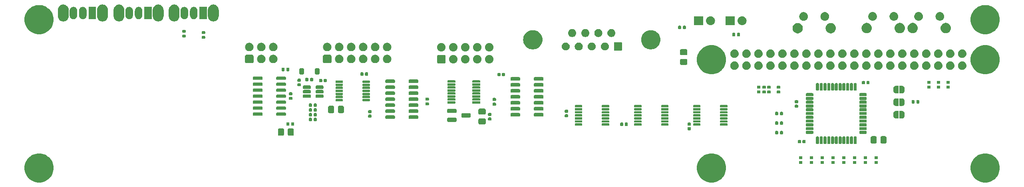
<source format=gbr>
%TF.GenerationSoftware,KiCad,Pcbnew,8.0.6*%
%TF.CreationDate,2024-10-21T11:50:30+02:00*%
%TF.ProjectId,rgb-to-hdmi,7267622d-746f-42d6-9864-6d692e6b6963,rev?*%
%TF.SameCoordinates,Original*%
%TF.FileFunction,Soldermask,Top*%
%TF.FilePolarity,Negative*%
%FSLAX46Y46*%
G04 Gerber Fmt 4.6, Leading zero omitted, Abs format (unit mm)*
G04 Created by KiCad (PCBNEW 8.0.6) date 2024-10-21 11:50:30*
%MOMM*%
%LPD*%
G01*
G04 APERTURE LIST*
G04 APERTURE END LIST*
G36*
X-15833910Y-60788532D02*
G01*
X-15491185Y-60846763D01*
X-15157135Y-60943002D01*
X-14835960Y-61076037D01*
X-14531701Y-61244195D01*
X-14248182Y-61445362D01*
X-13988969Y-61677009D01*
X-13757322Y-61936222D01*
X-13556155Y-62219741D01*
X-13387997Y-62524000D01*
X-13254962Y-62845175D01*
X-13158723Y-63179225D01*
X-13100492Y-63521950D01*
X-13081000Y-63869040D01*
X-13100492Y-64216130D01*
X-13158723Y-64558855D01*
X-13254962Y-64892905D01*
X-13387997Y-65214080D01*
X-13556155Y-65518339D01*
X-13757322Y-65801858D01*
X-13988969Y-66061071D01*
X-14248182Y-66292718D01*
X-14531701Y-66493885D01*
X-14835960Y-66662043D01*
X-15157135Y-66795078D01*
X-15491185Y-66891317D01*
X-15833910Y-66949548D01*
X-16181000Y-66969040D01*
X-16528090Y-66949548D01*
X-16870815Y-66891317D01*
X-17204865Y-66795078D01*
X-17526040Y-66662043D01*
X-17830299Y-66493885D01*
X-18113818Y-66292718D01*
X-18373031Y-66061071D01*
X-18604678Y-65801858D01*
X-18805845Y-65518339D01*
X-18974003Y-65214080D01*
X-19107038Y-64892905D01*
X-19203277Y-64558855D01*
X-19261508Y-64216130D01*
X-19281000Y-63869040D01*
X-19261508Y-63521950D01*
X-19203277Y-63179225D01*
X-19107038Y-62845175D01*
X-18974003Y-62524000D01*
X-18805845Y-62219741D01*
X-18604678Y-61936222D01*
X-18373031Y-61677009D01*
X-18113818Y-61445362D01*
X-17830299Y-61244195D01*
X-17526040Y-61076037D01*
X-17204865Y-60943002D01*
X-16870815Y-60846763D01*
X-16528090Y-60788532D01*
X-16181000Y-60769040D01*
X-15833910Y-60788532D01*
G37*
G36*
X126666090Y-60788532D02*
G01*
X127008815Y-60846763D01*
X127342865Y-60943002D01*
X127664040Y-61076037D01*
X127968299Y-61244195D01*
X128251818Y-61445362D01*
X128511031Y-61677009D01*
X128742678Y-61936222D01*
X128943845Y-62219741D01*
X129112003Y-62524000D01*
X129245038Y-62845175D01*
X129341277Y-63179225D01*
X129399508Y-63521950D01*
X129419000Y-63869040D01*
X129399508Y-64216130D01*
X129341277Y-64558855D01*
X129245038Y-64892905D01*
X129112003Y-65214080D01*
X128943845Y-65518339D01*
X128742678Y-65801858D01*
X128511031Y-66061071D01*
X128251818Y-66292718D01*
X127968299Y-66493885D01*
X127664040Y-66662043D01*
X127342865Y-66795078D01*
X127008815Y-66891317D01*
X126666090Y-66949548D01*
X126319000Y-66969040D01*
X125971910Y-66949548D01*
X125629185Y-66891317D01*
X125295135Y-66795078D01*
X124973960Y-66662043D01*
X124669701Y-66493885D01*
X124386182Y-66292718D01*
X124126969Y-66061071D01*
X123895322Y-65801858D01*
X123694155Y-65518339D01*
X123525997Y-65214080D01*
X123392962Y-64892905D01*
X123296723Y-64558855D01*
X123238492Y-64216130D01*
X123219000Y-63869040D01*
X123238492Y-63521950D01*
X123296723Y-63179225D01*
X123392962Y-62845175D01*
X123525997Y-62524000D01*
X123694155Y-62219741D01*
X123895322Y-61936222D01*
X124126969Y-61677009D01*
X124386182Y-61445362D01*
X124669701Y-61244195D01*
X124973960Y-61076037D01*
X125295135Y-60943002D01*
X125629185Y-60846763D01*
X125971910Y-60788532D01*
X126319000Y-60769040D01*
X126666090Y-60788532D01*
G37*
G36*
X184666090Y-60788532D02*
G01*
X185008815Y-60846763D01*
X185342865Y-60943002D01*
X185664040Y-61076037D01*
X185968299Y-61244195D01*
X186251818Y-61445362D01*
X186511031Y-61677009D01*
X186742678Y-61936222D01*
X186943845Y-62219741D01*
X187112003Y-62524000D01*
X187245038Y-62845175D01*
X187341277Y-63179225D01*
X187399508Y-63521950D01*
X187419000Y-63869040D01*
X187399508Y-64216130D01*
X187341277Y-64558855D01*
X187245038Y-64892905D01*
X187112003Y-65214080D01*
X186943845Y-65518339D01*
X186742678Y-65801858D01*
X186511031Y-66061071D01*
X186251818Y-66292718D01*
X185968299Y-66493885D01*
X185664040Y-66662043D01*
X185342865Y-66795078D01*
X185008815Y-66891317D01*
X184666090Y-66949548D01*
X184319000Y-66969040D01*
X183971910Y-66949548D01*
X183629185Y-66891317D01*
X183295135Y-66795078D01*
X182973960Y-66662043D01*
X182669701Y-66493885D01*
X182386182Y-66292718D01*
X182126969Y-66061071D01*
X181895322Y-65801858D01*
X181694155Y-65518339D01*
X181525997Y-65214080D01*
X181392962Y-64892905D01*
X181296723Y-64558855D01*
X181238492Y-64216130D01*
X181219000Y-63869040D01*
X181238492Y-63521950D01*
X181296723Y-63179225D01*
X181392962Y-62845175D01*
X181525997Y-62524000D01*
X181694155Y-62219741D01*
X181895322Y-61936222D01*
X182126969Y-61677009D01*
X182386182Y-61445362D01*
X182669701Y-61244195D01*
X182973960Y-61076037D01*
X183295135Y-60943002D01*
X183629185Y-60846763D01*
X183971910Y-60788532D01*
X184319000Y-60769040D01*
X184666090Y-60788532D01*
G37*
G36*
X145472796Y-62410082D02*
G01*
X145532815Y-62450185D01*
X145572918Y-62510204D01*
X145587000Y-62581000D01*
X145587000Y-62851000D01*
X145572918Y-62921796D01*
X145532815Y-62981815D01*
X145472796Y-63021918D01*
X145402000Y-63036000D01*
X145032000Y-63036000D01*
X144961204Y-63021918D01*
X144901185Y-62981815D01*
X144861082Y-62921796D01*
X144847000Y-62851000D01*
X144847000Y-62581000D01*
X144861082Y-62510204D01*
X144901185Y-62450185D01*
X144961204Y-62410082D01*
X145032000Y-62396000D01*
X145402000Y-62396000D01*
X145472796Y-62410082D01*
G37*
G36*
X147758796Y-62410082D02*
G01*
X147818815Y-62450185D01*
X147858918Y-62510204D01*
X147873000Y-62581000D01*
X147873000Y-62851000D01*
X147858918Y-62921796D01*
X147818815Y-62981815D01*
X147758796Y-63021918D01*
X147688000Y-63036000D01*
X147318000Y-63036000D01*
X147247204Y-63021918D01*
X147187185Y-62981815D01*
X147147082Y-62921796D01*
X147133000Y-62851000D01*
X147133000Y-62581000D01*
X147147082Y-62510204D01*
X147187185Y-62450185D01*
X147247204Y-62410082D01*
X147318000Y-62396000D01*
X147688000Y-62396000D01*
X147758796Y-62410082D01*
G37*
G36*
X150044796Y-62410082D02*
G01*
X150104815Y-62450185D01*
X150144918Y-62510204D01*
X150159000Y-62581000D01*
X150159000Y-62851000D01*
X150144918Y-62921796D01*
X150104815Y-62981815D01*
X150044796Y-63021918D01*
X149974000Y-63036000D01*
X149604000Y-63036000D01*
X149533204Y-63021918D01*
X149473185Y-62981815D01*
X149433082Y-62921796D01*
X149419000Y-62851000D01*
X149419000Y-62581000D01*
X149433082Y-62510204D01*
X149473185Y-62450185D01*
X149533204Y-62410082D01*
X149604000Y-62396000D01*
X149974000Y-62396000D01*
X150044796Y-62410082D01*
G37*
G36*
X152330796Y-62410082D02*
G01*
X152390815Y-62450185D01*
X152430918Y-62510204D01*
X152445000Y-62581000D01*
X152445000Y-62851000D01*
X152430918Y-62921796D01*
X152390815Y-62981815D01*
X152330796Y-63021918D01*
X152260000Y-63036000D01*
X151890000Y-63036000D01*
X151819204Y-63021918D01*
X151759185Y-62981815D01*
X151719082Y-62921796D01*
X151705000Y-62851000D01*
X151705000Y-62581000D01*
X151719082Y-62510204D01*
X151759185Y-62450185D01*
X151819204Y-62410082D01*
X151890000Y-62396000D01*
X152260000Y-62396000D01*
X152330796Y-62410082D01*
G37*
G36*
X154616796Y-62410082D02*
G01*
X154676815Y-62450185D01*
X154716918Y-62510204D01*
X154731000Y-62581000D01*
X154731000Y-62851000D01*
X154716918Y-62921796D01*
X154676815Y-62981815D01*
X154616796Y-63021918D01*
X154546000Y-63036000D01*
X154176000Y-63036000D01*
X154105204Y-63021918D01*
X154045185Y-62981815D01*
X154005082Y-62921796D01*
X153991000Y-62851000D01*
X153991000Y-62581000D01*
X154005082Y-62510204D01*
X154045185Y-62450185D01*
X154105204Y-62410082D01*
X154176000Y-62396000D01*
X154546000Y-62396000D01*
X154616796Y-62410082D01*
G37*
G36*
X156902796Y-62410082D02*
G01*
X156962815Y-62450185D01*
X157002918Y-62510204D01*
X157017000Y-62581000D01*
X157017000Y-62851000D01*
X157002918Y-62921796D01*
X156962815Y-62981815D01*
X156902796Y-63021918D01*
X156832000Y-63036000D01*
X156462000Y-63036000D01*
X156391204Y-63021918D01*
X156331185Y-62981815D01*
X156291082Y-62921796D01*
X156277000Y-62851000D01*
X156277000Y-62581000D01*
X156291082Y-62510204D01*
X156331185Y-62450185D01*
X156391204Y-62410082D01*
X156462000Y-62396000D01*
X156832000Y-62396000D01*
X156902796Y-62410082D01*
G37*
G36*
X159188796Y-62410082D02*
G01*
X159248815Y-62450185D01*
X159288918Y-62510204D01*
X159303000Y-62581000D01*
X159303000Y-62851000D01*
X159288918Y-62921796D01*
X159248815Y-62981815D01*
X159188796Y-63021918D01*
X159118000Y-63036000D01*
X158748000Y-63036000D01*
X158677204Y-63021918D01*
X158617185Y-62981815D01*
X158577082Y-62921796D01*
X158563000Y-62851000D01*
X158563000Y-62581000D01*
X158577082Y-62510204D01*
X158617185Y-62450185D01*
X158677204Y-62410082D01*
X158748000Y-62396000D01*
X159118000Y-62396000D01*
X159188796Y-62410082D01*
G37*
G36*
X161474796Y-62410082D02*
G01*
X161534815Y-62450185D01*
X161574918Y-62510204D01*
X161589000Y-62581000D01*
X161589000Y-62851000D01*
X161574918Y-62921796D01*
X161534815Y-62981815D01*
X161474796Y-63021918D01*
X161404000Y-63036000D01*
X161034000Y-63036000D01*
X160963204Y-63021918D01*
X160903185Y-62981815D01*
X160863082Y-62921796D01*
X160849000Y-62851000D01*
X160849000Y-62581000D01*
X160863082Y-62510204D01*
X160903185Y-62450185D01*
X160963204Y-62410082D01*
X161034000Y-62396000D01*
X161404000Y-62396000D01*
X161474796Y-62410082D01*
G37*
G36*
X145472796Y-61390082D02*
G01*
X145532815Y-61430185D01*
X145572918Y-61490204D01*
X145587000Y-61561000D01*
X145587000Y-61831000D01*
X145572918Y-61901796D01*
X145532815Y-61961815D01*
X145472796Y-62001918D01*
X145402000Y-62016000D01*
X145032000Y-62016000D01*
X144961204Y-62001918D01*
X144901185Y-61961815D01*
X144861082Y-61901796D01*
X144847000Y-61831000D01*
X144847000Y-61561000D01*
X144861082Y-61490204D01*
X144901185Y-61430185D01*
X144961204Y-61390082D01*
X145032000Y-61376000D01*
X145402000Y-61376000D01*
X145472796Y-61390082D01*
G37*
G36*
X147758796Y-61390082D02*
G01*
X147818815Y-61430185D01*
X147858918Y-61490204D01*
X147873000Y-61561000D01*
X147873000Y-61831000D01*
X147858918Y-61901796D01*
X147818815Y-61961815D01*
X147758796Y-62001918D01*
X147688000Y-62016000D01*
X147318000Y-62016000D01*
X147247204Y-62001918D01*
X147187185Y-61961815D01*
X147147082Y-61901796D01*
X147133000Y-61831000D01*
X147133000Y-61561000D01*
X147147082Y-61490204D01*
X147187185Y-61430185D01*
X147247204Y-61390082D01*
X147318000Y-61376000D01*
X147688000Y-61376000D01*
X147758796Y-61390082D01*
G37*
G36*
X150044796Y-61390082D02*
G01*
X150104815Y-61430185D01*
X150144918Y-61490204D01*
X150159000Y-61561000D01*
X150159000Y-61831000D01*
X150144918Y-61901796D01*
X150104815Y-61961815D01*
X150044796Y-62001918D01*
X149974000Y-62016000D01*
X149604000Y-62016000D01*
X149533204Y-62001918D01*
X149473185Y-61961815D01*
X149433082Y-61901796D01*
X149419000Y-61831000D01*
X149419000Y-61561000D01*
X149433082Y-61490204D01*
X149473185Y-61430185D01*
X149533204Y-61390082D01*
X149604000Y-61376000D01*
X149974000Y-61376000D01*
X150044796Y-61390082D01*
G37*
G36*
X152330796Y-61390082D02*
G01*
X152390815Y-61430185D01*
X152430918Y-61490204D01*
X152445000Y-61561000D01*
X152445000Y-61831000D01*
X152430918Y-61901796D01*
X152390815Y-61961815D01*
X152330796Y-62001918D01*
X152260000Y-62016000D01*
X151890000Y-62016000D01*
X151819204Y-62001918D01*
X151759185Y-61961815D01*
X151719082Y-61901796D01*
X151705000Y-61831000D01*
X151705000Y-61561000D01*
X151719082Y-61490204D01*
X151759185Y-61430185D01*
X151819204Y-61390082D01*
X151890000Y-61376000D01*
X152260000Y-61376000D01*
X152330796Y-61390082D01*
G37*
G36*
X154616796Y-61390082D02*
G01*
X154676815Y-61430185D01*
X154716918Y-61490204D01*
X154731000Y-61561000D01*
X154731000Y-61831000D01*
X154716918Y-61901796D01*
X154676815Y-61961815D01*
X154616796Y-62001918D01*
X154546000Y-62016000D01*
X154176000Y-62016000D01*
X154105204Y-62001918D01*
X154045185Y-61961815D01*
X154005082Y-61901796D01*
X153991000Y-61831000D01*
X153991000Y-61561000D01*
X154005082Y-61490204D01*
X154045185Y-61430185D01*
X154105204Y-61390082D01*
X154176000Y-61376000D01*
X154546000Y-61376000D01*
X154616796Y-61390082D01*
G37*
G36*
X156902796Y-61390082D02*
G01*
X156962815Y-61430185D01*
X157002918Y-61490204D01*
X157017000Y-61561000D01*
X157017000Y-61831000D01*
X157002918Y-61901796D01*
X156962815Y-61961815D01*
X156902796Y-62001918D01*
X156832000Y-62016000D01*
X156462000Y-62016000D01*
X156391204Y-62001918D01*
X156331185Y-61961815D01*
X156291082Y-61901796D01*
X156277000Y-61831000D01*
X156277000Y-61561000D01*
X156291082Y-61490204D01*
X156331185Y-61430185D01*
X156391204Y-61390082D01*
X156462000Y-61376000D01*
X156832000Y-61376000D01*
X156902796Y-61390082D01*
G37*
G36*
X159188796Y-61390082D02*
G01*
X159248815Y-61430185D01*
X159288918Y-61490204D01*
X159303000Y-61561000D01*
X159303000Y-61831000D01*
X159288918Y-61901796D01*
X159248815Y-61961815D01*
X159188796Y-62001918D01*
X159118000Y-62016000D01*
X158748000Y-62016000D01*
X158677204Y-62001918D01*
X158617185Y-61961815D01*
X158577082Y-61901796D01*
X158563000Y-61831000D01*
X158563000Y-61561000D01*
X158577082Y-61490204D01*
X158617185Y-61430185D01*
X158677204Y-61390082D01*
X158748000Y-61376000D01*
X159118000Y-61376000D01*
X159188796Y-61390082D01*
G37*
G36*
X161474796Y-61390082D02*
G01*
X161534815Y-61430185D01*
X161574918Y-61490204D01*
X161589000Y-61561000D01*
X161589000Y-61831000D01*
X161574918Y-61901796D01*
X161534815Y-61961815D01*
X161474796Y-62001918D01*
X161404000Y-62016000D01*
X161034000Y-62016000D01*
X160963204Y-62001918D01*
X160903185Y-61961815D01*
X160863082Y-61901796D01*
X160849000Y-61831000D01*
X160849000Y-61561000D01*
X160863082Y-61490204D01*
X160903185Y-61430185D01*
X160963204Y-61390082D01*
X161034000Y-61376000D01*
X161404000Y-61376000D01*
X161474796Y-61390082D01*
G37*
G36*
X148990253Y-57189273D02*
G01*
X149051083Y-57229917D01*
X149091727Y-57290747D01*
X149106000Y-57362500D01*
X149106000Y-58562500D01*
X149091727Y-58634253D01*
X149051083Y-58695083D01*
X148990253Y-58735727D01*
X148918500Y-58750000D01*
X148643500Y-58750000D01*
X148571747Y-58735727D01*
X148510917Y-58695083D01*
X148470273Y-58634253D01*
X148456000Y-58562500D01*
X148456000Y-57362500D01*
X148470273Y-57290747D01*
X148510917Y-57229917D01*
X148571747Y-57189273D01*
X148643500Y-57175000D01*
X148918500Y-57175000D01*
X148990253Y-57189273D01*
G37*
G36*
X149790253Y-57189273D02*
G01*
X149851083Y-57229917D01*
X149891727Y-57290747D01*
X149906000Y-57362500D01*
X149906000Y-58562500D01*
X149891727Y-58634253D01*
X149851083Y-58695083D01*
X149790253Y-58735727D01*
X149718500Y-58750000D01*
X149443500Y-58750000D01*
X149371747Y-58735727D01*
X149310917Y-58695083D01*
X149270273Y-58634253D01*
X149256000Y-58562500D01*
X149256000Y-57362500D01*
X149270273Y-57290747D01*
X149310917Y-57229917D01*
X149371747Y-57189273D01*
X149443500Y-57175000D01*
X149718500Y-57175000D01*
X149790253Y-57189273D01*
G37*
G36*
X150590253Y-57189273D02*
G01*
X150651083Y-57229917D01*
X150691727Y-57290747D01*
X150706000Y-57362500D01*
X150706000Y-58562500D01*
X150691727Y-58634253D01*
X150651083Y-58695083D01*
X150590253Y-58735727D01*
X150518500Y-58750000D01*
X150243500Y-58750000D01*
X150171747Y-58735727D01*
X150110917Y-58695083D01*
X150070273Y-58634253D01*
X150056000Y-58562500D01*
X150056000Y-57362500D01*
X150070273Y-57290747D01*
X150110917Y-57229917D01*
X150171747Y-57189273D01*
X150243500Y-57175000D01*
X150518500Y-57175000D01*
X150590253Y-57189273D01*
G37*
G36*
X151390253Y-57189273D02*
G01*
X151451083Y-57229917D01*
X151491727Y-57290747D01*
X151506000Y-57362500D01*
X151506000Y-58562500D01*
X151491727Y-58634253D01*
X151451083Y-58695083D01*
X151390253Y-58735727D01*
X151318500Y-58750000D01*
X151043500Y-58750000D01*
X150971747Y-58735727D01*
X150910917Y-58695083D01*
X150870273Y-58634253D01*
X150856000Y-58562500D01*
X150856000Y-57362500D01*
X150870273Y-57290747D01*
X150910917Y-57229917D01*
X150971747Y-57189273D01*
X151043500Y-57175000D01*
X151318500Y-57175000D01*
X151390253Y-57189273D01*
G37*
G36*
X152190253Y-57189273D02*
G01*
X152251083Y-57229917D01*
X152291727Y-57290747D01*
X152306000Y-57362500D01*
X152306000Y-58562500D01*
X152291727Y-58634253D01*
X152251083Y-58695083D01*
X152190253Y-58735727D01*
X152118500Y-58750000D01*
X151843500Y-58750000D01*
X151771747Y-58735727D01*
X151710917Y-58695083D01*
X151670273Y-58634253D01*
X151656000Y-58562500D01*
X151656000Y-57362500D01*
X151670273Y-57290747D01*
X151710917Y-57229917D01*
X151771747Y-57189273D01*
X151843500Y-57175000D01*
X152118500Y-57175000D01*
X152190253Y-57189273D01*
G37*
G36*
X152990253Y-57189273D02*
G01*
X153051083Y-57229917D01*
X153091727Y-57290747D01*
X153106000Y-57362500D01*
X153106000Y-58562500D01*
X153091727Y-58634253D01*
X153051083Y-58695083D01*
X152990253Y-58735727D01*
X152918500Y-58750000D01*
X152643500Y-58750000D01*
X152571747Y-58735727D01*
X152510917Y-58695083D01*
X152470273Y-58634253D01*
X152456000Y-58562500D01*
X152456000Y-57362500D01*
X152470273Y-57290747D01*
X152510917Y-57229917D01*
X152571747Y-57189273D01*
X152643500Y-57175000D01*
X152918500Y-57175000D01*
X152990253Y-57189273D01*
G37*
G36*
X153790253Y-57189273D02*
G01*
X153851083Y-57229917D01*
X153891727Y-57290747D01*
X153906000Y-57362500D01*
X153906000Y-58562500D01*
X153891727Y-58634253D01*
X153851083Y-58695083D01*
X153790253Y-58735727D01*
X153718500Y-58750000D01*
X153443500Y-58750000D01*
X153371747Y-58735727D01*
X153310917Y-58695083D01*
X153270273Y-58634253D01*
X153256000Y-58562500D01*
X153256000Y-57362500D01*
X153270273Y-57290747D01*
X153310917Y-57229917D01*
X153371747Y-57189273D01*
X153443500Y-57175000D01*
X153718500Y-57175000D01*
X153790253Y-57189273D01*
G37*
G36*
X154590253Y-57189273D02*
G01*
X154651083Y-57229917D01*
X154691727Y-57290747D01*
X154706000Y-57362500D01*
X154706000Y-58562500D01*
X154691727Y-58634253D01*
X154651083Y-58695083D01*
X154590253Y-58735727D01*
X154518500Y-58750000D01*
X154243500Y-58750000D01*
X154171747Y-58735727D01*
X154110917Y-58695083D01*
X154070273Y-58634253D01*
X154056000Y-58562500D01*
X154056000Y-57362500D01*
X154070273Y-57290747D01*
X154110917Y-57229917D01*
X154171747Y-57189273D01*
X154243500Y-57175000D01*
X154518500Y-57175000D01*
X154590253Y-57189273D01*
G37*
G36*
X155390253Y-57189273D02*
G01*
X155451083Y-57229917D01*
X155491727Y-57290747D01*
X155506000Y-57362500D01*
X155506000Y-58562500D01*
X155491727Y-58634253D01*
X155451083Y-58695083D01*
X155390253Y-58735727D01*
X155318500Y-58750000D01*
X155043500Y-58750000D01*
X154971747Y-58735727D01*
X154910917Y-58695083D01*
X154870273Y-58634253D01*
X154856000Y-58562500D01*
X154856000Y-57362500D01*
X154870273Y-57290747D01*
X154910917Y-57229917D01*
X154971747Y-57189273D01*
X155043500Y-57175000D01*
X155318500Y-57175000D01*
X155390253Y-57189273D01*
G37*
G36*
X156190253Y-57189273D02*
G01*
X156251083Y-57229917D01*
X156291727Y-57290747D01*
X156306000Y-57362500D01*
X156306000Y-58562500D01*
X156291727Y-58634253D01*
X156251083Y-58695083D01*
X156190253Y-58735727D01*
X156118500Y-58750000D01*
X155843500Y-58750000D01*
X155771747Y-58735727D01*
X155710917Y-58695083D01*
X155670273Y-58634253D01*
X155656000Y-58562500D01*
X155656000Y-57362500D01*
X155670273Y-57290747D01*
X155710917Y-57229917D01*
X155771747Y-57189273D01*
X155843500Y-57175000D01*
X156118500Y-57175000D01*
X156190253Y-57189273D01*
G37*
G36*
X156990253Y-57189273D02*
G01*
X157051083Y-57229917D01*
X157091727Y-57290747D01*
X157106000Y-57362500D01*
X157106000Y-58562500D01*
X157091727Y-58634253D01*
X157051083Y-58695083D01*
X156990253Y-58735727D01*
X156918500Y-58750000D01*
X156643500Y-58750000D01*
X156571747Y-58735727D01*
X156510917Y-58695083D01*
X156470273Y-58634253D01*
X156456000Y-58562500D01*
X156456000Y-57362500D01*
X156470273Y-57290747D01*
X156510917Y-57229917D01*
X156571747Y-57189273D01*
X156643500Y-57175000D01*
X156918500Y-57175000D01*
X156990253Y-57189273D01*
G37*
G36*
X161095685Y-57120969D02*
G01*
X161104358Y-57124798D01*
X161111925Y-57125901D01*
X161159223Y-57149023D01*
X161196541Y-57165501D01*
X161199996Y-57168956D01*
X161200920Y-57169408D01*
X161270591Y-57239079D01*
X161271042Y-57240002D01*
X161274499Y-57243459D01*
X161290978Y-57280782D01*
X161314098Y-57328073D01*
X161315200Y-57335639D01*
X161319031Y-57344315D01*
X161327000Y-57413000D01*
X161327000Y-58363000D01*
X161319031Y-58431685D01*
X161315199Y-58440361D01*
X161314098Y-58447925D01*
X161290985Y-58495202D01*
X161274499Y-58532541D01*
X161271041Y-58535998D01*
X161270591Y-58536920D01*
X161200920Y-58606591D01*
X161199998Y-58607041D01*
X161196541Y-58610499D01*
X161159207Y-58626983D01*
X161111926Y-58650098D01*
X161104361Y-58651200D01*
X161095685Y-58655031D01*
X161027000Y-58663000D01*
X160352000Y-58663000D01*
X160283315Y-58655031D01*
X160274638Y-58651200D01*
X160267074Y-58650098D01*
X160219787Y-58626981D01*
X160182459Y-58610499D01*
X160179002Y-58607042D01*
X160178079Y-58606591D01*
X160108408Y-58536920D01*
X160107956Y-58535996D01*
X160104501Y-58532541D01*
X160088025Y-58495228D01*
X160064901Y-58447926D01*
X160063798Y-58440357D01*
X160059969Y-58431685D01*
X160052000Y-58363000D01*
X160052000Y-57413000D01*
X160059969Y-57344315D01*
X160063798Y-57335642D01*
X160064901Y-57328074D01*
X160088028Y-57280766D01*
X160104501Y-57243459D01*
X160107955Y-57240004D01*
X160108408Y-57239079D01*
X160178079Y-57169408D01*
X160179004Y-57168955D01*
X160182459Y-57165501D01*
X160219761Y-57149030D01*
X160267073Y-57125901D01*
X160274642Y-57124798D01*
X160283315Y-57120969D01*
X160352000Y-57113000D01*
X161027000Y-57113000D01*
X161095685Y-57120969D01*
G37*
G36*
X163170685Y-57120969D02*
G01*
X163179358Y-57124798D01*
X163186925Y-57125901D01*
X163234223Y-57149023D01*
X163271541Y-57165501D01*
X163274996Y-57168956D01*
X163275920Y-57169408D01*
X163345591Y-57239079D01*
X163346042Y-57240002D01*
X163349499Y-57243459D01*
X163365978Y-57280782D01*
X163389098Y-57328073D01*
X163390200Y-57335639D01*
X163394031Y-57344315D01*
X163402000Y-57413000D01*
X163402000Y-58363000D01*
X163394031Y-58431685D01*
X163390199Y-58440361D01*
X163389098Y-58447925D01*
X163365985Y-58495202D01*
X163349499Y-58532541D01*
X163346041Y-58535998D01*
X163345591Y-58536920D01*
X163275920Y-58606591D01*
X163274998Y-58607041D01*
X163271541Y-58610499D01*
X163234207Y-58626983D01*
X163186926Y-58650098D01*
X163179361Y-58651200D01*
X163170685Y-58655031D01*
X163102000Y-58663000D01*
X162427000Y-58663000D01*
X162358315Y-58655031D01*
X162349638Y-58651200D01*
X162342074Y-58650098D01*
X162294787Y-58626981D01*
X162257459Y-58610499D01*
X162254002Y-58607042D01*
X162253079Y-58606591D01*
X162183408Y-58536920D01*
X162182956Y-58535996D01*
X162179501Y-58532541D01*
X162163025Y-58495228D01*
X162139901Y-58447926D01*
X162138798Y-58440357D01*
X162134969Y-58431685D01*
X162127000Y-58363000D01*
X162127000Y-57413000D01*
X162134969Y-57344315D01*
X162138798Y-57335642D01*
X162139901Y-57328074D01*
X162163028Y-57280766D01*
X162179501Y-57243459D01*
X162182955Y-57240004D01*
X162183408Y-57239079D01*
X162253079Y-57169408D01*
X162254004Y-57168955D01*
X162257459Y-57165501D01*
X162294761Y-57149030D01*
X162342073Y-57125901D01*
X162349642Y-57124798D01*
X162358315Y-57120969D01*
X162427000Y-57113000D01*
X163102000Y-57113000D01*
X163170685Y-57120969D01*
G37*
G36*
X145182210Y-57923463D02*
G01*
X145243850Y-57964650D01*
X145285037Y-58026290D01*
X145299500Y-58099000D01*
X145299500Y-58439000D01*
X145285037Y-58511710D01*
X145243850Y-58573350D01*
X145182210Y-58614537D01*
X145109500Y-58629000D01*
X144829500Y-58629000D01*
X144756790Y-58614537D01*
X144695150Y-58573350D01*
X144653963Y-58511710D01*
X144639500Y-58439000D01*
X144639500Y-58099000D01*
X144653963Y-58026290D01*
X144695150Y-57964650D01*
X144756790Y-57923463D01*
X144829500Y-57909000D01*
X145109500Y-57909000D01*
X145182210Y-57923463D01*
G37*
G36*
X146142210Y-57923463D02*
G01*
X146203850Y-57964650D01*
X146245037Y-58026290D01*
X146259500Y-58099000D01*
X146259500Y-58439000D01*
X146245037Y-58511710D01*
X146203850Y-58573350D01*
X146142210Y-58614537D01*
X146069500Y-58629000D01*
X145789500Y-58629000D01*
X145716790Y-58614537D01*
X145655150Y-58573350D01*
X145613963Y-58511710D01*
X145599500Y-58439000D01*
X145599500Y-58099000D01*
X145613963Y-58026290D01*
X145655150Y-57964650D01*
X145716790Y-57923463D01*
X145789500Y-57909000D01*
X146069500Y-57909000D01*
X146142210Y-57923463D01*
G37*
G36*
X35492685Y-55469969D02*
G01*
X35501358Y-55473798D01*
X35508925Y-55474901D01*
X35556223Y-55498023D01*
X35593541Y-55514501D01*
X35596996Y-55517956D01*
X35597920Y-55518408D01*
X35667591Y-55588079D01*
X35668042Y-55589002D01*
X35671499Y-55592459D01*
X35687978Y-55629782D01*
X35711098Y-55677073D01*
X35712200Y-55684639D01*
X35716031Y-55693315D01*
X35724000Y-55762000D01*
X35724000Y-56712000D01*
X35716031Y-56780685D01*
X35712199Y-56789361D01*
X35711098Y-56796925D01*
X35687985Y-56844202D01*
X35671499Y-56881541D01*
X35668041Y-56884998D01*
X35667591Y-56885920D01*
X35597920Y-56955591D01*
X35596998Y-56956041D01*
X35593541Y-56959499D01*
X35556207Y-56975983D01*
X35508926Y-56999098D01*
X35501361Y-57000200D01*
X35492685Y-57004031D01*
X35424000Y-57012000D01*
X34749000Y-57012000D01*
X34680315Y-57004031D01*
X34671638Y-57000200D01*
X34664074Y-56999098D01*
X34616787Y-56975981D01*
X34579459Y-56959499D01*
X34576002Y-56956042D01*
X34575079Y-56955591D01*
X34505408Y-56885920D01*
X34504956Y-56884996D01*
X34501501Y-56881541D01*
X34485025Y-56844228D01*
X34461901Y-56796926D01*
X34460798Y-56789357D01*
X34456969Y-56780685D01*
X34449000Y-56712000D01*
X34449000Y-55762000D01*
X34456969Y-55693315D01*
X34460798Y-55684642D01*
X34461901Y-55677074D01*
X34485028Y-55629766D01*
X34501501Y-55592459D01*
X34504955Y-55589004D01*
X34505408Y-55588079D01*
X34575079Y-55518408D01*
X34576004Y-55517955D01*
X34579459Y-55514501D01*
X34616761Y-55498030D01*
X34664073Y-55474901D01*
X34671642Y-55473798D01*
X34680315Y-55469969D01*
X34749000Y-55462000D01*
X35424000Y-55462000D01*
X35492685Y-55469969D01*
G37*
G36*
X37567685Y-55469969D02*
G01*
X37576358Y-55473798D01*
X37583925Y-55474901D01*
X37631223Y-55498023D01*
X37668541Y-55514501D01*
X37671996Y-55517956D01*
X37672920Y-55518408D01*
X37742591Y-55588079D01*
X37743042Y-55589002D01*
X37746499Y-55592459D01*
X37762978Y-55629782D01*
X37786098Y-55677073D01*
X37787200Y-55684639D01*
X37791031Y-55693315D01*
X37799000Y-55762000D01*
X37799000Y-56712000D01*
X37791031Y-56780685D01*
X37787199Y-56789361D01*
X37786098Y-56796925D01*
X37762985Y-56844202D01*
X37746499Y-56881541D01*
X37743041Y-56884998D01*
X37742591Y-56885920D01*
X37672920Y-56955591D01*
X37671998Y-56956041D01*
X37668541Y-56959499D01*
X37631207Y-56975983D01*
X37583926Y-56999098D01*
X37576361Y-57000200D01*
X37567685Y-57004031D01*
X37499000Y-57012000D01*
X36824000Y-57012000D01*
X36755315Y-57004031D01*
X36746638Y-57000200D01*
X36739074Y-56999098D01*
X36691787Y-56975981D01*
X36654459Y-56959499D01*
X36651002Y-56956042D01*
X36650079Y-56955591D01*
X36580408Y-56885920D01*
X36579956Y-56884996D01*
X36576501Y-56881541D01*
X36560025Y-56844228D01*
X36536901Y-56796926D01*
X36535798Y-56789357D01*
X36531969Y-56780685D01*
X36524000Y-56712000D01*
X36524000Y-55762000D01*
X36531969Y-55693315D01*
X36535798Y-55684642D01*
X36536901Y-55677074D01*
X36560028Y-55629766D01*
X36576501Y-55592459D01*
X36579955Y-55589004D01*
X36580408Y-55588079D01*
X36650079Y-55518408D01*
X36651004Y-55517955D01*
X36654459Y-55514501D01*
X36691761Y-55498030D01*
X36739073Y-55474901D01*
X36746642Y-55473798D01*
X36755315Y-55469969D01*
X36824000Y-55462000D01*
X37499000Y-55462000D01*
X37567685Y-55469969D01*
G37*
G36*
X140340796Y-56008082D02*
G01*
X140400815Y-56048185D01*
X140440918Y-56108204D01*
X140455000Y-56179000D01*
X140455000Y-56549000D01*
X140440918Y-56619796D01*
X140400815Y-56679815D01*
X140340796Y-56719918D01*
X140270000Y-56734000D01*
X140000000Y-56734000D01*
X139929204Y-56719918D01*
X139869185Y-56679815D01*
X139829082Y-56619796D01*
X139815000Y-56549000D01*
X139815000Y-56179000D01*
X139829082Y-56108204D01*
X139869185Y-56048185D01*
X139929204Y-56008082D01*
X140000000Y-55994000D01*
X140270000Y-55994000D01*
X140340796Y-56008082D01*
G37*
G36*
X141360796Y-56008082D02*
G01*
X141420815Y-56048185D01*
X141460918Y-56108204D01*
X141475000Y-56179000D01*
X141475000Y-56549000D01*
X141460918Y-56619796D01*
X141420815Y-56679815D01*
X141360796Y-56719918D01*
X141290000Y-56734000D01*
X141020000Y-56734000D01*
X140949204Y-56719918D01*
X140889185Y-56679815D01*
X140849082Y-56619796D01*
X140835000Y-56549000D01*
X140835000Y-56179000D01*
X140849082Y-56108204D01*
X140889185Y-56048185D01*
X140949204Y-56008082D01*
X141020000Y-55994000D01*
X141290000Y-55994000D01*
X141360796Y-56008082D01*
G37*
G36*
X147790253Y-55989273D02*
G01*
X147851083Y-56029917D01*
X147891727Y-56090747D01*
X147906000Y-56162500D01*
X147906000Y-56437500D01*
X147891727Y-56509253D01*
X147851083Y-56570083D01*
X147790253Y-56610727D01*
X147718500Y-56625000D01*
X146518500Y-56625000D01*
X146446747Y-56610727D01*
X146385917Y-56570083D01*
X146345273Y-56509253D01*
X146331000Y-56437500D01*
X146331000Y-56162500D01*
X146345273Y-56090747D01*
X146385917Y-56029917D01*
X146446747Y-55989273D01*
X146518500Y-55975000D01*
X147718500Y-55975000D01*
X147790253Y-55989273D01*
G37*
G36*
X159115253Y-55989273D02*
G01*
X159176083Y-56029917D01*
X159216727Y-56090747D01*
X159231000Y-56162500D01*
X159231000Y-56437500D01*
X159216727Y-56509253D01*
X159176083Y-56570083D01*
X159115253Y-56610727D01*
X159043500Y-56625000D01*
X157843500Y-56625000D01*
X157771747Y-56610727D01*
X157710917Y-56570083D01*
X157670273Y-56509253D01*
X157656000Y-56437500D01*
X157656000Y-56162500D01*
X157670273Y-56090747D01*
X157710917Y-56029917D01*
X157771747Y-55989273D01*
X157843500Y-55975000D01*
X159043500Y-55975000D01*
X159115253Y-55989273D01*
G37*
G36*
X121837710Y-55207663D02*
G01*
X121899350Y-55248850D01*
X121940537Y-55310490D01*
X121955000Y-55383200D01*
X121955000Y-55663200D01*
X121940537Y-55735910D01*
X121899350Y-55797550D01*
X121837710Y-55838737D01*
X121765000Y-55853200D01*
X121425000Y-55853200D01*
X121352290Y-55838737D01*
X121290650Y-55797550D01*
X121249463Y-55735910D01*
X121235000Y-55663200D01*
X121235000Y-55383200D01*
X121249463Y-55310490D01*
X121290650Y-55248850D01*
X121352290Y-55207663D01*
X121425000Y-55193200D01*
X121765000Y-55193200D01*
X121837710Y-55207663D01*
G37*
G36*
X147790253Y-55189273D02*
G01*
X147851083Y-55229917D01*
X147891727Y-55290747D01*
X147906000Y-55362500D01*
X147906000Y-55637500D01*
X147891727Y-55709253D01*
X147851083Y-55770083D01*
X147790253Y-55810727D01*
X147718500Y-55825000D01*
X146518500Y-55825000D01*
X146446747Y-55810727D01*
X146385917Y-55770083D01*
X146345273Y-55709253D01*
X146331000Y-55637500D01*
X146331000Y-55362500D01*
X146345273Y-55290747D01*
X146385917Y-55229917D01*
X146446747Y-55189273D01*
X146518500Y-55175000D01*
X147718500Y-55175000D01*
X147790253Y-55189273D01*
G37*
G36*
X159115253Y-55189273D02*
G01*
X159176083Y-55229917D01*
X159216727Y-55290747D01*
X159231000Y-55362500D01*
X159231000Y-55637500D01*
X159216727Y-55709253D01*
X159176083Y-55770083D01*
X159115253Y-55810727D01*
X159043500Y-55825000D01*
X157843500Y-55825000D01*
X157771747Y-55810727D01*
X157710917Y-55770083D01*
X157670273Y-55709253D01*
X157656000Y-55637500D01*
X157656000Y-55362500D01*
X157670273Y-55290747D01*
X157710917Y-55229917D01*
X157771747Y-55189273D01*
X157843500Y-55175000D01*
X159043500Y-55175000D01*
X159115253Y-55189273D01*
G37*
G36*
X147790253Y-54389273D02*
G01*
X147851083Y-54429917D01*
X147891727Y-54490747D01*
X147906000Y-54562500D01*
X147906000Y-54837500D01*
X147891727Y-54909253D01*
X147851083Y-54970083D01*
X147790253Y-55010727D01*
X147718500Y-55025000D01*
X146518500Y-55025000D01*
X146446747Y-55010727D01*
X146385917Y-54970083D01*
X146345273Y-54909253D01*
X146331000Y-54837500D01*
X146331000Y-54562500D01*
X146345273Y-54490747D01*
X146385917Y-54429917D01*
X146446747Y-54389273D01*
X146518500Y-54375000D01*
X147718500Y-54375000D01*
X147790253Y-54389273D01*
G37*
G36*
X159115253Y-54389273D02*
G01*
X159176083Y-54429917D01*
X159216727Y-54490747D01*
X159231000Y-54562500D01*
X159231000Y-54837500D01*
X159216727Y-54909253D01*
X159176083Y-54970083D01*
X159115253Y-55010727D01*
X159043500Y-55025000D01*
X157843500Y-55025000D01*
X157771747Y-55010727D01*
X157710917Y-54970083D01*
X157670273Y-54909253D01*
X157656000Y-54837500D01*
X157656000Y-54562500D01*
X157670273Y-54490747D01*
X157710917Y-54429917D01*
X157771747Y-54389273D01*
X157843500Y-54375000D01*
X159043500Y-54375000D01*
X159115253Y-54389273D01*
G37*
G36*
X107512710Y-54240463D02*
G01*
X107574350Y-54281650D01*
X107615537Y-54343290D01*
X107630000Y-54416000D01*
X107630000Y-54756000D01*
X107615537Y-54828710D01*
X107574350Y-54890350D01*
X107512710Y-54931537D01*
X107440000Y-54946000D01*
X107160000Y-54946000D01*
X107087290Y-54931537D01*
X107025650Y-54890350D01*
X106984463Y-54828710D01*
X106970000Y-54756000D01*
X106970000Y-54416000D01*
X106984463Y-54343290D01*
X107025650Y-54281650D01*
X107087290Y-54240463D01*
X107160000Y-54226000D01*
X107440000Y-54226000D01*
X107512710Y-54240463D01*
G37*
G36*
X108472710Y-54240463D02*
G01*
X108534350Y-54281650D01*
X108575537Y-54343290D01*
X108590000Y-54416000D01*
X108590000Y-54756000D01*
X108575537Y-54828710D01*
X108534350Y-54890350D01*
X108472710Y-54931537D01*
X108400000Y-54946000D01*
X108120000Y-54946000D01*
X108047290Y-54931537D01*
X107985650Y-54890350D01*
X107944463Y-54828710D01*
X107930000Y-54756000D01*
X107930000Y-54416000D01*
X107944463Y-54343290D01*
X107985650Y-54281650D01*
X108047290Y-54240463D01*
X108120000Y-54226000D01*
X108400000Y-54226000D01*
X108472710Y-54240463D01*
G37*
G36*
X36759596Y-54179282D02*
G01*
X36819615Y-54219385D01*
X36859718Y-54279404D01*
X36873800Y-54350200D01*
X36873800Y-54720200D01*
X36859718Y-54790996D01*
X36819615Y-54851015D01*
X36759596Y-54891118D01*
X36688800Y-54905200D01*
X36418800Y-54905200D01*
X36348004Y-54891118D01*
X36287985Y-54851015D01*
X36247882Y-54790996D01*
X36233800Y-54720200D01*
X36233800Y-54350200D01*
X36247882Y-54279404D01*
X36287985Y-54219385D01*
X36348004Y-54179282D01*
X36418800Y-54165200D01*
X36688800Y-54165200D01*
X36759596Y-54179282D01*
G37*
G36*
X37779596Y-54179282D02*
G01*
X37839615Y-54219385D01*
X37879718Y-54279404D01*
X37893800Y-54350200D01*
X37893800Y-54720200D01*
X37879718Y-54790996D01*
X37839615Y-54851015D01*
X37779596Y-54891118D01*
X37708800Y-54905200D01*
X37438800Y-54905200D01*
X37368004Y-54891118D01*
X37307985Y-54851015D01*
X37267882Y-54790996D01*
X37253800Y-54720200D01*
X37253800Y-54350200D01*
X37267882Y-54279404D01*
X37307985Y-54219385D01*
X37368004Y-54179282D01*
X37438800Y-54165200D01*
X37708800Y-54165200D01*
X37779596Y-54179282D01*
G37*
G36*
X121837710Y-54247663D02*
G01*
X121899350Y-54288850D01*
X121940537Y-54350490D01*
X121955000Y-54423200D01*
X121955000Y-54703200D01*
X121940537Y-54775910D01*
X121899350Y-54837550D01*
X121837710Y-54878737D01*
X121765000Y-54893200D01*
X121425000Y-54893200D01*
X121352290Y-54878737D01*
X121290650Y-54837550D01*
X121249463Y-54775910D01*
X121235000Y-54703200D01*
X121235000Y-54423200D01*
X121249463Y-54350490D01*
X121290650Y-54288850D01*
X121352290Y-54247663D01*
X121425000Y-54233200D01*
X121765000Y-54233200D01*
X121837710Y-54247663D01*
G37*
G36*
X98835703Y-54398218D02*
G01*
X98884366Y-54430734D01*
X98916882Y-54479397D01*
X98928300Y-54536800D01*
X98928300Y-54736800D01*
X98916882Y-54794203D01*
X98884366Y-54842866D01*
X98835703Y-54875382D01*
X98778300Y-54886800D01*
X97503300Y-54886800D01*
X97445897Y-54875382D01*
X97397234Y-54842866D01*
X97364718Y-54794203D01*
X97353300Y-54736800D01*
X97353300Y-54536800D01*
X97364718Y-54479397D01*
X97397234Y-54430734D01*
X97445897Y-54398218D01*
X97503300Y-54386800D01*
X98778300Y-54386800D01*
X98835703Y-54398218D01*
G37*
G36*
X104560703Y-54398218D02*
G01*
X104609366Y-54430734D01*
X104641882Y-54479397D01*
X104653300Y-54536800D01*
X104653300Y-54736800D01*
X104641882Y-54794203D01*
X104609366Y-54842866D01*
X104560703Y-54875382D01*
X104503300Y-54886800D01*
X103228300Y-54886800D01*
X103170897Y-54875382D01*
X103122234Y-54842866D01*
X103089718Y-54794203D01*
X103078300Y-54736800D01*
X103078300Y-54536800D01*
X103089718Y-54479397D01*
X103122234Y-54430734D01*
X103170897Y-54398218D01*
X103228300Y-54386800D01*
X104503300Y-54386800D01*
X104560703Y-54398218D01*
G37*
G36*
X111418703Y-54398218D02*
G01*
X111467366Y-54430734D01*
X111499882Y-54479397D01*
X111511300Y-54536800D01*
X111511300Y-54736800D01*
X111499882Y-54794203D01*
X111467366Y-54842866D01*
X111418703Y-54875382D01*
X111361300Y-54886800D01*
X110086300Y-54886800D01*
X110028897Y-54875382D01*
X109980234Y-54842866D01*
X109947718Y-54794203D01*
X109936300Y-54736800D01*
X109936300Y-54536800D01*
X109947718Y-54479397D01*
X109980234Y-54430734D01*
X110028897Y-54398218D01*
X110086300Y-54386800D01*
X111361300Y-54386800D01*
X111418703Y-54398218D01*
G37*
G36*
X117143703Y-54398218D02*
G01*
X117192366Y-54430734D01*
X117224882Y-54479397D01*
X117236300Y-54536800D01*
X117236300Y-54736800D01*
X117224882Y-54794203D01*
X117192366Y-54842866D01*
X117143703Y-54875382D01*
X117086300Y-54886800D01*
X115811300Y-54886800D01*
X115753897Y-54875382D01*
X115705234Y-54842866D01*
X115672718Y-54794203D01*
X115661300Y-54736800D01*
X115661300Y-54536800D01*
X115672718Y-54479397D01*
X115705234Y-54430734D01*
X115753897Y-54398218D01*
X115811300Y-54386800D01*
X117086300Y-54386800D01*
X117143703Y-54398218D01*
G37*
G36*
X123897803Y-54398218D02*
G01*
X123946466Y-54430734D01*
X123978982Y-54479397D01*
X123990400Y-54536800D01*
X123990400Y-54736800D01*
X123978982Y-54794203D01*
X123946466Y-54842866D01*
X123897803Y-54875382D01*
X123840400Y-54886800D01*
X122565400Y-54886800D01*
X122507997Y-54875382D01*
X122459334Y-54842866D01*
X122426818Y-54794203D01*
X122415400Y-54736800D01*
X122415400Y-54536800D01*
X122426818Y-54479397D01*
X122459334Y-54430734D01*
X122507997Y-54398218D01*
X122565400Y-54386800D01*
X123840400Y-54386800D01*
X123897803Y-54398218D01*
G37*
G36*
X129622803Y-54398218D02*
G01*
X129671466Y-54430734D01*
X129703982Y-54479397D01*
X129715400Y-54536800D01*
X129715400Y-54736800D01*
X129703982Y-54794203D01*
X129671466Y-54842866D01*
X129622803Y-54875382D01*
X129565400Y-54886800D01*
X128290400Y-54886800D01*
X128232997Y-54875382D01*
X128184334Y-54842866D01*
X128151818Y-54794203D01*
X128140400Y-54736800D01*
X128140400Y-54536800D01*
X128151818Y-54479397D01*
X128184334Y-54430734D01*
X128232997Y-54398218D01*
X128290400Y-54386800D01*
X129565400Y-54386800D01*
X129622803Y-54398218D01*
G37*
G36*
X140340796Y-53976082D02*
G01*
X140400815Y-54016185D01*
X140440918Y-54076204D01*
X140455000Y-54147000D01*
X140455000Y-54517000D01*
X140440918Y-54587796D01*
X140400815Y-54647815D01*
X140340796Y-54687918D01*
X140270000Y-54702000D01*
X140000000Y-54702000D01*
X139929204Y-54687918D01*
X139869185Y-54647815D01*
X139829082Y-54587796D01*
X139815000Y-54517000D01*
X139815000Y-54147000D01*
X139829082Y-54076204D01*
X139869185Y-54016185D01*
X139929204Y-53976082D01*
X140000000Y-53962000D01*
X140270000Y-53962000D01*
X140340796Y-53976082D01*
G37*
G36*
X141360796Y-53976082D02*
G01*
X141420815Y-54016185D01*
X141460918Y-54076204D01*
X141475000Y-54147000D01*
X141475000Y-54517000D01*
X141460918Y-54587796D01*
X141420815Y-54647815D01*
X141360796Y-54687918D01*
X141290000Y-54702000D01*
X141020000Y-54702000D01*
X140949204Y-54687918D01*
X140889185Y-54647815D01*
X140849082Y-54587796D01*
X140835000Y-54517000D01*
X140835000Y-54147000D01*
X140849082Y-54076204D01*
X140889185Y-54016185D01*
X140949204Y-53976082D01*
X141020000Y-53962000D01*
X141290000Y-53962000D01*
X141360796Y-53976082D01*
G37*
G36*
X78247485Y-53346869D02*
G01*
X78256158Y-53350698D01*
X78263725Y-53351801D01*
X78311023Y-53374923D01*
X78348341Y-53391401D01*
X78351796Y-53394856D01*
X78352720Y-53395308D01*
X78422391Y-53464979D01*
X78422842Y-53465902D01*
X78426299Y-53469359D01*
X78442778Y-53506682D01*
X78465898Y-53553973D01*
X78467000Y-53561539D01*
X78470831Y-53570215D01*
X78478800Y-53638900D01*
X78478800Y-54313900D01*
X78470831Y-54382585D01*
X78466999Y-54391261D01*
X78465898Y-54398825D01*
X78442785Y-54446102D01*
X78426299Y-54483441D01*
X78422841Y-54486898D01*
X78422391Y-54487820D01*
X78352720Y-54557491D01*
X78351798Y-54557941D01*
X78348341Y-54561399D01*
X78311007Y-54577883D01*
X78263726Y-54600998D01*
X78256161Y-54602100D01*
X78247485Y-54605931D01*
X78178800Y-54613900D01*
X77228800Y-54613900D01*
X77160115Y-54605931D01*
X77151438Y-54602100D01*
X77143874Y-54600998D01*
X77096587Y-54577881D01*
X77059259Y-54561399D01*
X77055802Y-54557942D01*
X77054879Y-54557491D01*
X76985208Y-54487820D01*
X76984756Y-54486896D01*
X76981301Y-54483441D01*
X76964825Y-54446128D01*
X76941701Y-54398826D01*
X76940598Y-54391257D01*
X76936769Y-54382585D01*
X76928800Y-54313900D01*
X76928800Y-53638900D01*
X76936769Y-53570215D01*
X76940598Y-53561542D01*
X76941701Y-53553974D01*
X76964828Y-53506666D01*
X76981301Y-53469359D01*
X76984755Y-53465904D01*
X76985208Y-53464979D01*
X77054879Y-53395308D01*
X77055804Y-53394855D01*
X77059259Y-53391401D01*
X77096561Y-53374930D01*
X77143873Y-53351801D01*
X77151442Y-53350698D01*
X77160115Y-53346869D01*
X77228800Y-53338900D01*
X78178800Y-53338900D01*
X78247485Y-53346869D01*
G37*
G36*
X98835703Y-53748218D02*
G01*
X98884366Y-53780734D01*
X98916882Y-53829397D01*
X98928300Y-53886800D01*
X98928300Y-54086800D01*
X98916882Y-54144203D01*
X98884366Y-54192866D01*
X98835703Y-54225382D01*
X98778300Y-54236800D01*
X97503300Y-54236800D01*
X97445897Y-54225382D01*
X97397234Y-54192866D01*
X97364718Y-54144203D01*
X97353300Y-54086800D01*
X97353300Y-53886800D01*
X97364718Y-53829397D01*
X97397234Y-53780734D01*
X97445897Y-53748218D01*
X97503300Y-53736800D01*
X98778300Y-53736800D01*
X98835703Y-53748218D01*
G37*
G36*
X104560703Y-53748218D02*
G01*
X104609366Y-53780734D01*
X104641882Y-53829397D01*
X104653300Y-53886800D01*
X104653300Y-54086800D01*
X104641882Y-54144203D01*
X104609366Y-54192866D01*
X104560703Y-54225382D01*
X104503300Y-54236800D01*
X103228300Y-54236800D01*
X103170897Y-54225382D01*
X103122234Y-54192866D01*
X103089718Y-54144203D01*
X103078300Y-54086800D01*
X103078300Y-53886800D01*
X103089718Y-53829397D01*
X103122234Y-53780734D01*
X103170897Y-53748218D01*
X103228300Y-53736800D01*
X104503300Y-53736800D01*
X104560703Y-53748218D01*
G37*
G36*
X111418703Y-53748218D02*
G01*
X111467366Y-53780734D01*
X111499882Y-53829397D01*
X111511300Y-53886800D01*
X111511300Y-54086800D01*
X111499882Y-54144203D01*
X111467366Y-54192866D01*
X111418703Y-54225382D01*
X111361300Y-54236800D01*
X110086300Y-54236800D01*
X110028897Y-54225382D01*
X109980234Y-54192866D01*
X109947718Y-54144203D01*
X109936300Y-54086800D01*
X109936300Y-53886800D01*
X109947718Y-53829397D01*
X109980234Y-53780734D01*
X110028897Y-53748218D01*
X110086300Y-53736800D01*
X111361300Y-53736800D01*
X111418703Y-53748218D01*
G37*
G36*
X117143703Y-53748218D02*
G01*
X117192366Y-53780734D01*
X117224882Y-53829397D01*
X117236300Y-53886800D01*
X117236300Y-54086800D01*
X117224882Y-54144203D01*
X117192366Y-54192866D01*
X117143703Y-54225382D01*
X117086300Y-54236800D01*
X115811300Y-54236800D01*
X115753897Y-54225382D01*
X115705234Y-54192866D01*
X115672718Y-54144203D01*
X115661300Y-54086800D01*
X115661300Y-53886800D01*
X115672718Y-53829397D01*
X115705234Y-53780734D01*
X115753897Y-53748218D01*
X115811300Y-53736800D01*
X117086300Y-53736800D01*
X117143703Y-53748218D01*
G37*
G36*
X123897803Y-53748218D02*
G01*
X123946466Y-53780734D01*
X123978982Y-53829397D01*
X123990400Y-53886800D01*
X123990400Y-54086800D01*
X123978982Y-54144203D01*
X123946466Y-54192866D01*
X123897803Y-54225382D01*
X123840400Y-54236800D01*
X122565400Y-54236800D01*
X122507997Y-54225382D01*
X122459334Y-54192866D01*
X122426818Y-54144203D01*
X122415400Y-54086800D01*
X122415400Y-53886800D01*
X122426818Y-53829397D01*
X122459334Y-53780734D01*
X122507997Y-53748218D01*
X122565400Y-53736800D01*
X123840400Y-53736800D01*
X123897803Y-53748218D01*
G37*
G36*
X129622803Y-53748218D02*
G01*
X129671466Y-53780734D01*
X129703982Y-53829397D01*
X129715400Y-53886800D01*
X129715400Y-54086800D01*
X129703982Y-54144203D01*
X129671466Y-54192866D01*
X129622803Y-54225382D01*
X129565400Y-54236800D01*
X128290400Y-54236800D01*
X128232997Y-54225382D01*
X128184334Y-54192866D01*
X128151818Y-54144203D01*
X128140400Y-54086800D01*
X128140400Y-53886800D01*
X128151818Y-53829397D01*
X128184334Y-53780734D01*
X128232997Y-53748218D01*
X128290400Y-53736800D01*
X129565400Y-53736800D01*
X129622803Y-53748218D01*
G37*
G36*
X147790253Y-53589273D02*
G01*
X147851083Y-53629917D01*
X147891727Y-53690747D01*
X147906000Y-53762500D01*
X147906000Y-54037500D01*
X147891727Y-54109253D01*
X147851083Y-54170083D01*
X147790253Y-54210727D01*
X147718500Y-54225000D01*
X146518500Y-54225000D01*
X146446747Y-54210727D01*
X146385917Y-54170083D01*
X146345273Y-54109253D01*
X146331000Y-54037500D01*
X146331000Y-53762500D01*
X146345273Y-53690747D01*
X146385917Y-53629917D01*
X146446747Y-53589273D01*
X146518500Y-53575000D01*
X147718500Y-53575000D01*
X147790253Y-53589273D01*
G37*
G36*
X159115253Y-53589273D02*
G01*
X159176083Y-53629917D01*
X159216727Y-53690747D01*
X159231000Y-53762500D01*
X159231000Y-54037500D01*
X159216727Y-54109253D01*
X159176083Y-54170083D01*
X159115253Y-54210727D01*
X159043500Y-54225000D01*
X157843500Y-54225000D01*
X157771747Y-54210727D01*
X157710917Y-54170083D01*
X157670273Y-54109253D01*
X157656000Y-54037500D01*
X157656000Y-53762500D01*
X157670273Y-53690747D01*
X157710917Y-53629917D01*
X157771747Y-53589273D01*
X157843500Y-53575000D01*
X159043500Y-53575000D01*
X159115253Y-53589273D01*
G37*
G36*
X72054247Y-53207205D02*
G01*
X72105608Y-53213164D01*
X72123154Y-53220911D01*
X72145871Y-53225430D01*
X72170191Y-53241680D01*
X72190993Y-53250865D01*
X72205200Y-53265072D01*
X72226977Y-53279623D01*
X72241527Y-53301399D01*
X72255734Y-53315606D01*
X72264918Y-53336406D01*
X72281170Y-53360729D01*
X72285689Y-53383448D01*
X72293435Y-53400991D01*
X72299392Y-53452340D01*
X72300200Y-53456400D01*
X72300200Y-53856400D01*
X72299392Y-53860459D01*
X72293435Y-53911808D01*
X72285689Y-53929350D01*
X72281170Y-53952071D01*
X72264916Y-53976395D01*
X72255734Y-53997193D01*
X72241529Y-54011397D01*
X72226977Y-54033177D01*
X72205197Y-54047729D01*
X72190993Y-54061934D01*
X72170195Y-54071116D01*
X72145871Y-54087370D01*
X72123150Y-54091889D01*
X72105608Y-54099635D01*
X72054261Y-54105592D01*
X72050200Y-54106400D01*
X70550200Y-54106400D01*
X70546141Y-54105592D01*
X70494791Y-54099635D01*
X70477248Y-54091889D01*
X70454529Y-54087370D01*
X70430206Y-54071118D01*
X70409406Y-54061934D01*
X70395199Y-54047727D01*
X70373423Y-54033177D01*
X70358872Y-54011400D01*
X70344665Y-53997193D01*
X70335480Y-53976391D01*
X70319230Y-53952071D01*
X70314711Y-53929354D01*
X70306964Y-53911808D01*
X70301005Y-53860449D01*
X70300200Y-53856400D01*
X70300200Y-53456400D01*
X70301004Y-53452353D01*
X70306964Y-53400991D01*
X70314711Y-53383443D01*
X70319230Y-53360729D01*
X70335478Y-53336410D01*
X70344665Y-53315606D01*
X70358874Y-53301396D01*
X70373423Y-53279623D01*
X70395196Y-53265074D01*
X70409406Y-53250865D01*
X70430210Y-53241678D01*
X70454529Y-53225430D01*
X70477243Y-53220911D01*
X70494791Y-53213164D01*
X70546152Y-53207205D01*
X70550200Y-53206400D01*
X72050200Y-53206400D01*
X72054247Y-53207205D01*
G37*
G36*
X41534796Y-53214082D02*
G01*
X41594815Y-53254185D01*
X41634918Y-53314204D01*
X41649000Y-53385000D01*
X41649000Y-53755000D01*
X41634918Y-53825796D01*
X41594815Y-53885815D01*
X41534796Y-53925918D01*
X41464000Y-53940000D01*
X41194000Y-53940000D01*
X41123204Y-53925918D01*
X41063185Y-53885815D01*
X41023082Y-53825796D01*
X41009000Y-53755000D01*
X41009000Y-53385000D01*
X41023082Y-53314204D01*
X41063185Y-53254185D01*
X41123204Y-53214082D01*
X41194000Y-53200000D01*
X41464000Y-53200000D01*
X41534796Y-53214082D01*
G37*
G36*
X42554796Y-53214082D02*
G01*
X42614815Y-53254185D01*
X42654918Y-53314204D01*
X42669000Y-53385000D01*
X42669000Y-53755000D01*
X42654918Y-53825796D01*
X42614815Y-53885815D01*
X42554796Y-53925918D01*
X42484000Y-53940000D01*
X42214000Y-53940000D01*
X42143204Y-53925918D01*
X42083185Y-53885815D01*
X42043082Y-53825796D01*
X42029000Y-53755000D01*
X42029000Y-53385000D01*
X42043082Y-53314204D01*
X42083185Y-53254185D01*
X42143204Y-53214082D01*
X42214000Y-53200000D01*
X42484000Y-53200000D01*
X42554796Y-53214082D01*
G37*
G36*
X79572110Y-53147663D02*
G01*
X79633750Y-53188850D01*
X79674937Y-53250490D01*
X79689400Y-53323200D01*
X79689400Y-53603200D01*
X79674937Y-53675910D01*
X79633750Y-53737550D01*
X79572110Y-53778737D01*
X79499400Y-53793200D01*
X79159400Y-53793200D01*
X79086690Y-53778737D01*
X79025050Y-53737550D01*
X78983863Y-53675910D01*
X78969400Y-53603200D01*
X78969400Y-53323200D01*
X78983863Y-53250490D01*
X79025050Y-53188850D01*
X79086690Y-53147663D01*
X79159400Y-53133200D01*
X79499400Y-53133200D01*
X79572110Y-53147663D01*
G37*
G36*
X98835703Y-53098218D02*
G01*
X98884366Y-53130734D01*
X98916882Y-53179397D01*
X98928300Y-53236800D01*
X98928300Y-53436800D01*
X98916882Y-53494203D01*
X98884366Y-53542866D01*
X98835703Y-53575382D01*
X98778300Y-53586800D01*
X97503300Y-53586800D01*
X97445897Y-53575382D01*
X97397234Y-53542866D01*
X97364718Y-53494203D01*
X97353300Y-53436800D01*
X97353300Y-53236800D01*
X97364718Y-53179397D01*
X97397234Y-53130734D01*
X97445897Y-53098218D01*
X97503300Y-53086800D01*
X98778300Y-53086800D01*
X98835703Y-53098218D01*
G37*
G36*
X104560703Y-53098218D02*
G01*
X104609366Y-53130734D01*
X104641882Y-53179397D01*
X104653300Y-53236800D01*
X104653300Y-53436800D01*
X104641882Y-53494203D01*
X104609366Y-53542866D01*
X104560703Y-53575382D01*
X104503300Y-53586800D01*
X103228300Y-53586800D01*
X103170897Y-53575382D01*
X103122234Y-53542866D01*
X103089718Y-53494203D01*
X103078300Y-53436800D01*
X103078300Y-53236800D01*
X103089718Y-53179397D01*
X103122234Y-53130734D01*
X103170897Y-53098218D01*
X103228300Y-53086800D01*
X104503300Y-53086800D01*
X104560703Y-53098218D01*
G37*
G36*
X111418703Y-53098218D02*
G01*
X111467366Y-53130734D01*
X111499882Y-53179397D01*
X111511300Y-53236800D01*
X111511300Y-53436800D01*
X111499882Y-53494203D01*
X111467366Y-53542866D01*
X111418703Y-53575382D01*
X111361300Y-53586800D01*
X110086300Y-53586800D01*
X110028897Y-53575382D01*
X109980234Y-53542866D01*
X109947718Y-53494203D01*
X109936300Y-53436800D01*
X109936300Y-53236800D01*
X109947718Y-53179397D01*
X109980234Y-53130734D01*
X110028897Y-53098218D01*
X110086300Y-53086800D01*
X111361300Y-53086800D01*
X111418703Y-53098218D01*
G37*
G36*
X117143703Y-53098218D02*
G01*
X117192366Y-53130734D01*
X117224882Y-53179397D01*
X117236300Y-53236800D01*
X117236300Y-53436800D01*
X117224882Y-53494203D01*
X117192366Y-53542866D01*
X117143703Y-53575382D01*
X117086300Y-53586800D01*
X115811300Y-53586800D01*
X115753897Y-53575382D01*
X115705234Y-53542866D01*
X115672718Y-53494203D01*
X115661300Y-53436800D01*
X115661300Y-53236800D01*
X115672718Y-53179397D01*
X115705234Y-53130734D01*
X115753897Y-53098218D01*
X115811300Y-53086800D01*
X117086300Y-53086800D01*
X117143703Y-53098218D01*
G37*
G36*
X123897803Y-53098218D02*
G01*
X123946466Y-53130734D01*
X123978982Y-53179397D01*
X123990400Y-53236800D01*
X123990400Y-53436800D01*
X123978982Y-53494203D01*
X123946466Y-53542866D01*
X123897803Y-53575382D01*
X123840400Y-53586800D01*
X122565400Y-53586800D01*
X122507997Y-53575382D01*
X122459334Y-53542866D01*
X122426818Y-53494203D01*
X122415400Y-53436800D01*
X122415400Y-53236800D01*
X122426818Y-53179397D01*
X122459334Y-53130734D01*
X122507997Y-53098218D01*
X122565400Y-53086800D01*
X123840400Y-53086800D01*
X123897803Y-53098218D01*
G37*
G36*
X129622803Y-53098218D02*
G01*
X129671466Y-53130734D01*
X129703982Y-53179397D01*
X129715400Y-53236800D01*
X129715400Y-53436800D01*
X129703982Y-53494203D01*
X129671466Y-53542866D01*
X129622803Y-53575382D01*
X129565400Y-53586800D01*
X128290400Y-53586800D01*
X128232997Y-53575382D01*
X128184334Y-53542866D01*
X128151818Y-53494203D01*
X128140400Y-53436800D01*
X128140400Y-53236800D01*
X128151818Y-53179397D01*
X128184334Y-53130734D01*
X128232997Y-53098218D01*
X128290400Y-53086800D01*
X129565400Y-53086800D01*
X129622803Y-53098218D01*
G37*
G36*
X147790253Y-52789273D02*
G01*
X147851083Y-52829917D01*
X147891727Y-52890747D01*
X147906000Y-52962500D01*
X147906000Y-53237500D01*
X147891727Y-53309253D01*
X147851083Y-53370083D01*
X147790253Y-53410727D01*
X147718500Y-53425000D01*
X146518500Y-53425000D01*
X146446747Y-53410727D01*
X146385917Y-53370083D01*
X146345273Y-53309253D01*
X146331000Y-53237500D01*
X146331000Y-52962500D01*
X146345273Y-52890747D01*
X146385917Y-52829917D01*
X146446747Y-52789273D01*
X146518500Y-52775000D01*
X147718500Y-52775000D01*
X147790253Y-52789273D01*
G37*
G36*
X159115253Y-52789273D02*
G01*
X159176083Y-52829917D01*
X159216727Y-52890747D01*
X159231000Y-52962500D01*
X159231000Y-53237500D01*
X159216727Y-53309253D01*
X159176083Y-53370083D01*
X159115253Y-53410727D01*
X159043500Y-53425000D01*
X157843500Y-53425000D01*
X157771747Y-53410727D01*
X157710917Y-53370083D01*
X157670273Y-53309253D01*
X157656000Y-53237500D01*
X157656000Y-52962500D01*
X157670273Y-52890747D01*
X157710917Y-52829917D01*
X157771747Y-52789273D01*
X157843500Y-52775000D01*
X159043500Y-52775000D01*
X159115253Y-52789273D01*
G37*
G36*
X59123537Y-52727224D02*
G01*
X59188421Y-52770579D01*
X59231776Y-52835463D01*
X59247000Y-52912000D01*
X59247000Y-53212000D01*
X59231776Y-53288537D01*
X59188421Y-53353421D01*
X59123537Y-53396776D01*
X59047000Y-53412000D01*
X57397000Y-53412000D01*
X57320463Y-53396776D01*
X57255579Y-53353421D01*
X57212224Y-53288537D01*
X57197000Y-53212000D01*
X57197000Y-52912000D01*
X57212224Y-52835463D01*
X57255579Y-52770579D01*
X57320463Y-52727224D01*
X57397000Y-52712000D01*
X59047000Y-52712000D01*
X59123537Y-52727224D01*
G37*
G36*
X64073537Y-52727224D02*
G01*
X64138421Y-52770579D01*
X64181776Y-52835463D01*
X64197000Y-52912000D01*
X64197000Y-53212000D01*
X64181776Y-53288537D01*
X64138421Y-53353421D01*
X64073537Y-53396776D01*
X63997000Y-53412000D01*
X62347000Y-53412000D01*
X62270463Y-53396776D01*
X62205579Y-53353421D01*
X62162224Y-53288537D01*
X62147000Y-53212000D01*
X62147000Y-52912000D01*
X62162224Y-52835463D01*
X62205579Y-52770579D01*
X62270463Y-52727224D01*
X62347000Y-52712000D01*
X63997000Y-52712000D01*
X64073537Y-52727224D01*
G37*
G36*
X165938808Y-51760932D02*
G01*
X165940816Y-51761585D01*
X165941002Y-51761841D01*
X165948891Y-51765109D01*
X165956205Y-51782767D01*
X165962354Y-51791231D01*
X165963991Y-51801564D01*
X165965000Y-51804000D01*
X165965000Y-53304000D01*
X165953062Y-53332819D01*
X165952414Y-53334816D01*
X165952159Y-53335001D01*
X165948891Y-53342891D01*
X165931229Y-53350206D01*
X165922768Y-53356354D01*
X165912436Y-53357990D01*
X165910000Y-53359000D01*
X165906067Y-53359000D01*
X165417920Y-53359000D01*
X165410000Y-53359000D01*
X165397714Y-53353911D01*
X165342418Y-53353911D01*
X165338843Y-53353911D01*
X165323348Y-53351683D01*
X165186797Y-53311588D01*
X165172557Y-53305085D01*
X165052835Y-53228144D01*
X165041004Y-53217892D01*
X165038667Y-53215195D01*
X165038661Y-53215190D01*
X164950150Y-53113042D01*
X164950147Y-53113037D01*
X164947807Y-53110337D01*
X164939343Y-53097168D01*
X164937857Y-53093915D01*
X164937856Y-53093913D01*
X164881708Y-52970965D01*
X164881706Y-52970960D01*
X164880224Y-52967714D01*
X164875814Y-52952694D01*
X164855560Y-52811828D01*
X164855000Y-52804000D01*
X164855000Y-52304000D01*
X164855560Y-52296172D01*
X164856377Y-52290490D01*
X164875305Y-52158845D01*
X164875305Y-52158843D01*
X164875814Y-52155306D01*
X164880224Y-52140286D01*
X164881705Y-52137040D01*
X164881708Y-52137034D01*
X164937856Y-52014086D01*
X164937859Y-52014080D01*
X164939343Y-52010832D01*
X164947807Y-51997663D01*
X164950144Y-51994964D01*
X164950150Y-51994957D01*
X165038661Y-51892809D01*
X165038671Y-51892800D01*
X165041004Y-51890108D01*
X165052835Y-51879856D01*
X165055836Y-51877927D01*
X165055840Y-51877924D01*
X165169550Y-51804847D01*
X165169552Y-51804845D01*
X165172557Y-51802915D01*
X165186797Y-51796412D01*
X165190221Y-51795406D01*
X165190227Y-51795404D01*
X165319918Y-51757323D01*
X165319925Y-51757321D01*
X165323348Y-51756317D01*
X165338843Y-51754089D01*
X165379835Y-51754089D01*
X165383751Y-51753781D01*
X165407564Y-51750008D01*
X165410000Y-51749000D01*
X165910000Y-51749000D01*
X165938808Y-51760932D01*
G37*
G36*
X166722286Y-51754089D02*
G01*
X166777582Y-51754089D01*
X166781157Y-51754089D01*
X166796652Y-51756317D01*
X166800075Y-51757322D01*
X166800081Y-51757323D01*
X166929772Y-51795404D01*
X166929775Y-51795405D01*
X166933203Y-51796412D01*
X166947443Y-51802915D01*
X167067165Y-51879856D01*
X167078996Y-51890108D01*
X167081331Y-51892803D01*
X167081338Y-51892809D01*
X167169849Y-51994957D01*
X167169851Y-51994960D01*
X167172193Y-51997663D01*
X167180657Y-52010832D01*
X167182143Y-52014086D01*
X167237942Y-52136271D01*
X167239776Y-52140286D01*
X167244186Y-52155306D01*
X167264440Y-52296172D01*
X167265000Y-52304000D01*
X167265000Y-52804000D01*
X167264440Y-52811828D01*
X167244186Y-52952694D01*
X167239776Y-52967714D01*
X167180657Y-53097168D01*
X167172193Y-53110337D01*
X167169848Y-53113042D01*
X167169849Y-53113042D01*
X167081338Y-53215190D01*
X167081335Y-53215192D01*
X167078996Y-53217892D01*
X167067165Y-53228144D01*
X166947443Y-53305085D01*
X166933203Y-53311588D01*
X166796652Y-53351683D01*
X166781157Y-53353911D01*
X166777582Y-53353911D01*
X166740165Y-53353911D01*
X166736249Y-53354219D01*
X166712435Y-53357991D01*
X166710000Y-53359000D01*
X166706067Y-53359000D01*
X166217919Y-53359000D01*
X166210000Y-53359000D01*
X166181184Y-53347064D01*
X166179183Y-53346414D01*
X166178997Y-53346158D01*
X166171109Y-53342891D01*
X166163794Y-53325233D01*
X166157645Y-53316768D01*
X166156008Y-53306434D01*
X166155000Y-53304000D01*
X166155000Y-51804000D01*
X166166931Y-51775194D01*
X166167585Y-51773183D01*
X166167842Y-51772996D01*
X166171109Y-51765109D01*
X166188764Y-51757795D01*
X166197231Y-51751645D01*
X166207565Y-51750008D01*
X166210000Y-51749000D01*
X166710000Y-51749000D01*
X166722286Y-51754089D01*
G37*
G36*
X54172110Y-52543263D02*
G01*
X54233750Y-52584450D01*
X54274937Y-52646090D01*
X54289400Y-52718800D01*
X54289400Y-52998800D01*
X54274937Y-53071510D01*
X54233750Y-53133150D01*
X54172110Y-53174337D01*
X54099400Y-53188800D01*
X53759400Y-53188800D01*
X53686690Y-53174337D01*
X53625050Y-53133150D01*
X53583863Y-53071510D01*
X53569400Y-52998800D01*
X53569400Y-52718800D01*
X53583863Y-52646090D01*
X53625050Y-52584450D01*
X53686690Y-52543263D01*
X53759400Y-52528800D01*
X54099400Y-52528800D01*
X54172110Y-52543263D01*
G37*
G36*
X75054247Y-52257205D02*
G01*
X75105608Y-52263164D01*
X75123154Y-52270911D01*
X75145871Y-52275430D01*
X75170191Y-52291680D01*
X75190993Y-52300865D01*
X75205200Y-52315072D01*
X75226977Y-52329623D01*
X75241527Y-52351399D01*
X75255734Y-52365606D01*
X75264918Y-52386406D01*
X75281170Y-52410729D01*
X75285689Y-52433448D01*
X75293435Y-52450991D01*
X75299392Y-52502340D01*
X75300200Y-52506400D01*
X75300200Y-52906400D01*
X75299392Y-52910459D01*
X75293435Y-52961808D01*
X75285689Y-52979350D01*
X75281170Y-53002071D01*
X75264916Y-53026395D01*
X75255734Y-53047193D01*
X75241529Y-53061397D01*
X75226977Y-53083177D01*
X75205197Y-53097729D01*
X75190993Y-53111934D01*
X75170195Y-53121116D01*
X75145871Y-53137370D01*
X75123150Y-53141889D01*
X75105608Y-53149635D01*
X75054261Y-53155592D01*
X75050200Y-53156400D01*
X73550200Y-53156400D01*
X73546141Y-53155592D01*
X73494791Y-53149635D01*
X73477248Y-53141889D01*
X73454529Y-53137370D01*
X73430206Y-53121118D01*
X73409406Y-53111934D01*
X73395199Y-53097727D01*
X73373423Y-53083177D01*
X73358872Y-53061400D01*
X73344665Y-53047193D01*
X73335480Y-53026391D01*
X73319230Y-53002071D01*
X73314711Y-52979354D01*
X73306964Y-52961808D01*
X73301005Y-52910449D01*
X73300200Y-52906400D01*
X73300200Y-52506400D01*
X73301004Y-52502353D01*
X73306964Y-52450991D01*
X73314711Y-52433443D01*
X73319230Y-52410729D01*
X73335478Y-52386410D01*
X73344665Y-52365606D01*
X73358874Y-52351396D01*
X73373423Y-52329623D01*
X73395196Y-52315074D01*
X73409406Y-52300865D01*
X73430210Y-52291678D01*
X73454529Y-52275430D01*
X73477243Y-52270911D01*
X73494791Y-52263164D01*
X73546152Y-52257205D01*
X73550200Y-52256400D01*
X75050200Y-52256400D01*
X75054247Y-52257205D01*
G37*
G36*
X95828110Y-52464463D02*
G01*
X95889750Y-52505650D01*
X95930937Y-52567290D01*
X95945400Y-52640000D01*
X95945400Y-52920000D01*
X95930937Y-52992710D01*
X95889750Y-53054350D01*
X95828110Y-53095537D01*
X95755400Y-53110000D01*
X95415400Y-53110000D01*
X95342690Y-53095537D01*
X95281050Y-53054350D01*
X95239863Y-52992710D01*
X95225400Y-52920000D01*
X95225400Y-52640000D01*
X95239863Y-52567290D01*
X95281050Y-52505650D01*
X95342690Y-52464463D01*
X95415400Y-52450000D01*
X95755400Y-52450000D01*
X95828110Y-52464463D01*
G37*
G36*
X98835703Y-52448218D02*
G01*
X98884366Y-52480734D01*
X98916882Y-52529397D01*
X98928300Y-52586800D01*
X98928300Y-52786800D01*
X98916882Y-52844203D01*
X98884366Y-52892866D01*
X98835703Y-52925382D01*
X98778300Y-52936800D01*
X97503300Y-52936800D01*
X97445897Y-52925382D01*
X97397234Y-52892866D01*
X97364718Y-52844203D01*
X97353300Y-52786800D01*
X97353300Y-52586800D01*
X97364718Y-52529397D01*
X97397234Y-52480734D01*
X97445897Y-52448218D01*
X97503300Y-52436800D01*
X98778300Y-52436800D01*
X98835703Y-52448218D01*
G37*
G36*
X104560703Y-52448218D02*
G01*
X104609366Y-52480734D01*
X104641882Y-52529397D01*
X104653300Y-52586800D01*
X104653300Y-52786800D01*
X104641882Y-52844203D01*
X104609366Y-52892866D01*
X104560703Y-52925382D01*
X104503300Y-52936800D01*
X103228300Y-52936800D01*
X103170897Y-52925382D01*
X103122234Y-52892866D01*
X103089718Y-52844203D01*
X103078300Y-52786800D01*
X103078300Y-52586800D01*
X103089718Y-52529397D01*
X103122234Y-52480734D01*
X103170897Y-52448218D01*
X103228300Y-52436800D01*
X104503300Y-52436800D01*
X104560703Y-52448218D01*
G37*
G36*
X111418703Y-52448218D02*
G01*
X111467366Y-52480734D01*
X111499882Y-52529397D01*
X111511300Y-52586800D01*
X111511300Y-52786800D01*
X111499882Y-52844203D01*
X111467366Y-52892866D01*
X111418703Y-52925382D01*
X111361300Y-52936800D01*
X110086300Y-52936800D01*
X110028897Y-52925382D01*
X109980234Y-52892866D01*
X109947718Y-52844203D01*
X109936300Y-52786800D01*
X109936300Y-52586800D01*
X109947718Y-52529397D01*
X109980234Y-52480734D01*
X110028897Y-52448218D01*
X110086300Y-52436800D01*
X111361300Y-52436800D01*
X111418703Y-52448218D01*
G37*
G36*
X117143703Y-52448218D02*
G01*
X117192366Y-52480734D01*
X117224882Y-52529397D01*
X117236300Y-52586800D01*
X117236300Y-52786800D01*
X117224882Y-52844203D01*
X117192366Y-52892866D01*
X117143703Y-52925382D01*
X117086300Y-52936800D01*
X115811300Y-52936800D01*
X115753897Y-52925382D01*
X115705234Y-52892866D01*
X115672718Y-52844203D01*
X115661300Y-52786800D01*
X115661300Y-52586800D01*
X115672718Y-52529397D01*
X115705234Y-52480734D01*
X115753897Y-52448218D01*
X115811300Y-52436800D01*
X117086300Y-52436800D01*
X117143703Y-52448218D01*
G37*
G36*
X123897803Y-52448218D02*
G01*
X123946466Y-52480734D01*
X123978982Y-52529397D01*
X123990400Y-52586800D01*
X123990400Y-52786800D01*
X123978982Y-52844203D01*
X123946466Y-52892866D01*
X123897803Y-52925382D01*
X123840400Y-52936800D01*
X122565400Y-52936800D01*
X122507997Y-52925382D01*
X122459334Y-52892866D01*
X122426818Y-52844203D01*
X122415400Y-52786800D01*
X122415400Y-52586800D01*
X122426818Y-52529397D01*
X122459334Y-52480734D01*
X122507997Y-52448218D01*
X122565400Y-52436800D01*
X123840400Y-52436800D01*
X123897803Y-52448218D01*
G37*
G36*
X129622803Y-52448218D02*
G01*
X129671466Y-52480734D01*
X129703982Y-52529397D01*
X129715400Y-52586800D01*
X129715400Y-52786800D01*
X129703982Y-52844203D01*
X129671466Y-52892866D01*
X129622803Y-52925382D01*
X129565400Y-52936800D01*
X128290400Y-52936800D01*
X128232997Y-52925382D01*
X128184334Y-52892866D01*
X128151818Y-52844203D01*
X128140400Y-52786800D01*
X128140400Y-52586800D01*
X128151818Y-52529397D01*
X128184334Y-52480734D01*
X128232997Y-52448218D01*
X128290400Y-52436800D01*
X129565400Y-52436800D01*
X129622803Y-52448218D01*
G37*
G36*
X41536796Y-52198082D02*
G01*
X41596815Y-52238185D01*
X41636918Y-52298204D01*
X41651000Y-52369000D01*
X41651000Y-52739000D01*
X41636918Y-52809796D01*
X41596815Y-52869815D01*
X41536796Y-52909918D01*
X41466000Y-52924000D01*
X41196000Y-52924000D01*
X41125204Y-52909918D01*
X41065185Y-52869815D01*
X41025082Y-52809796D01*
X41011000Y-52739000D01*
X41011000Y-52369000D01*
X41025082Y-52298204D01*
X41065185Y-52238185D01*
X41125204Y-52198082D01*
X41196000Y-52184000D01*
X41466000Y-52184000D01*
X41536796Y-52198082D01*
G37*
G36*
X42556796Y-52198082D02*
G01*
X42616815Y-52238185D01*
X42656918Y-52298204D01*
X42671000Y-52369000D01*
X42671000Y-52739000D01*
X42656918Y-52809796D01*
X42616815Y-52869815D01*
X42556796Y-52909918D01*
X42486000Y-52924000D01*
X42216000Y-52924000D01*
X42145204Y-52909918D01*
X42085185Y-52869815D01*
X42045082Y-52809796D01*
X42031000Y-52739000D01*
X42031000Y-52369000D01*
X42045082Y-52298204D01*
X42085185Y-52238185D01*
X42145204Y-52198082D01*
X42216000Y-52184000D01*
X42486000Y-52184000D01*
X42556796Y-52198082D01*
G37*
G36*
X85644137Y-52219224D02*
G01*
X85709021Y-52262579D01*
X85752376Y-52327463D01*
X85767600Y-52404000D01*
X85767600Y-52704000D01*
X85752376Y-52780537D01*
X85709021Y-52845421D01*
X85644137Y-52888776D01*
X85567600Y-52904000D01*
X83917600Y-52904000D01*
X83841063Y-52888776D01*
X83776179Y-52845421D01*
X83732824Y-52780537D01*
X83717600Y-52704000D01*
X83717600Y-52404000D01*
X83732824Y-52327463D01*
X83776179Y-52262579D01*
X83841063Y-52219224D01*
X83917600Y-52204000D01*
X85567600Y-52204000D01*
X85644137Y-52219224D01*
G37*
G36*
X90594137Y-52219224D02*
G01*
X90659021Y-52262579D01*
X90702376Y-52327463D01*
X90717600Y-52404000D01*
X90717600Y-52704000D01*
X90702376Y-52780537D01*
X90659021Y-52845421D01*
X90594137Y-52888776D01*
X90517600Y-52904000D01*
X88867600Y-52904000D01*
X88791063Y-52888776D01*
X88726179Y-52845421D01*
X88682824Y-52780537D01*
X88667600Y-52704000D01*
X88667600Y-52404000D01*
X88682824Y-52327463D01*
X88726179Y-52262579D01*
X88791063Y-52219224D01*
X88867600Y-52204000D01*
X90517600Y-52204000D01*
X90594137Y-52219224D01*
G37*
G36*
X79572110Y-52187663D02*
G01*
X79633750Y-52228850D01*
X79674937Y-52290490D01*
X79689400Y-52363200D01*
X79689400Y-52643200D01*
X79674937Y-52715910D01*
X79633750Y-52777550D01*
X79572110Y-52818737D01*
X79499400Y-52833200D01*
X79159400Y-52833200D01*
X79086690Y-52818737D01*
X79025050Y-52777550D01*
X78983863Y-52715910D01*
X78969400Y-52643200D01*
X78969400Y-52363200D01*
X78983863Y-52290490D01*
X79025050Y-52228850D01*
X79086690Y-52187663D01*
X79159400Y-52173200D01*
X79499400Y-52173200D01*
X79572110Y-52187663D01*
G37*
G36*
X31059537Y-52092224D02*
G01*
X31124421Y-52135579D01*
X31167776Y-52200463D01*
X31183000Y-52277000D01*
X31183000Y-52577000D01*
X31167776Y-52653537D01*
X31124421Y-52718421D01*
X31059537Y-52761776D01*
X30983000Y-52777000D01*
X29333000Y-52777000D01*
X29256463Y-52761776D01*
X29191579Y-52718421D01*
X29148224Y-52653537D01*
X29133000Y-52577000D01*
X29133000Y-52277000D01*
X29148224Y-52200463D01*
X29191579Y-52135579D01*
X29256463Y-52092224D01*
X29333000Y-52077000D01*
X30983000Y-52077000D01*
X31059537Y-52092224D01*
G37*
G36*
X36009537Y-52092224D02*
G01*
X36074421Y-52135579D01*
X36117776Y-52200463D01*
X36133000Y-52277000D01*
X36133000Y-52577000D01*
X36117776Y-52653537D01*
X36074421Y-52718421D01*
X36009537Y-52761776D01*
X35933000Y-52777000D01*
X34283000Y-52777000D01*
X34206463Y-52761776D01*
X34141579Y-52718421D01*
X34098224Y-52653537D01*
X34083000Y-52577000D01*
X34083000Y-52277000D01*
X34098224Y-52200463D01*
X34141579Y-52135579D01*
X34206463Y-52092224D01*
X34283000Y-52077000D01*
X35933000Y-52077000D01*
X36009537Y-52092224D01*
G37*
G36*
X140340796Y-51944082D02*
G01*
X140400815Y-51984185D01*
X140440918Y-52044204D01*
X140455000Y-52115000D01*
X140455000Y-52485000D01*
X140440918Y-52555796D01*
X140400815Y-52615815D01*
X140340796Y-52655918D01*
X140270000Y-52670000D01*
X140000000Y-52670000D01*
X139929204Y-52655918D01*
X139869185Y-52615815D01*
X139829082Y-52555796D01*
X139815000Y-52485000D01*
X139815000Y-52115000D01*
X139829082Y-52044204D01*
X139869185Y-51984185D01*
X139929204Y-51944082D01*
X140000000Y-51930000D01*
X140270000Y-51930000D01*
X140340796Y-51944082D01*
G37*
G36*
X141360796Y-51944082D02*
G01*
X141420815Y-51984185D01*
X141460918Y-52044204D01*
X141475000Y-52115000D01*
X141475000Y-52485000D01*
X141460918Y-52555796D01*
X141420815Y-52615815D01*
X141360796Y-52655918D01*
X141290000Y-52670000D01*
X141020000Y-52670000D01*
X140949204Y-52655918D01*
X140889185Y-52615815D01*
X140849082Y-52555796D01*
X140835000Y-52485000D01*
X140835000Y-52115000D01*
X140849082Y-52044204D01*
X140889185Y-51984185D01*
X140949204Y-51944082D01*
X141020000Y-51930000D01*
X141290000Y-51930000D01*
X141360796Y-51944082D01*
G37*
G36*
X147790253Y-51989273D02*
G01*
X147851083Y-52029917D01*
X147891727Y-52090747D01*
X147906000Y-52162500D01*
X147906000Y-52437500D01*
X147891727Y-52509253D01*
X147851083Y-52570083D01*
X147790253Y-52610727D01*
X147718500Y-52625000D01*
X146518500Y-52625000D01*
X146446747Y-52610727D01*
X146385917Y-52570083D01*
X146345273Y-52509253D01*
X146331000Y-52437500D01*
X146331000Y-52162500D01*
X146345273Y-52090747D01*
X146385917Y-52029917D01*
X146446747Y-51989273D01*
X146518500Y-51975000D01*
X147718500Y-51975000D01*
X147790253Y-51989273D01*
G37*
G36*
X159115253Y-51989273D02*
G01*
X159176083Y-52029917D01*
X159216727Y-52090747D01*
X159231000Y-52162500D01*
X159231000Y-52437500D01*
X159216727Y-52509253D01*
X159176083Y-52570083D01*
X159115253Y-52610727D01*
X159043500Y-52625000D01*
X157843500Y-52625000D01*
X157771747Y-52610727D01*
X157710917Y-52570083D01*
X157670273Y-52509253D01*
X157656000Y-52437500D01*
X157656000Y-52162500D01*
X157670273Y-52090747D01*
X157710917Y-52029917D01*
X157771747Y-51989273D01*
X157843500Y-51975000D01*
X159043500Y-51975000D01*
X159115253Y-51989273D01*
G37*
G36*
X78247485Y-51271869D02*
G01*
X78256158Y-51275698D01*
X78263725Y-51276801D01*
X78311023Y-51299923D01*
X78348341Y-51316401D01*
X78351796Y-51319856D01*
X78352720Y-51320308D01*
X78422391Y-51389979D01*
X78422842Y-51390902D01*
X78426299Y-51394359D01*
X78442778Y-51431682D01*
X78465898Y-51478973D01*
X78467000Y-51486539D01*
X78470831Y-51495215D01*
X78478800Y-51563900D01*
X78478800Y-52238900D01*
X78470831Y-52307585D01*
X78466999Y-52316261D01*
X78465898Y-52323825D01*
X78442785Y-52371102D01*
X78426299Y-52408441D01*
X78422841Y-52411898D01*
X78422391Y-52412820D01*
X78352720Y-52482491D01*
X78351798Y-52482941D01*
X78348341Y-52486399D01*
X78311007Y-52502883D01*
X78263726Y-52525998D01*
X78256161Y-52527100D01*
X78247485Y-52530931D01*
X78178800Y-52538900D01*
X77228800Y-52538900D01*
X77160115Y-52530931D01*
X77151438Y-52527100D01*
X77143874Y-52525998D01*
X77096587Y-52502881D01*
X77059259Y-52486399D01*
X77055802Y-52482942D01*
X77054879Y-52482491D01*
X76985208Y-52412820D01*
X76984756Y-52411896D01*
X76981301Y-52408441D01*
X76964825Y-52371128D01*
X76941701Y-52323826D01*
X76940598Y-52316257D01*
X76936769Y-52307585D01*
X76928800Y-52238900D01*
X76928800Y-51563900D01*
X76936769Y-51495215D01*
X76940598Y-51486542D01*
X76941701Y-51478974D01*
X76964828Y-51431666D01*
X76981301Y-51394359D01*
X76984755Y-51390904D01*
X76985208Y-51389979D01*
X77054879Y-51320308D01*
X77055804Y-51319855D01*
X77059259Y-51316401D01*
X77096561Y-51299930D01*
X77143873Y-51276801D01*
X77151442Y-51275698D01*
X77160115Y-51271869D01*
X77228800Y-51263900D01*
X78178800Y-51263900D01*
X78247485Y-51271869D01*
G37*
G36*
X98835703Y-51798218D02*
G01*
X98884366Y-51830734D01*
X98916882Y-51879397D01*
X98928300Y-51936800D01*
X98928300Y-52136800D01*
X98916882Y-52194203D01*
X98884366Y-52242866D01*
X98835703Y-52275382D01*
X98778300Y-52286800D01*
X97503300Y-52286800D01*
X97445897Y-52275382D01*
X97397234Y-52242866D01*
X97364718Y-52194203D01*
X97353300Y-52136800D01*
X97353300Y-51936800D01*
X97364718Y-51879397D01*
X97397234Y-51830734D01*
X97445897Y-51798218D01*
X97503300Y-51786800D01*
X98778300Y-51786800D01*
X98835703Y-51798218D01*
G37*
G36*
X104560703Y-51798218D02*
G01*
X104609366Y-51830734D01*
X104641882Y-51879397D01*
X104653300Y-51936800D01*
X104653300Y-52136800D01*
X104641882Y-52194203D01*
X104609366Y-52242866D01*
X104560703Y-52275382D01*
X104503300Y-52286800D01*
X103228300Y-52286800D01*
X103170897Y-52275382D01*
X103122234Y-52242866D01*
X103089718Y-52194203D01*
X103078300Y-52136800D01*
X103078300Y-51936800D01*
X103089718Y-51879397D01*
X103122234Y-51830734D01*
X103170897Y-51798218D01*
X103228300Y-51786800D01*
X104503300Y-51786800D01*
X104560703Y-51798218D01*
G37*
G36*
X111418703Y-51798218D02*
G01*
X111467366Y-51830734D01*
X111499882Y-51879397D01*
X111511300Y-51936800D01*
X111511300Y-52136800D01*
X111499882Y-52194203D01*
X111467366Y-52242866D01*
X111418703Y-52275382D01*
X111361300Y-52286800D01*
X110086300Y-52286800D01*
X110028897Y-52275382D01*
X109980234Y-52242866D01*
X109947718Y-52194203D01*
X109936300Y-52136800D01*
X109936300Y-51936800D01*
X109947718Y-51879397D01*
X109980234Y-51830734D01*
X110028897Y-51798218D01*
X110086300Y-51786800D01*
X111361300Y-51786800D01*
X111418703Y-51798218D01*
G37*
G36*
X117143703Y-51798218D02*
G01*
X117192366Y-51830734D01*
X117224882Y-51879397D01*
X117236300Y-51936800D01*
X117236300Y-52136800D01*
X117224882Y-52194203D01*
X117192366Y-52242866D01*
X117143703Y-52275382D01*
X117086300Y-52286800D01*
X115811300Y-52286800D01*
X115753897Y-52275382D01*
X115705234Y-52242866D01*
X115672718Y-52194203D01*
X115661300Y-52136800D01*
X115661300Y-51936800D01*
X115672718Y-51879397D01*
X115705234Y-51830734D01*
X115753897Y-51798218D01*
X115811300Y-51786800D01*
X117086300Y-51786800D01*
X117143703Y-51798218D01*
G37*
G36*
X123897803Y-51798218D02*
G01*
X123946466Y-51830734D01*
X123978982Y-51879397D01*
X123990400Y-51936800D01*
X123990400Y-52136800D01*
X123978982Y-52194203D01*
X123946466Y-52242866D01*
X123897803Y-52275382D01*
X123840400Y-52286800D01*
X122565400Y-52286800D01*
X122507997Y-52275382D01*
X122459334Y-52242866D01*
X122426818Y-52194203D01*
X122415400Y-52136800D01*
X122415400Y-51936800D01*
X122426818Y-51879397D01*
X122459334Y-51830734D01*
X122507997Y-51798218D01*
X122565400Y-51786800D01*
X123840400Y-51786800D01*
X123897803Y-51798218D01*
G37*
G36*
X129622803Y-51798218D02*
G01*
X129671466Y-51830734D01*
X129703982Y-51879397D01*
X129715400Y-51936800D01*
X129715400Y-52136800D01*
X129703982Y-52194203D01*
X129671466Y-52242866D01*
X129622803Y-52275382D01*
X129565400Y-52286800D01*
X128290400Y-52286800D01*
X128232997Y-52275382D01*
X128184334Y-52242866D01*
X128151818Y-52194203D01*
X128140400Y-52136800D01*
X128140400Y-51936800D01*
X128151818Y-51879397D01*
X128184334Y-51830734D01*
X128232997Y-51798218D01*
X128290400Y-51786800D01*
X129565400Y-51786800D01*
X129622803Y-51798218D01*
G37*
G36*
X54172110Y-51583263D02*
G01*
X54233750Y-51624450D01*
X54274937Y-51686090D01*
X54289400Y-51758800D01*
X54289400Y-52038800D01*
X54274937Y-52111510D01*
X54233750Y-52173150D01*
X54172110Y-52214337D01*
X54099400Y-52228800D01*
X53759400Y-52228800D01*
X53686690Y-52214337D01*
X53625050Y-52173150D01*
X53583863Y-52111510D01*
X53569400Y-52038800D01*
X53569400Y-51758800D01*
X53583863Y-51686090D01*
X53625050Y-51624450D01*
X53686690Y-51583263D01*
X53759400Y-51568800D01*
X54099400Y-51568800D01*
X54172110Y-51583263D01*
G37*
G36*
X46135285Y-50669369D02*
G01*
X46143958Y-50673198D01*
X46151525Y-50674301D01*
X46198823Y-50697423D01*
X46236141Y-50713901D01*
X46239596Y-50717356D01*
X46240520Y-50717808D01*
X46310191Y-50787479D01*
X46310642Y-50788402D01*
X46314099Y-50791859D01*
X46330578Y-50829182D01*
X46353698Y-50876473D01*
X46354800Y-50884039D01*
X46358631Y-50892715D01*
X46366600Y-50961400D01*
X46366600Y-51911400D01*
X46358631Y-51980085D01*
X46354799Y-51988761D01*
X46353698Y-51996325D01*
X46330585Y-52043602D01*
X46314099Y-52080941D01*
X46310641Y-52084398D01*
X46310191Y-52085320D01*
X46240520Y-52154991D01*
X46239598Y-52155441D01*
X46236141Y-52158899D01*
X46198807Y-52175383D01*
X46151526Y-52198498D01*
X46143961Y-52199600D01*
X46135285Y-52203431D01*
X46066600Y-52211400D01*
X45391600Y-52211400D01*
X45322915Y-52203431D01*
X45314238Y-52199600D01*
X45306674Y-52198498D01*
X45259387Y-52175381D01*
X45222059Y-52158899D01*
X45218602Y-52155442D01*
X45217679Y-52154991D01*
X45148008Y-52085320D01*
X45147556Y-52084396D01*
X45144101Y-52080941D01*
X45127625Y-52043628D01*
X45104501Y-51996326D01*
X45103398Y-51988757D01*
X45099569Y-51980085D01*
X45091600Y-51911400D01*
X45091600Y-50961400D01*
X45099569Y-50892715D01*
X45103398Y-50884042D01*
X45104501Y-50876474D01*
X45127628Y-50829166D01*
X45144101Y-50791859D01*
X45147555Y-50788404D01*
X45148008Y-50787479D01*
X45217679Y-50717808D01*
X45218604Y-50717355D01*
X45222059Y-50713901D01*
X45259361Y-50697430D01*
X45306673Y-50674301D01*
X45314242Y-50673198D01*
X45322915Y-50669369D01*
X45391600Y-50661400D01*
X46066600Y-50661400D01*
X46135285Y-50669369D01*
G37*
G36*
X48210285Y-50669369D02*
G01*
X48218958Y-50673198D01*
X48226525Y-50674301D01*
X48273823Y-50697423D01*
X48311141Y-50713901D01*
X48314596Y-50717356D01*
X48315520Y-50717808D01*
X48385191Y-50787479D01*
X48385642Y-50788402D01*
X48389099Y-50791859D01*
X48405578Y-50829182D01*
X48428698Y-50876473D01*
X48429800Y-50884039D01*
X48433631Y-50892715D01*
X48441600Y-50961400D01*
X48441600Y-51911400D01*
X48433631Y-51980085D01*
X48429799Y-51988761D01*
X48428698Y-51996325D01*
X48405585Y-52043602D01*
X48389099Y-52080941D01*
X48385641Y-52084398D01*
X48385191Y-52085320D01*
X48315520Y-52154991D01*
X48314598Y-52155441D01*
X48311141Y-52158899D01*
X48273807Y-52175383D01*
X48226526Y-52198498D01*
X48218961Y-52199600D01*
X48210285Y-52203431D01*
X48141600Y-52211400D01*
X47466600Y-52211400D01*
X47397915Y-52203431D01*
X47389238Y-52199600D01*
X47381674Y-52198498D01*
X47334387Y-52175381D01*
X47297059Y-52158899D01*
X47293602Y-52155442D01*
X47292679Y-52154991D01*
X47223008Y-52085320D01*
X47222556Y-52084396D01*
X47219101Y-52080941D01*
X47202625Y-52043628D01*
X47179501Y-51996326D01*
X47178398Y-51988757D01*
X47174569Y-51980085D01*
X47166600Y-51911400D01*
X47166600Y-50961400D01*
X47174569Y-50892715D01*
X47178398Y-50884042D01*
X47179501Y-50876474D01*
X47202628Y-50829166D01*
X47219101Y-50791859D01*
X47222555Y-50788404D01*
X47223008Y-50787479D01*
X47292679Y-50717808D01*
X47293604Y-50717355D01*
X47297059Y-50713901D01*
X47334361Y-50697430D01*
X47381673Y-50674301D01*
X47389242Y-50673198D01*
X47397915Y-50669369D01*
X47466600Y-50661400D01*
X48141600Y-50661400D01*
X48210285Y-50669369D01*
G37*
G36*
X72054247Y-51307205D02*
G01*
X72105608Y-51313164D01*
X72123154Y-51320911D01*
X72145871Y-51325430D01*
X72170191Y-51341680D01*
X72190993Y-51350865D01*
X72205200Y-51365072D01*
X72226977Y-51379623D01*
X72241527Y-51401399D01*
X72255734Y-51415606D01*
X72264918Y-51436406D01*
X72281170Y-51460729D01*
X72285689Y-51483448D01*
X72293435Y-51500991D01*
X72299392Y-51552340D01*
X72300200Y-51556400D01*
X72300200Y-51956400D01*
X72299392Y-51960459D01*
X72293435Y-52011808D01*
X72285689Y-52029350D01*
X72281170Y-52052071D01*
X72264916Y-52076395D01*
X72255734Y-52097193D01*
X72241529Y-52111397D01*
X72226977Y-52133177D01*
X72205197Y-52147729D01*
X72190993Y-52161934D01*
X72170195Y-52171116D01*
X72145871Y-52187370D01*
X72123150Y-52191889D01*
X72105608Y-52199635D01*
X72054261Y-52205592D01*
X72050200Y-52206400D01*
X70550200Y-52206400D01*
X70546141Y-52205592D01*
X70494791Y-52199635D01*
X70477248Y-52191889D01*
X70454529Y-52187370D01*
X70430206Y-52171118D01*
X70409406Y-52161934D01*
X70395199Y-52147727D01*
X70373423Y-52133177D01*
X70358872Y-52111400D01*
X70344665Y-52097193D01*
X70335480Y-52076391D01*
X70319230Y-52052071D01*
X70314711Y-52029354D01*
X70306964Y-52011808D01*
X70301005Y-51960449D01*
X70300200Y-51956400D01*
X70300200Y-51556400D01*
X70301004Y-51552353D01*
X70306964Y-51500991D01*
X70314711Y-51483443D01*
X70319230Y-51460729D01*
X70335478Y-51436410D01*
X70344665Y-51415606D01*
X70358874Y-51401396D01*
X70373423Y-51379623D01*
X70395196Y-51365074D01*
X70409406Y-51350865D01*
X70430210Y-51341678D01*
X70454529Y-51325430D01*
X70477243Y-51320911D01*
X70494791Y-51313164D01*
X70546152Y-51307205D01*
X70550200Y-51306400D01*
X72050200Y-51306400D01*
X72054247Y-51307205D01*
G37*
G36*
X95828110Y-51504463D02*
G01*
X95889750Y-51545650D01*
X95930937Y-51607290D01*
X95945400Y-51680000D01*
X95945400Y-51960000D01*
X95930937Y-52032710D01*
X95889750Y-52094350D01*
X95828110Y-52135537D01*
X95755400Y-52150000D01*
X95415400Y-52150000D01*
X95342690Y-52135537D01*
X95281050Y-52094350D01*
X95239863Y-52032710D01*
X95225400Y-51960000D01*
X95225400Y-51680000D01*
X95239863Y-51607290D01*
X95281050Y-51545650D01*
X95342690Y-51504463D01*
X95415400Y-51490000D01*
X95755400Y-51490000D01*
X95828110Y-51504463D01*
G37*
G36*
X59123537Y-51457224D02*
G01*
X59188421Y-51500579D01*
X59231776Y-51565463D01*
X59247000Y-51642000D01*
X59247000Y-51942000D01*
X59231776Y-52018537D01*
X59188421Y-52083421D01*
X59123537Y-52126776D01*
X59047000Y-52142000D01*
X57397000Y-52142000D01*
X57320463Y-52126776D01*
X57255579Y-52083421D01*
X57212224Y-52018537D01*
X57197000Y-51942000D01*
X57197000Y-51642000D01*
X57212224Y-51565463D01*
X57255579Y-51500579D01*
X57320463Y-51457224D01*
X57397000Y-51442000D01*
X59047000Y-51442000D01*
X59123537Y-51457224D01*
G37*
G36*
X64073537Y-51457224D02*
G01*
X64138421Y-51500579D01*
X64181776Y-51565463D01*
X64197000Y-51642000D01*
X64197000Y-51942000D01*
X64181776Y-52018537D01*
X64138421Y-52083421D01*
X64073537Y-52126776D01*
X63997000Y-52142000D01*
X62347000Y-52142000D01*
X62270463Y-52126776D01*
X62205579Y-52083421D01*
X62162224Y-52018537D01*
X62147000Y-51942000D01*
X62147000Y-51642000D01*
X62162224Y-51565463D01*
X62205579Y-51500579D01*
X62270463Y-51457224D01*
X62347000Y-51442000D01*
X63997000Y-51442000D01*
X64073537Y-51457224D01*
G37*
G36*
X41536796Y-51182082D02*
G01*
X41596815Y-51222185D01*
X41636918Y-51282204D01*
X41651000Y-51353000D01*
X41651000Y-51723000D01*
X41636918Y-51793796D01*
X41596815Y-51853815D01*
X41536796Y-51893918D01*
X41466000Y-51908000D01*
X41196000Y-51908000D01*
X41125204Y-51893918D01*
X41065185Y-51853815D01*
X41025082Y-51793796D01*
X41011000Y-51723000D01*
X41011000Y-51353000D01*
X41025082Y-51282204D01*
X41065185Y-51222185D01*
X41125204Y-51182082D01*
X41196000Y-51168000D01*
X41466000Y-51168000D01*
X41536796Y-51182082D01*
G37*
G36*
X42556796Y-51182082D02*
G01*
X42616815Y-51222185D01*
X42656918Y-51282204D01*
X42671000Y-51353000D01*
X42671000Y-51723000D01*
X42656918Y-51793796D01*
X42616815Y-51853815D01*
X42556796Y-51893918D01*
X42486000Y-51908000D01*
X42216000Y-51908000D01*
X42145204Y-51893918D01*
X42085185Y-51853815D01*
X42045082Y-51793796D01*
X42031000Y-51723000D01*
X42031000Y-51353000D01*
X42045082Y-51282204D01*
X42085185Y-51222185D01*
X42145204Y-51182082D01*
X42216000Y-51168000D01*
X42486000Y-51168000D01*
X42556796Y-51182082D01*
G37*
G36*
X147790253Y-51189273D02*
G01*
X147851083Y-51229917D01*
X147891727Y-51290747D01*
X147906000Y-51362500D01*
X147906000Y-51637500D01*
X147891727Y-51709253D01*
X147851083Y-51770083D01*
X147790253Y-51810727D01*
X147718500Y-51825000D01*
X146518500Y-51825000D01*
X146446747Y-51810727D01*
X146385917Y-51770083D01*
X146345273Y-51709253D01*
X146331000Y-51637500D01*
X146331000Y-51362500D01*
X146345273Y-51290747D01*
X146385917Y-51229917D01*
X146446747Y-51189273D01*
X146518500Y-51175000D01*
X147718500Y-51175000D01*
X147790253Y-51189273D01*
G37*
G36*
X159115253Y-51189273D02*
G01*
X159176083Y-51229917D01*
X159216727Y-51290747D01*
X159231000Y-51362500D01*
X159231000Y-51637500D01*
X159216727Y-51709253D01*
X159176083Y-51770083D01*
X159115253Y-51810727D01*
X159043500Y-51825000D01*
X157843500Y-51825000D01*
X157771747Y-51810727D01*
X157710917Y-51770083D01*
X157670273Y-51709253D01*
X157656000Y-51637500D01*
X157656000Y-51362500D01*
X157670273Y-51290747D01*
X157710917Y-51229917D01*
X157771747Y-51189273D01*
X157843500Y-51175000D01*
X159043500Y-51175000D01*
X159115253Y-51189273D01*
G37*
G36*
X98835703Y-51148218D02*
G01*
X98884366Y-51180734D01*
X98916882Y-51229397D01*
X98928300Y-51286800D01*
X98928300Y-51486800D01*
X98916882Y-51544203D01*
X98884366Y-51592866D01*
X98835703Y-51625382D01*
X98778300Y-51636800D01*
X97503300Y-51636800D01*
X97445897Y-51625382D01*
X97397234Y-51592866D01*
X97364718Y-51544203D01*
X97353300Y-51486800D01*
X97353300Y-51286800D01*
X97364718Y-51229397D01*
X97397234Y-51180734D01*
X97445897Y-51148218D01*
X97503300Y-51136800D01*
X98778300Y-51136800D01*
X98835703Y-51148218D01*
G37*
G36*
X104560703Y-51148218D02*
G01*
X104609366Y-51180734D01*
X104641882Y-51229397D01*
X104653300Y-51286800D01*
X104653300Y-51486800D01*
X104641882Y-51544203D01*
X104609366Y-51592866D01*
X104560703Y-51625382D01*
X104503300Y-51636800D01*
X103228300Y-51636800D01*
X103170897Y-51625382D01*
X103122234Y-51592866D01*
X103089718Y-51544203D01*
X103078300Y-51486800D01*
X103078300Y-51286800D01*
X103089718Y-51229397D01*
X103122234Y-51180734D01*
X103170897Y-51148218D01*
X103228300Y-51136800D01*
X104503300Y-51136800D01*
X104560703Y-51148218D01*
G37*
G36*
X111418703Y-51148218D02*
G01*
X111467366Y-51180734D01*
X111499882Y-51229397D01*
X111511300Y-51286800D01*
X111511300Y-51486800D01*
X111499882Y-51544203D01*
X111467366Y-51592866D01*
X111418703Y-51625382D01*
X111361300Y-51636800D01*
X110086300Y-51636800D01*
X110028897Y-51625382D01*
X109980234Y-51592866D01*
X109947718Y-51544203D01*
X109936300Y-51486800D01*
X109936300Y-51286800D01*
X109947718Y-51229397D01*
X109980234Y-51180734D01*
X110028897Y-51148218D01*
X110086300Y-51136800D01*
X111361300Y-51136800D01*
X111418703Y-51148218D01*
G37*
G36*
X117143703Y-51148218D02*
G01*
X117192366Y-51180734D01*
X117224882Y-51229397D01*
X117236300Y-51286800D01*
X117236300Y-51486800D01*
X117224882Y-51544203D01*
X117192366Y-51592866D01*
X117143703Y-51625382D01*
X117086300Y-51636800D01*
X115811300Y-51636800D01*
X115753897Y-51625382D01*
X115705234Y-51592866D01*
X115672718Y-51544203D01*
X115661300Y-51486800D01*
X115661300Y-51286800D01*
X115672718Y-51229397D01*
X115705234Y-51180734D01*
X115753897Y-51148218D01*
X115811300Y-51136800D01*
X117086300Y-51136800D01*
X117143703Y-51148218D01*
G37*
G36*
X123897803Y-51148218D02*
G01*
X123946466Y-51180734D01*
X123978982Y-51229397D01*
X123990400Y-51286800D01*
X123990400Y-51486800D01*
X123978982Y-51544203D01*
X123946466Y-51592866D01*
X123897803Y-51625382D01*
X123840400Y-51636800D01*
X122565400Y-51636800D01*
X122507997Y-51625382D01*
X122459334Y-51592866D01*
X122426818Y-51544203D01*
X122415400Y-51486800D01*
X122415400Y-51286800D01*
X122426818Y-51229397D01*
X122459334Y-51180734D01*
X122507997Y-51148218D01*
X122565400Y-51136800D01*
X123840400Y-51136800D01*
X123897803Y-51148218D01*
G37*
G36*
X129622803Y-51148218D02*
G01*
X129671466Y-51180734D01*
X129703982Y-51229397D01*
X129715400Y-51286800D01*
X129715400Y-51486800D01*
X129703982Y-51544203D01*
X129671466Y-51592866D01*
X129622803Y-51625382D01*
X129565400Y-51636800D01*
X128290400Y-51636800D01*
X128232997Y-51625382D01*
X128184334Y-51592866D01*
X128151818Y-51544203D01*
X128140400Y-51486800D01*
X128140400Y-51286800D01*
X128151818Y-51229397D01*
X128184334Y-51180734D01*
X128232997Y-51148218D01*
X128290400Y-51136800D01*
X129565400Y-51136800D01*
X129622803Y-51148218D01*
G37*
G36*
X85644137Y-50949224D02*
G01*
X85709021Y-50992579D01*
X85752376Y-51057463D01*
X85767600Y-51134000D01*
X85767600Y-51434000D01*
X85752376Y-51510537D01*
X85709021Y-51575421D01*
X85644137Y-51618776D01*
X85567600Y-51634000D01*
X83917600Y-51634000D01*
X83841063Y-51618776D01*
X83776179Y-51575421D01*
X83732824Y-51510537D01*
X83717600Y-51434000D01*
X83717600Y-51134000D01*
X83732824Y-51057463D01*
X83776179Y-50992579D01*
X83841063Y-50949224D01*
X83917600Y-50934000D01*
X85567600Y-50934000D01*
X85644137Y-50949224D01*
G37*
G36*
X90594137Y-50949224D02*
G01*
X90659021Y-50992579D01*
X90702376Y-51057463D01*
X90717600Y-51134000D01*
X90717600Y-51434000D01*
X90702376Y-51510537D01*
X90659021Y-51575421D01*
X90594137Y-51618776D01*
X90517600Y-51634000D01*
X88867600Y-51634000D01*
X88791063Y-51618776D01*
X88726179Y-51575421D01*
X88682824Y-51510537D01*
X88667600Y-51434000D01*
X88667600Y-51134000D01*
X88682824Y-51057463D01*
X88726179Y-50992579D01*
X88791063Y-50949224D01*
X88867600Y-50934000D01*
X90517600Y-50934000D01*
X90594137Y-50949224D01*
G37*
G36*
X31059537Y-50822224D02*
G01*
X31124421Y-50865579D01*
X31167776Y-50930463D01*
X31183000Y-51007000D01*
X31183000Y-51307000D01*
X31167776Y-51383537D01*
X31124421Y-51448421D01*
X31059537Y-51491776D01*
X30983000Y-51507000D01*
X29333000Y-51507000D01*
X29256463Y-51491776D01*
X29191579Y-51448421D01*
X29148224Y-51383537D01*
X29133000Y-51307000D01*
X29133000Y-51007000D01*
X29148224Y-50930463D01*
X29191579Y-50865579D01*
X29256463Y-50822224D01*
X29333000Y-50807000D01*
X30983000Y-50807000D01*
X31059537Y-50822224D01*
G37*
G36*
X36009537Y-50822224D02*
G01*
X36074421Y-50865579D01*
X36117776Y-50930463D01*
X36133000Y-51007000D01*
X36133000Y-51307000D01*
X36117776Y-51383537D01*
X36074421Y-51448421D01*
X36009537Y-51491776D01*
X35933000Y-51507000D01*
X34283000Y-51507000D01*
X34206463Y-51491776D01*
X34141579Y-51448421D01*
X34098224Y-51383537D01*
X34083000Y-51307000D01*
X34083000Y-51007000D01*
X34098224Y-50930463D01*
X34141579Y-50865579D01*
X34206463Y-50822224D01*
X34283000Y-50807000D01*
X35933000Y-50807000D01*
X36009537Y-50822224D01*
G37*
G36*
X144570710Y-50432463D02*
G01*
X144632350Y-50473650D01*
X144673537Y-50535290D01*
X144688000Y-50608000D01*
X144688000Y-50888000D01*
X144673537Y-50960710D01*
X144632350Y-51022350D01*
X144570710Y-51063537D01*
X144498000Y-51078000D01*
X144158000Y-51078000D01*
X144085290Y-51063537D01*
X144023650Y-51022350D01*
X143982463Y-50960710D01*
X143968000Y-50888000D01*
X143968000Y-50608000D01*
X143982463Y-50535290D01*
X144023650Y-50473650D01*
X144085290Y-50432463D01*
X144158000Y-50418000D01*
X144498000Y-50418000D01*
X144570710Y-50432463D01*
G37*
G36*
X147790253Y-50389273D02*
G01*
X147851083Y-50429917D01*
X147891727Y-50490747D01*
X147906000Y-50562500D01*
X147906000Y-50837500D01*
X147891727Y-50909253D01*
X147851083Y-50970083D01*
X147790253Y-51010727D01*
X147718500Y-51025000D01*
X146518500Y-51025000D01*
X146446747Y-51010727D01*
X146385917Y-50970083D01*
X146345273Y-50909253D01*
X146331000Y-50837500D01*
X146331000Y-50562500D01*
X146345273Y-50490747D01*
X146385917Y-50429917D01*
X146446747Y-50389273D01*
X146518500Y-50375000D01*
X147718500Y-50375000D01*
X147790253Y-50389273D01*
G37*
G36*
X159115253Y-50389273D02*
G01*
X159176083Y-50429917D01*
X159216727Y-50490747D01*
X159231000Y-50562500D01*
X159231000Y-50837500D01*
X159216727Y-50909253D01*
X159176083Y-50970083D01*
X159115253Y-51010727D01*
X159043500Y-51025000D01*
X157843500Y-51025000D01*
X157771747Y-51010727D01*
X157710917Y-50970083D01*
X157670273Y-50909253D01*
X157656000Y-50837500D01*
X157656000Y-50562500D01*
X157670273Y-50490747D01*
X157710917Y-50429917D01*
X157771747Y-50389273D01*
X157843500Y-50375000D01*
X159043500Y-50375000D01*
X159115253Y-50389273D01*
G37*
G36*
X98835703Y-50498218D02*
G01*
X98884366Y-50530734D01*
X98916882Y-50579397D01*
X98928300Y-50636800D01*
X98928300Y-50836800D01*
X98916882Y-50894203D01*
X98884366Y-50942866D01*
X98835703Y-50975382D01*
X98778300Y-50986800D01*
X97503300Y-50986800D01*
X97445897Y-50975382D01*
X97397234Y-50942866D01*
X97364718Y-50894203D01*
X97353300Y-50836800D01*
X97353300Y-50636800D01*
X97364718Y-50579397D01*
X97397234Y-50530734D01*
X97445897Y-50498218D01*
X97503300Y-50486800D01*
X98778300Y-50486800D01*
X98835703Y-50498218D01*
G37*
G36*
X104560703Y-50498218D02*
G01*
X104609366Y-50530734D01*
X104641882Y-50579397D01*
X104653300Y-50636800D01*
X104653300Y-50836800D01*
X104641882Y-50894203D01*
X104609366Y-50942866D01*
X104560703Y-50975382D01*
X104503300Y-50986800D01*
X103228300Y-50986800D01*
X103170897Y-50975382D01*
X103122234Y-50942866D01*
X103089718Y-50894203D01*
X103078300Y-50836800D01*
X103078300Y-50636800D01*
X103089718Y-50579397D01*
X103122234Y-50530734D01*
X103170897Y-50498218D01*
X103228300Y-50486800D01*
X104503300Y-50486800D01*
X104560703Y-50498218D01*
G37*
G36*
X111418703Y-50498218D02*
G01*
X111467366Y-50530734D01*
X111499882Y-50579397D01*
X111511300Y-50636800D01*
X111511300Y-50836800D01*
X111499882Y-50894203D01*
X111467366Y-50942866D01*
X111418703Y-50975382D01*
X111361300Y-50986800D01*
X110086300Y-50986800D01*
X110028897Y-50975382D01*
X109980234Y-50942866D01*
X109947718Y-50894203D01*
X109936300Y-50836800D01*
X109936300Y-50636800D01*
X109947718Y-50579397D01*
X109980234Y-50530734D01*
X110028897Y-50498218D01*
X110086300Y-50486800D01*
X111361300Y-50486800D01*
X111418703Y-50498218D01*
G37*
G36*
X117143703Y-50498218D02*
G01*
X117192366Y-50530734D01*
X117224882Y-50579397D01*
X117236300Y-50636800D01*
X117236300Y-50836800D01*
X117224882Y-50894203D01*
X117192366Y-50942866D01*
X117143703Y-50975382D01*
X117086300Y-50986800D01*
X115811300Y-50986800D01*
X115753897Y-50975382D01*
X115705234Y-50942866D01*
X115672718Y-50894203D01*
X115661300Y-50836800D01*
X115661300Y-50636800D01*
X115672718Y-50579397D01*
X115705234Y-50530734D01*
X115753897Y-50498218D01*
X115811300Y-50486800D01*
X117086300Y-50486800D01*
X117143703Y-50498218D01*
G37*
G36*
X123897803Y-50498218D02*
G01*
X123946466Y-50530734D01*
X123978982Y-50579397D01*
X123990400Y-50636800D01*
X123990400Y-50836800D01*
X123978982Y-50894203D01*
X123946466Y-50942866D01*
X123897803Y-50975382D01*
X123840400Y-50986800D01*
X122565400Y-50986800D01*
X122507997Y-50975382D01*
X122459334Y-50942866D01*
X122426818Y-50894203D01*
X122415400Y-50836800D01*
X122415400Y-50636800D01*
X122426818Y-50579397D01*
X122459334Y-50530734D01*
X122507997Y-50498218D01*
X122565400Y-50486800D01*
X123840400Y-50486800D01*
X123897803Y-50498218D01*
G37*
G36*
X129622803Y-50498218D02*
G01*
X129671466Y-50530734D01*
X129703982Y-50579397D01*
X129715400Y-50636800D01*
X129715400Y-50836800D01*
X129703982Y-50894203D01*
X129671466Y-50942866D01*
X129622803Y-50975382D01*
X129565400Y-50986800D01*
X128290400Y-50986800D01*
X128232997Y-50975382D01*
X128184334Y-50942866D01*
X128151818Y-50894203D01*
X128140400Y-50836800D01*
X128140400Y-50636800D01*
X128151818Y-50579397D01*
X128184334Y-50530734D01*
X128232997Y-50498218D01*
X128290400Y-50486800D01*
X129565400Y-50486800D01*
X129622803Y-50498218D01*
G37*
G36*
X41534796Y-50166082D02*
G01*
X41594815Y-50206185D01*
X41634918Y-50266204D01*
X41649000Y-50337000D01*
X41649000Y-50707000D01*
X41634918Y-50777796D01*
X41594815Y-50837815D01*
X41534796Y-50877918D01*
X41464000Y-50892000D01*
X41194000Y-50892000D01*
X41123204Y-50877918D01*
X41063185Y-50837815D01*
X41023082Y-50777796D01*
X41009000Y-50707000D01*
X41009000Y-50337000D01*
X41023082Y-50266204D01*
X41063185Y-50206185D01*
X41123204Y-50166082D01*
X41194000Y-50152000D01*
X41464000Y-50152000D01*
X41534796Y-50166082D01*
G37*
G36*
X42554796Y-50166082D02*
G01*
X42614815Y-50206185D01*
X42654918Y-50266204D01*
X42669000Y-50337000D01*
X42669000Y-50707000D01*
X42654918Y-50777796D01*
X42614815Y-50837815D01*
X42554796Y-50877918D01*
X42484000Y-50892000D01*
X42214000Y-50892000D01*
X42143204Y-50877918D01*
X42083185Y-50837815D01*
X42043082Y-50777796D01*
X42029000Y-50707000D01*
X42029000Y-50337000D01*
X42043082Y-50266204D01*
X42083185Y-50206185D01*
X42143204Y-50166082D01*
X42214000Y-50152000D01*
X42484000Y-50152000D01*
X42554796Y-50166082D01*
G37*
G36*
X59123537Y-50187224D02*
G01*
X59188421Y-50230579D01*
X59231776Y-50295463D01*
X59247000Y-50372000D01*
X59247000Y-50672000D01*
X59231776Y-50748537D01*
X59188421Y-50813421D01*
X59123537Y-50856776D01*
X59047000Y-50872000D01*
X57397000Y-50872000D01*
X57320463Y-50856776D01*
X57255579Y-50813421D01*
X57212224Y-50748537D01*
X57197000Y-50672000D01*
X57197000Y-50372000D01*
X57212224Y-50295463D01*
X57255579Y-50230579D01*
X57320463Y-50187224D01*
X57397000Y-50172000D01*
X59047000Y-50172000D01*
X59123537Y-50187224D01*
G37*
G36*
X64073537Y-50187224D02*
G01*
X64138421Y-50230579D01*
X64181776Y-50295463D01*
X64197000Y-50372000D01*
X64197000Y-50672000D01*
X64181776Y-50748537D01*
X64138421Y-50813421D01*
X64073537Y-50856776D01*
X63997000Y-50872000D01*
X62347000Y-50872000D01*
X62270463Y-50856776D01*
X62205579Y-50813421D01*
X62162224Y-50748537D01*
X62147000Y-50672000D01*
X62147000Y-50372000D01*
X62162224Y-50295463D01*
X62205579Y-50230579D01*
X62270463Y-50187224D01*
X62347000Y-50172000D01*
X63997000Y-50172000D01*
X64073537Y-50187224D01*
G37*
G36*
X165938808Y-49093932D02*
G01*
X165940816Y-49094585D01*
X165941002Y-49094841D01*
X165948891Y-49098109D01*
X165956205Y-49115767D01*
X165962354Y-49124231D01*
X165963991Y-49134564D01*
X165965000Y-49137000D01*
X165965000Y-50637000D01*
X165953062Y-50665819D01*
X165952414Y-50667816D01*
X165952159Y-50668001D01*
X165948891Y-50675891D01*
X165931229Y-50683206D01*
X165922768Y-50689354D01*
X165912436Y-50690990D01*
X165910000Y-50692000D01*
X165906067Y-50692000D01*
X165417920Y-50692000D01*
X165410000Y-50692000D01*
X165397714Y-50686911D01*
X165342418Y-50686911D01*
X165338843Y-50686911D01*
X165323348Y-50684683D01*
X165280153Y-50672000D01*
X165244053Y-50661400D01*
X165186797Y-50644588D01*
X165172557Y-50638085D01*
X165052835Y-50561144D01*
X165041004Y-50550892D01*
X165038667Y-50548195D01*
X165038661Y-50548190D01*
X164950150Y-50446042D01*
X164950147Y-50446037D01*
X164947807Y-50443337D01*
X164939343Y-50430168D01*
X164937857Y-50426915D01*
X164937856Y-50426913D01*
X164881708Y-50303965D01*
X164881706Y-50303960D01*
X164880224Y-50300714D01*
X164875814Y-50285694D01*
X164855560Y-50144828D01*
X164855000Y-50137000D01*
X164855000Y-49637000D01*
X164855560Y-49629172D01*
X164859467Y-49601999D01*
X164875305Y-49491845D01*
X164875305Y-49491843D01*
X164875814Y-49488306D01*
X164880224Y-49473286D01*
X164881705Y-49470040D01*
X164881708Y-49470034D01*
X164937856Y-49347086D01*
X164937859Y-49347080D01*
X164939343Y-49343832D01*
X164947807Y-49330663D01*
X164950144Y-49327964D01*
X164950150Y-49327957D01*
X165038661Y-49225809D01*
X165038671Y-49225800D01*
X165041004Y-49223108D01*
X165052835Y-49212856D01*
X165055836Y-49210927D01*
X165055840Y-49210924D01*
X165169550Y-49137847D01*
X165169552Y-49137845D01*
X165172557Y-49135915D01*
X165186797Y-49129412D01*
X165190221Y-49128406D01*
X165190227Y-49128404D01*
X165319918Y-49090323D01*
X165319925Y-49090321D01*
X165323348Y-49089317D01*
X165338843Y-49087089D01*
X165379835Y-49087089D01*
X165383751Y-49086781D01*
X165407564Y-49083008D01*
X165410000Y-49082000D01*
X165910000Y-49082000D01*
X165938808Y-49093932D01*
G37*
G36*
X166722286Y-49087089D02*
G01*
X166777582Y-49087089D01*
X166781157Y-49087089D01*
X166796652Y-49089317D01*
X166800075Y-49090322D01*
X166800081Y-49090323D01*
X166929772Y-49128404D01*
X166929775Y-49128405D01*
X166933203Y-49129412D01*
X166947443Y-49135915D01*
X167067165Y-49212856D01*
X167078996Y-49223108D01*
X167081331Y-49225803D01*
X167081338Y-49225809D01*
X167169849Y-49327957D01*
X167169851Y-49327960D01*
X167172193Y-49330663D01*
X167180657Y-49343832D01*
X167187548Y-49358922D01*
X167231617Y-49455421D01*
X167239776Y-49473286D01*
X167244186Y-49488306D01*
X167264440Y-49629172D01*
X167265000Y-49637000D01*
X167265000Y-50137000D01*
X167264440Y-50144828D01*
X167244186Y-50285694D01*
X167239776Y-50300714D01*
X167180657Y-50430168D01*
X167172193Y-50443337D01*
X167159661Y-50457800D01*
X167081338Y-50548190D01*
X167081335Y-50548192D01*
X167078996Y-50550892D01*
X167067165Y-50561144D01*
X166947443Y-50638085D01*
X166933203Y-50644588D01*
X166796652Y-50684683D01*
X166781157Y-50686911D01*
X166777582Y-50686911D01*
X166740165Y-50686911D01*
X166736249Y-50687219D01*
X166712435Y-50690991D01*
X166710000Y-50692000D01*
X166706067Y-50692000D01*
X166217919Y-50692000D01*
X166210000Y-50692000D01*
X166181184Y-50680064D01*
X166179183Y-50679414D01*
X166178997Y-50679158D01*
X166171109Y-50675891D01*
X166163794Y-50658233D01*
X166157645Y-50649768D01*
X166156008Y-50639434D01*
X166155000Y-50637000D01*
X166155000Y-49137000D01*
X166166931Y-49108194D01*
X166167585Y-49106183D01*
X166167842Y-49105996D01*
X166171109Y-49098109D01*
X166188764Y-49090795D01*
X166197231Y-49084645D01*
X166207565Y-49083008D01*
X166210000Y-49082000D01*
X166710000Y-49082000D01*
X166722286Y-49087089D01*
G37*
G36*
X80550396Y-50016882D02*
G01*
X80610415Y-50056985D01*
X80650518Y-50117004D01*
X80664600Y-50187800D01*
X80664600Y-50457800D01*
X80650518Y-50528596D01*
X80610415Y-50588615D01*
X80550396Y-50628718D01*
X80479600Y-50642800D01*
X80109600Y-50642800D01*
X80038804Y-50628718D01*
X79978785Y-50588615D01*
X79938682Y-50528596D01*
X79924600Y-50457800D01*
X79924600Y-50187800D01*
X79938682Y-50117004D01*
X79978785Y-50056985D01*
X80038804Y-50016882D01*
X80109600Y-50002800D01*
X80479600Y-50002800D01*
X80550396Y-50016882D01*
G37*
G36*
X66326396Y-49964082D02*
G01*
X66386415Y-50004185D01*
X66426518Y-50064204D01*
X66440600Y-50135000D01*
X66440600Y-50405000D01*
X66426518Y-50475796D01*
X66386415Y-50535815D01*
X66326396Y-50575918D01*
X66255600Y-50590000D01*
X65885600Y-50590000D01*
X65814804Y-50575918D01*
X65754785Y-50535815D01*
X65714682Y-50475796D01*
X65700600Y-50405000D01*
X65700600Y-50135000D01*
X65714682Y-50064204D01*
X65754785Y-50004185D01*
X65814804Y-49964082D01*
X65885600Y-49950000D01*
X66255600Y-49950000D01*
X66326396Y-49964082D01*
G37*
G36*
X85644137Y-49679224D02*
G01*
X85709021Y-49722579D01*
X85752376Y-49787463D01*
X85767600Y-49864000D01*
X85767600Y-50164000D01*
X85752376Y-50240537D01*
X85709021Y-50305421D01*
X85644137Y-50348776D01*
X85567600Y-50364000D01*
X83917600Y-50364000D01*
X83841063Y-50348776D01*
X83776179Y-50305421D01*
X83732824Y-50240537D01*
X83717600Y-50164000D01*
X83717600Y-49864000D01*
X83732824Y-49787463D01*
X83776179Y-49722579D01*
X83841063Y-49679224D01*
X83917600Y-49664000D01*
X85567600Y-49664000D01*
X85644137Y-49679224D01*
G37*
G36*
X90594137Y-49679224D02*
G01*
X90659021Y-49722579D01*
X90702376Y-49787463D01*
X90717600Y-49864000D01*
X90717600Y-50164000D01*
X90702376Y-50240537D01*
X90659021Y-50305421D01*
X90594137Y-50348776D01*
X90517600Y-50364000D01*
X88867600Y-50364000D01*
X88791063Y-50348776D01*
X88726179Y-50305421D01*
X88682824Y-50240537D01*
X88667600Y-50164000D01*
X88667600Y-49864000D01*
X88682824Y-49787463D01*
X88726179Y-49722579D01*
X88791063Y-49679224D01*
X88867600Y-49664000D01*
X90517600Y-49664000D01*
X90594137Y-49679224D01*
G37*
G36*
X31059537Y-49552224D02*
G01*
X31124421Y-49595579D01*
X31167776Y-49660463D01*
X31183000Y-49737000D01*
X31183000Y-50037000D01*
X31167776Y-50113537D01*
X31124421Y-50178421D01*
X31059537Y-50221776D01*
X30983000Y-50237000D01*
X29333000Y-50237000D01*
X29256463Y-50221776D01*
X29191579Y-50178421D01*
X29148224Y-50113537D01*
X29133000Y-50037000D01*
X29133000Y-49737000D01*
X29148224Y-49660463D01*
X29191579Y-49595579D01*
X29256463Y-49552224D01*
X29333000Y-49537000D01*
X30983000Y-49537000D01*
X31059537Y-49552224D01*
G37*
G36*
X36009537Y-49552224D02*
G01*
X36074421Y-49595579D01*
X36117776Y-49660463D01*
X36133000Y-49737000D01*
X36133000Y-50037000D01*
X36117776Y-50113537D01*
X36074421Y-50178421D01*
X36009537Y-50221776D01*
X35933000Y-50237000D01*
X34283000Y-50237000D01*
X34206463Y-50221776D01*
X34141579Y-50178421D01*
X34098224Y-50113537D01*
X34083000Y-50037000D01*
X34083000Y-49737000D01*
X34098224Y-49660463D01*
X34141579Y-49595579D01*
X34206463Y-49552224D01*
X34283000Y-49537000D01*
X35933000Y-49537000D01*
X36009537Y-49552224D01*
G37*
G36*
X147790253Y-49589273D02*
G01*
X147851083Y-49629917D01*
X147891727Y-49690747D01*
X147906000Y-49762500D01*
X147906000Y-50037500D01*
X147891727Y-50109253D01*
X147851083Y-50170083D01*
X147790253Y-50210727D01*
X147718500Y-50225000D01*
X146518500Y-50225000D01*
X146446747Y-50210727D01*
X146385917Y-50170083D01*
X146345273Y-50109253D01*
X146331000Y-50037500D01*
X146331000Y-49762500D01*
X146345273Y-49690747D01*
X146385917Y-49629917D01*
X146446747Y-49589273D01*
X146518500Y-49575000D01*
X147718500Y-49575000D01*
X147790253Y-49589273D01*
G37*
G36*
X159115253Y-49589273D02*
G01*
X159176083Y-49629917D01*
X159216727Y-49690747D01*
X159231000Y-49762500D01*
X159231000Y-50037500D01*
X159216727Y-50109253D01*
X159176083Y-50170083D01*
X159115253Y-50210727D01*
X159043500Y-50225000D01*
X157843500Y-50225000D01*
X157771747Y-50210727D01*
X157710917Y-50170083D01*
X157670273Y-50109253D01*
X157656000Y-50037500D01*
X157656000Y-49762500D01*
X157670273Y-49690747D01*
X157710917Y-49629917D01*
X157771747Y-49589273D01*
X157843500Y-49575000D01*
X159043500Y-49575000D01*
X159115253Y-49589273D01*
G37*
G36*
X71975403Y-49711918D02*
G01*
X72024066Y-49744434D01*
X72056582Y-49793097D01*
X72068000Y-49850500D01*
X72068000Y-50050500D01*
X72056582Y-50107903D01*
X72024066Y-50156566D01*
X71975403Y-50189082D01*
X71918000Y-50200500D01*
X70493000Y-50200500D01*
X70435597Y-50189082D01*
X70386934Y-50156566D01*
X70354418Y-50107903D01*
X70343000Y-50050500D01*
X70343000Y-49850500D01*
X70354418Y-49793097D01*
X70386934Y-49744434D01*
X70435597Y-49711918D01*
X70493000Y-49700500D01*
X71918000Y-49700500D01*
X71975403Y-49711918D01*
G37*
G36*
X77250403Y-49711918D02*
G01*
X77299066Y-49744434D01*
X77331582Y-49793097D01*
X77343000Y-49850500D01*
X77343000Y-50050500D01*
X77331582Y-50107903D01*
X77299066Y-50156566D01*
X77250403Y-50189082D01*
X77193000Y-50200500D01*
X75768000Y-50200500D01*
X75710597Y-50189082D01*
X75661934Y-50156566D01*
X75629418Y-50107903D01*
X75618000Y-50050500D01*
X75618000Y-49850500D01*
X75629418Y-49793097D01*
X75661934Y-49744434D01*
X75710597Y-49711918D01*
X75768000Y-49700500D01*
X77193000Y-49700500D01*
X77250403Y-49711918D01*
G37*
G36*
X169243996Y-49454882D02*
G01*
X169304015Y-49494985D01*
X169344118Y-49555004D01*
X169358200Y-49625800D01*
X169358200Y-49995800D01*
X169344118Y-50066596D01*
X169304015Y-50126615D01*
X169243996Y-50166718D01*
X169173200Y-50180800D01*
X168903200Y-50180800D01*
X168832404Y-50166718D01*
X168772385Y-50126615D01*
X168732282Y-50066596D01*
X168718200Y-49995800D01*
X168718200Y-49625800D01*
X168732282Y-49555004D01*
X168772385Y-49494985D01*
X168832404Y-49454882D01*
X168903200Y-49440800D01*
X169173200Y-49440800D01*
X169243996Y-49454882D01*
G37*
G36*
X170263996Y-49454882D02*
G01*
X170324015Y-49494985D01*
X170364118Y-49555004D01*
X170378200Y-49625800D01*
X170378200Y-49995800D01*
X170364118Y-50066596D01*
X170324015Y-50126615D01*
X170263996Y-50166718D01*
X170193200Y-50180800D01*
X169923200Y-50180800D01*
X169852404Y-50166718D01*
X169792385Y-50126615D01*
X169752282Y-50066596D01*
X169738200Y-49995800D01*
X169738200Y-49625800D01*
X169752282Y-49555004D01*
X169792385Y-49494985D01*
X169852404Y-49454882D01*
X169923200Y-49440800D01*
X170193200Y-49440800D01*
X170263996Y-49454882D01*
G37*
G36*
X144570710Y-49472463D02*
G01*
X144632350Y-49513650D01*
X144673537Y-49575290D01*
X144688000Y-49648000D01*
X144688000Y-49928000D01*
X144673537Y-50000710D01*
X144632350Y-50062350D01*
X144570710Y-50103537D01*
X144498000Y-50118000D01*
X144158000Y-50118000D01*
X144085290Y-50103537D01*
X144023650Y-50062350D01*
X143982463Y-50000710D01*
X143968000Y-49928000D01*
X143968000Y-49648000D01*
X143982463Y-49575290D01*
X144023650Y-49513650D01*
X144085290Y-49472463D01*
X144158000Y-49458000D01*
X144498000Y-49458000D01*
X144570710Y-49472463D01*
G37*
G36*
X48121903Y-49215418D02*
G01*
X48170566Y-49247934D01*
X48203082Y-49296597D01*
X48214500Y-49354000D01*
X48214500Y-49554000D01*
X48203082Y-49611403D01*
X48170566Y-49660066D01*
X48121903Y-49692582D01*
X48064500Y-49704000D01*
X46789500Y-49704000D01*
X46732097Y-49692582D01*
X46683434Y-49660066D01*
X46650918Y-49611403D01*
X46639500Y-49554000D01*
X46639500Y-49354000D01*
X46650918Y-49296597D01*
X46683434Y-49247934D01*
X46732097Y-49215418D01*
X46789500Y-49204000D01*
X48064500Y-49204000D01*
X48121903Y-49215418D01*
G37*
G36*
X53846903Y-49215418D02*
G01*
X53895566Y-49247934D01*
X53928082Y-49296597D01*
X53939500Y-49354000D01*
X53939500Y-49554000D01*
X53928082Y-49611403D01*
X53895566Y-49660066D01*
X53846903Y-49692582D01*
X53789500Y-49704000D01*
X52514500Y-49704000D01*
X52457097Y-49692582D01*
X52408434Y-49660066D01*
X52375918Y-49611403D01*
X52364500Y-49554000D01*
X52364500Y-49354000D01*
X52375918Y-49296597D01*
X52408434Y-49247934D01*
X52457097Y-49215418D01*
X52514500Y-49204000D01*
X53789500Y-49204000D01*
X53846903Y-49215418D01*
G37*
G36*
X80550396Y-48996882D02*
G01*
X80610415Y-49036985D01*
X80650518Y-49097004D01*
X80664600Y-49167800D01*
X80664600Y-49437800D01*
X80650518Y-49508596D01*
X80610415Y-49568615D01*
X80550396Y-49608718D01*
X80479600Y-49622800D01*
X80109600Y-49622800D01*
X80038804Y-49608718D01*
X79978785Y-49568615D01*
X79938682Y-49508596D01*
X79924600Y-49437800D01*
X79924600Y-49167800D01*
X79938682Y-49097004D01*
X79978785Y-49036985D01*
X80038804Y-48996882D01*
X80109600Y-48982800D01*
X80479600Y-48982800D01*
X80550396Y-48996882D01*
G37*
G36*
X59123537Y-48917224D02*
G01*
X59188421Y-48960579D01*
X59231776Y-49025463D01*
X59247000Y-49102000D01*
X59247000Y-49402000D01*
X59231776Y-49478537D01*
X59188421Y-49543421D01*
X59123537Y-49586776D01*
X59047000Y-49602000D01*
X57397000Y-49602000D01*
X57320463Y-49586776D01*
X57255579Y-49543421D01*
X57212224Y-49478537D01*
X57197000Y-49402000D01*
X57197000Y-49102000D01*
X57212224Y-49025463D01*
X57255579Y-48960579D01*
X57320463Y-48917224D01*
X57397000Y-48902000D01*
X59047000Y-48902000D01*
X59123537Y-48917224D01*
G37*
G36*
X64073537Y-48917224D02*
G01*
X64138421Y-48960579D01*
X64181776Y-49025463D01*
X64197000Y-49102000D01*
X64197000Y-49402000D01*
X64181776Y-49478537D01*
X64138421Y-49543421D01*
X64073537Y-49586776D01*
X63997000Y-49602000D01*
X62347000Y-49602000D01*
X62270463Y-49586776D01*
X62205579Y-49543421D01*
X62162224Y-49478537D01*
X62147000Y-49402000D01*
X62147000Y-49102000D01*
X62162224Y-49025463D01*
X62205579Y-48960579D01*
X62270463Y-48917224D01*
X62347000Y-48902000D01*
X63997000Y-48902000D01*
X64073537Y-48917224D01*
G37*
G36*
X66326396Y-48944082D02*
G01*
X66386415Y-48984185D01*
X66426518Y-49044204D01*
X66440600Y-49115000D01*
X66440600Y-49385000D01*
X66426518Y-49455796D01*
X66386415Y-49515815D01*
X66326396Y-49555918D01*
X66255600Y-49570000D01*
X65885600Y-49570000D01*
X65814804Y-49555918D01*
X65754785Y-49515815D01*
X65714682Y-49455796D01*
X65700600Y-49385000D01*
X65700600Y-49115000D01*
X65714682Y-49044204D01*
X65754785Y-48984185D01*
X65814804Y-48944082D01*
X65885600Y-48930000D01*
X66255600Y-48930000D01*
X66326396Y-48944082D01*
G37*
G36*
X71975403Y-49076918D02*
G01*
X72024066Y-49109434D01*
X72056582Y-49158097D01*
X72068000Y-49215500D01*
X72068000Y-49415500D01*
X72056582Y-49472903D01*
X72024066Y-49521566D01*
X71975403Y-49554082D01*
X71918000Y-49565500D01*
X70493000Y-49565500D01*
X70435597Y-49554082D01*
X70386934Y-49521566D01*
X70354418Y-49472903D01*
X70343000Y-49415500D01*
X70343000Y-49215500D01*
X70354418Y-49158097D01*
X70386934Y-49109434D01*
X70435597Y-49076918D01*
X70493000Y-49065500D01*
X71918000Y-49065500D01*
X71975403Y-49076918D01*
G37*
G36*
X77250403Y-49076918D02*
G01*
X77299066Y-49109434D01*
X77331582Y-49158097D01*
X77343000Y-49215500D01*
X77343000Y-49415500D01*
X77331582Y-49472903D01*
X77299066Y-49521566D01*
X77250403Y-49554082D01*
X77193000Y-49565500D01*
X75768000Y-49565500D01*
X75710597Y-49554082D01*
X75661934Y-49521566D01*
X75629418Y-49472903D01*
X75618000Y-49415500D01*
X75618000Y-49215500D01*
X75629418Y-49158097D01*
X75661934Y-49109434D01*
X75710597Y-49076918D01*
X75768000Y-49065500D01*
X77193000Y-49065500D01*
X77250403Y-49076918D01*
G37*
G36*
X147790253Y-48789273D02*
G01*
X147851083Y-48829917D01*
X147891727Y-48890747D01*
X147906000Y-48962500D01*
X147906000Y-49237500D01*
X147891727Y-49309253D01*
X147851083Y-49370083D01*
X147790253Y-49410727D01*
X147718500Y-49425000D01*
X146518500Y-49425000D01*
X146446747Y-49410727D01*
X146385917Y-49370083D01*
X146345273Y-49309253D01*
X146331000Y-49237500D01*
X146331000Y-48962500D01*
X146345273Y-48890747D01*
X146385917Y-48829917D01*
X146446747Y-48789273D01*
X146518500Y-48775000D01*
X147718500Y-48775000D01*
X147790253Y-48789273D01*
G37*
G36*
X159115253Y-48789273D02*
G01*
X159176083Y-48829917D01*
X159216727Y-48890747D01*
X159231000Y-48962500D01*
X159231000Y-49237500D01*
X159216727Y-49309253D01*
X159176083Y-49370083D01*
X159115253Y-49410727D01*
X159043500Y-49425000D01*
X157843500Y-49425000D01*
X157771747Y-49410727D01*
X157710917Y-49370083D01*
X157670273Y-49309253D01*
X157656000Y-49237500D01*
X157656000Y-48962500D01*
X157670273Y-48890747D01*
X157710917Y-48829917D01*
X157771747Y-48789273D01*
X157843500Y-48775000D01*
X159043500Y-48775000D01*
X159115253Y-48789273D01*
G37*
G36*
X37382710Y-48753463D02*
G01*
X37444350Y-48794650D01*
X37485537Y-48856290D01*
X37500000Y-48929000D01*
X37500000Y-49209000D01*
X37485537Y-49281710D01*
X37444350Y-49343350D01*
X37382710Y-49384537D01*
X37310000Y-49399000D01*
X36970000Y-49399000D01*
X36897290Y-49384537D01*
X36835650Y-49343350D01*
X36794463Y-49281710D01*
X36780000Y-49209000D01*
X36780000Y-48929000D01*
X36794463Y-48856290D01*
X36835650Y-48794650D01*
X36897290Y-48753463D01*
X36970000Y-48739000D01*
X37310000Y-48739000D01*
X37382710Y-48753463D01*
G37*
G36*
X85644137Y-48409224D02*
G01*
X85709021Y-48452579D01*
X85752376Y-48517463D01*
X85767600Y-48594000D01*
X85767600Y-48894000D01*
X85752376Y-48970537D01*
X85709021Y-49035421D01*
X85644137Y-49078776D01*
X85567600Y-49094000D01*
X83917600Y-49094000D01*
X83841063Y-49078776D01*
X83776179Y-49035421D01*
X83732824Y-48970537D01*
X83717600Y-48894000D01*
X83717600Y-48594000D01*
X83732824Y-48517463D01*
X83776179Y-48452579D01*
X83841063Y-48409224D01*
X83917600Y-48394000D01*
X85567600Y-48394000D01*
X85644137Y-48409224D01*
G37*
G36*
X90594137Y-48409224D02*
G01*
X90659021Y-48452579D01*
X90702376Y-48517463D01*
X90717600Y-48594000D01*
X90717600Y-48894000D01*
X90702376Y-48970537D01*
X90659021Y-49035421D01*
X90594137Y-49078776D01*
X90517600Y-49094000D01*
X88867600Y-49094000D01*
X88791063Y-49078776D01*
X88726179Y-49035421D01*
X88682824Y-48970537D01*
X88667600Y-48894000D01*
X88667600Y-48594000D01*
X88682824Y-48517463D01*
X88726179Y-48452579D01*
X88791063Y-48409224D01*
X88867600Y-48394000D01*
X90517600Y-48394000D01*
X90594137Y-48409224D01*
G37*
G36*
X48121903Y-48565418D02*
G01*
X48170566Y-48597934D01*
X48203082Y-48646597D01*
X48214500Y-48704000D01*
X48214500Y-48904000D01*
X48203082Y-48961403D01*
X48170566Y-49010066D01*
X48121903Y-49042582D01*
X48064500Y-49054000D01*
X46789500Y-49054000D01*
X46732097Y-49042582D01*
X46683434Y-49010066D01*
X46650918Y-48961403D01*
X46639500Y-48904000D01*
X46639500Y-48704000D01*
X46650918Y-48646597D01*
X46683434Y-48597934D01*
X46732097Y-48565418D01*
X46789500Y-48554000D01*
X48064500Y-48554000D01*
X48121903Y-48565418D01*
G37*
G36*
X53846903Y-48565418D02*
G01*
X53895566Y-48597934D01*
X53928082Y-48646597D01*
X53939500Y-48704000D01*
X53939500Y-48904000D01*
X53928082Y-48961403D01*
X53895566Y-49010066D01*
X53846903Y-49042582D01*
X53789500Y-49054000D01*
X52514500Y-49054000D01*
X52457097Y-49042582D01*
X52408434Y-49010066D01*
X52375918Y-48961403D01*
X52364500Y-48904000D01*
X52364500Y-48704000D01*
X52375918Y-48646597D01*
X52408434Y-48597934D01*
X52457097Y-48565418D01*
X52514500Y-48554000D01*
X53789500Y-48554000D01*
X53846903Y-48565418D01*
G37*
G36*
X41267820Y-48253176D02*
G01*
X41336760Y-48299240D01*
X41382824Y-48368180D01*
X41399000Y-48449500D01*
X41399000Y-48774500D01*
X41382824Y-48855820D01*
X41336760Y-48924760D01*
X41267820Y-48970824D01*
X41186500Y-48987000D01*
X39951500Y-48987000D01*
X39870180Y-48970824D01*
X39801240Y-48924760D01*
X39755176Y-48855820D01*
X39739000Y-48774500D01*
X39739000Y-48449500D01*
X39755176Y-48368180D01*
X39801240Y-48299240D01*
X39870180Y-48253176D01*
X39951500Y-48237000D01*
X41186500Y-48237000D01*
X41267820Y-48253176D01*
G37*
G36*
X43967820Y-48253176D02*
G01*
X44036760Y-48299240D01*
X44082824Y-48368180D01*
X44099000Y-48449500D01*
X44099000Y-48774500D01*
X44082824Y-48855820D01*
X44036760Y-48924760D01*
X43967820Y-48970824D01*
X43886500Y-48987000D01*
X42651500Y-48987000D01*
X42570180Y-48970824D01*
X42501240Y-48924760D01*
X42455176Y-48855820D01*
X42439000Y-48774500D01*
X42439000Y-48449500D01*
X42455176Y-48368180D01*
X42501240Y-48299240D01*
X42570180Y-48253176D01*
X42651500Y-48237000D01*
X43886500Y-48237000D01*
X43967820Y-48253176D01*
G37*
G36*
X31059537Y-48282224D02*
G01*
X31124421Y-48325579D01*
X31167776Y-48390463D01*
X31183000Y-48467000D01*
X31183000Y-48767000D01*
X31167776Y-48843537D01*
X31124421Y-48908421D01*
X31059537Y-48951776D01*
X30983000Y-48967000D01*
X29333000Y-48967000D01*
X29256463Y-48951776D01*
X29191579Y-48908421D01*
X29148224Y-48843537D01*
X29133000Y-48767000D01*
X29133000Y-48467000D01*
X29148224Y-48390463D01*
X29191579Y-48325579D01*
X29256463Y-48282224D01*
X29333000Y-48267000D01*
X30983000Y-48267000D01*
X31059537Y-48282224D01*
G37*
G36*
X36009537Y-48282224D02*
G01*
X36074421Y-48325579D01*
X36117776Y-48390463D01*
X36133000Y-48467000D01*
X36133000Y-48767000D01*
X36117776Y-48843537D01*
X36074421Y-48908421D01*
X36009537Y-48951776D01*
X35933000Y-48967000D01*
X34283000Y-48967000D01*
X34206463Y-48951776D01*
X34141579Y-48908421D01*
X34098224Y-48843537D01*
X34083000Y-48767000D01*
X34083000Y-48467000D01*
X34098224Y-48390463D01*
X34141579Y-48325579D01*
X34206463Y-48282224D01*
X34283000Y-48267000D01*
X35933000Y-48267000D01*
X36009537Y-48282224D01*
G37*
G36*
X71975403Y-48441918D02*
G01*
X72024066Y-48474434D01*
X72056582Y-48523097D01*
X72068000Y-48580500D01*
X72068000Y-48780500D01*
X72056582Y-48837903D01*
X72024066Y-48886566D01*
X71975403Y-48919082D01*
X71918000Y-48930500D01*
X70493000Y-48930500D01*
X70435597Y-48919082D01*
X70386934Y-48886566D01*
X70354418Y-48837903D01*
X70343000Y-48780500D01*
X70343000Y-48580500D01*
X70354418Y-48523097D01*
X70386934Y-48474434D01*
X70435597Y-48441918D01*
X70493000Y-48430500D01*
X71918000Y-48430500D01*
X71975403Y-48441918D01*
G37*
G36*
X77250403Y-48441918D02*
G01*
X77299066Y-48474434D01*
X77331582Y-48523097D01*
X77343000Y-48580500D01*
X77343000Y-48780500D01*
X77331582Y-48837903D01*
X77299066Y-48886566D01*
X77250403Y-48919082D01*
X77193000Y-48930500D01*
X75768000Y-48930500D01*
X75710597Y-48919082D01*
X75661934Y-48886566D01*
X75629418Y-48837903D01*
X75618000Y-48780500D01*
X75618000Y-48580500D01*
X75629418Y-48523097D01*
X75661934Y-48474434D01*
X75710597Y-48441918D01*
X75768000Y-48430500D01*
X77193000Y-48430500D01*
X77250403Y-48441918D01*
G37*
G36*
X147790253Y-47989273D02*
G01*
X147851083Y-48029917D01*
X147891727Y-48090747D01*
X147906000Y-48162500D01*
X147906000Y-48437500D01*
X147891727Y-48509253D01*
X147851083Y-48570083D01*
X147790253Y-48610727D01*
X147718500Y-48625000D01*
X146518500Y-48625000D01*
X146446747Y-48610727D01*
X146385917Y-48570083D01*
X146345273Y-48509253D01*
X146331000Y-48437500D01*
X146331000Y-48162500D01*
X146345273Y-48090747D01*
X146385917Y-48029917D01*
X146446747Y-47989273D01*
X146518500Y-47975000D01*
X147718500Y-47975000D01*
X147790253Y-47989273D01*
G37*
G36*
X159115253Y-47989273D02*
G01*
X159176083Y-48029917D01*
X159216727Y-48090747D01*
X159231000Y-48162500D01*
X159231000Y-48437500D01*
X159216727Y-48509253D01*
X159176083Y-48570083D01*
X159115253Y-48610727D01*
X159043500Y-48625000D01*
X157843500Y-48625000D01*
X157771747Y-48610727D01*
X157710917Y-48570083D01*
X157670273Y-48509253D01*
X157656000Y-48437500D01*
X157656000Y-48162500D01*
X157670273Y-48090747D01*
X157710917Y-48029917D01*
X157771747Y-47989273D01*
X157843500Y-47975000D01*
X159043500Y-47975000D01*
X159115253Y-47989273D01*
G37*
G36*
X37382710Y-47793463D02*
G01*
X37444350Y-47834650D01*
X37485537Y-47896290D01*
X37500000Y-47969000D01*
X37500000Y-48249000D01*
X37485537Y-48321710D01*
X37444350Y-48383350D01*
X37382710Y-48424537D01*
X37310000Y-48439000D01*
X36970000Y-48439000D01*
X36897290Y-48424537D01*
X36835650Y-48383350D01*
X36794463Y-48321710D01*
X36780000Y-48249000D01*
X36780000Y-47969000D01*
X36794463Y-47896290D01*
X36835650Y-47834650D01*
X36897290Y-47793463D01*
X36970000Y-47779000D01*
X37310000Y-47779000D01*
X37382710Y-47793463D01*
G37*
G36*
X48121903Y-47915418D02*
G01*
X48170566Y-47947934D01*
X48203082Y-47996597D01*
X48214500Y-48054000D01*
X48214500Y-48254000D01*
X48203082Y-48311403D01*
X48170566Y-48360066D01*
X48121903Y-48392582D01*
X48064500Y-48404000D01*
X46789500Y-48404000D01*
X46732097Y-48392582D01*
X46683434Y-48360066D01*
X46650918Y-48311403D01*
X46639500Y-48254000D01*
X46639500Y-48054000D01*
X46650918Y-47996597D01*
X46683434Y-47947934D01*
X46732097Y-47915418D01*
X46789500Y-47904000D01*
X48064500Y-47904000D01*
X48121903Y-47915418D01*
G37*
G36*
X53846903Y-47915418D02*
G01*
X53895566Y-47947934D01*
X53928082Y-47996597D01*
X53939500Y-48054000D01*
X53939500Y-48254000D01*
X53928082Y-48311403D01*
X53895566Y-48360066D01*
X53846903Y-48392582D01*
X53789500Y-48404000D01*
X52514500Y-48404000D01*
X52457097Y-48392582D01*
X52408434Y-48360066D01*
X52375918Y-48311403D01*
X52364500Y-48254000D01*
X52364500Y-48054000D01*
X52375918Y-47996597D01*
X52408434Y-47947934D01*
X52457097Y-47915418D01*
X52514500Y-47904000D01*
X53789500Y-47904000D01*
X53846903Y-47915418D01*
G37*
G36*
X59123537Y-47647224D02*
G01*
X59188421Y-47690579D01*
X59231776Y-47755463D01*
X59247000Y-47832000D01*
X59247000Y-48132000D01*
X59231776Y-48208537D01*
X59188421Y-48273421D01*
X59123537Y-48316776D01*
X59047000Y-48332000D01*
X57397000Y-48332000D01*
X57320463Y-48316776D01*
X57255579Y-48273421D01*
X57212224Y-48208537D01*
X57197000Y-48132000D01*
X57197000Y-47832000D01*
X57212224Y-47755463D01*
X57255579Y-47690579D01*
X57320463Y-47647224D01*
X57397000Y-47632000D01*
X59047000Y-47632000D01*
X59123537Y-47647224D01*
G37*
G36*
X64073537Y-47647224D02*
G01*
X64138421Y-47690579D01*
X64181776Y-47755463D01*
X64197000Y-47832000D01*
X64197000Y-48132000D01*
X64181776Y-48208537D01*
X64138421Y-48273421D01*
X64073537Y-48316776D01*
X63997000Y-48332000D01*
X62347000Y-48332000D01*
X62270463Y-48316776D01*
X62205579Y-48273421D01*
X62162224Y-48208537D01*
X62147000Y-48132000D01*
X62147000Y-47832000D01*
X62162224Y-47755463D01*
X62205579Y-47690579D01*
X62270463Y-47647224D01*
X62347000Y-47632000D01*
X63997000Y-47632000D01*
X64073537Y-47647224D01*
G37*
G36*
X71975403Y-47806918D02*
G01*
X72024066Y-47839434D01*
X72056582Y-47888097D01*
X72068000Y-47945500D01*
X72068000Y-48145500D01*
X72056582Y-48202903D01*
X72024066Y-48251566D01*
X71975403Y-48284082D01*
X71918000Y-48295500D01*
X70493000Y-48295500D01*
X70435597Y-48284082D01*
X70386934Y-48251566D01*
X70354418Y-48202903D01*
X70343000Y-48145500D01*
X70343000Y-47945500D01*
X70354418Y-47888097D01*
X70386934Y-47839434D01*
X70435597Y-47806918D01*
X70493000Y-47795500D01*
X71918000Y-47795500D01*
X71975403Y-47806918D01*
G37*
G36*
X77250403Y-47806918D02*
G01*
X77299066Y-47839434D01*
X77331582Y-47888097D01*
X77343000Y-47945500D01*
X77343000Y-48145500D01*
X77331582Y-48202903D01*
X77299066Y-48251566D01*
X77250403Y-48284082D01*
X77193000Y-48295500D01*
X75768000Y-48295500D01*
X75710597Y-48284082D01*
X75661934Y-48251566D01*
X75629418Y-48202903D01*
X75618000Y-48145500D01*
X75618000Y-47945500D01*
X75629418Y-47888097D01*
X75661934Y-47839434D01*
X75710597Y-47806918D01*
X75768000Y-47795500D01*
X77193000Y-47795500D01*
X77250403Y-47806918D01*
G37*
G36*
X140773796Y-47424082D02*
G01*
X140833815Y-47464185D01*
X140873918Y-47524204D01*
X140888000Y-47595000D01*
X140888000Y-47865000D01*
X140873918Y-47935796D01*
X140833815Y-47995815D01*
X140773796Y-48035918D01*
X140703000Y-48050000D01*
X140333000Y-48050000D01*
X140262204Y-48035918D01*
X140202185Y-47995815D01*
X140162082Y-47935796D01*
X140148000Y-47865000D01*
X140148000Y-47595000D01*
X140162082Y-47524204D01*
X140202185Y-47464185D01*
X140262204Y-47424082D01*
X140333000Y-47410000D01*
X140703000Y-47410000D01*
X140773796Y-47424082D01*
G37*
G36*
X136582796Y-47422082D02*
G01*
X136642815Y-47462185D01*
X136682918Y-47522204D01*
X136697000Y-47593000D01*
X136697000Y-47863000D01*
X136682918Y-47933796D01*
X136642815Y-47993815D01*
X136582796Y-48033918D01*
X136512000Y-48048000D01*
X136142000Y-48048000D01*
X136071204Y-48033918D01*
X136011185Y-47993815D01*
X135971082Y-47933796D01*
X135957000Y-47863000D01*
X135957000Y-47593000D01*
X135971082Y-47522204D01*
X136011185Y-47462185D01*
X136071204Y-47422082D01*
X136142000Y-47408000D01*
X136512000Y-47408000D01*
X136582796Y-47422082D01*
G37*
G36*
X137725796Y-47422082D02*
G01*
X137785815Y-47462185D01*
X137825918Y-47522204D01*
X137840000Y-47593000D01*
X137840000Y-47863000D01*
X137825918Y-47933796D01*
X137785815Y-47993815D01*
X137725796Y-48033918D01*
X137655000Y-48048000D01*
X137285000Y-48048000D01*
X137214204Y-48033918D01*
X137154185Y-47993815D01*
X137114082Y-47933796D01*
X137100000Y-47863000D01*
X137100000Y-47593000D01*
X137114082Y-47522204D01*
X137154185Y-47462185D01*
X137214204Y-47422082D01*
X137285000Y-47408000D01*
X137655000Y-47408000D01*
X137725796Y-47422082D01*
G37*
G36*
X138741796Y-47422082D02*
G01*
X138801815Y-47462185D01*
X138841918Y-47522204D01*
X138856000Y-47593000D01*
X138856000Y-47863000D01*
X138841918Y-47933796D01*
X138801815Y-47993815D01*
X138741796Y-48033918D01*
X138671000Y-48048000D01*
X138301000Y-48048000D01*
X138230204Y-48033918D01*
X138170185Y-47993815D01*
X138130082Y-47933796D01*
X138116000Y-47863000D01*
X138116000Y-47593000D01*
X138130082Y-47522204D01*
X138170185Y-47462185D01*
X138230204Y-47422082D01*
X138301000Y-47408000D01*
X138671000Y-47408000D01*
X138741796Y-47422082D01*
G37*
G36*
X41267820Y-47303176D02*
G01*
X41336760Y-47349240D01*
X41382824Y-47418180D01*
X41399000Y-47499500D01*
X41399000Y-47824500D01*
X41382824Y-47905820D01*
X41336760Y-47974760D01*
X41267820Y-48020824D01*
X41186500Y-48037000D01*
X39951500Y-48037000D01*
X39870180Y-48020824D01*
X39801240Y-47974760D01*
X39755176Y-47905820D01*
X39739000Y-47824500D01*
X39739000Y-47499500D01*
X39755176Y-47418180D01*
X39801240Y-47349240D01*
X39870180Y-47303176D01*
X39951500Y-47287000D01*
X41186500Y-47287000D01*
X41267820Y-47303176D01*
G37*
G36*
X43967820Y-47303176D02*
G01*
X44036760Y-47349240D01*
X44082824Y-47418180D01*
X44099000Y-47499500D01*
X44099000Y-47824500D01*
X44082824Y-47905820D01*
X44036760Y-47974760D01*
X43967820Y-48020824D01*
X43886500Y-48037000D01*
X42651500Y-48037000D01*
X42570180Y-48020824D01*
X42501240Y-47974760D01*
X42455176Y-47905820D01*
X42439000Y-47824500D01*
X42439000Y-47499500D01*
X42455176Y-47418180D01*
X42501240Y-47349240D01*
X42570180Y-47303176D01*
X42651500Y-47287000D01*
X43886500Y-47287000D01*
X43967820Y-47303176D01*
G37*
G36*
X165938808Y-46426932D02*
G01*
X165940816Y-46427585D01*
X165941002Y-46427841D01*
X165948891Y-46431109D01*
X165956205Y-46448767D01*
X165962354Y-46457231D01*
X165963991Y-46467564D01*
X165965000Y-46470000D01*
X165965000Y-47970000D01*
X165953062Y-47998819D01*
X165952414Y-48000816D01*
X165952159Y-48001001D01*
X165948891Y-48008891D01*
X165931229Y-48016206D01*
X165922768Y-48022354D01*
X165912436Y-48023990D01*
X165910000Y-48025000D01*
X165906067Y-48025000D01*
X165417920Y-48025000D01*
X165410000Y-48025000D01*
X165397714Y-48019911D01*
X165342418Y-48019911D01*
X165338843Y-48019911D01*
X165323348Y-48017683D01*
X165186797Y-47977588D01*
X165172557Y-47971085D01*
X165052835Y-47894144D01*
X165041004Y-47883892D01*
X165038667Y-47881195D01*
X165038661Y-47881190D01*
X164950150Y-47779042D01*
X164950147Y-47779037D01*
X164947807Y-47776337D01*
X164939343Y-47763168D01*
X164937857Y-47759915D01*
X164937856Y-47759913D01*
X164881708Y-47636965D01*
X164881706Y-47636960D01*
X164880224Y-47633714D01*
X164875814Y-47618694D01*
X164855560Y-47477828D01*
X164855000Y-47470000D01*
X164855000Y-46970000D01*
X164855560Y-46962172D01*
X164859768Y-46932903D01*
X164875305Y-46824845D01*
X164875305Y-46824843D01*
X164875814Y-46821306D01*
X164880224Y-46806286D01*
X164881705Y-46803040D01*
X164881708Y-46803034D01*
X164937856Y-46680086D01*
X164937859Y-46680080D01*
X164939343Y-46676832D01*
X164947807Y-46663663D01*
X164950144Y-46660964D01*
X164950150Y-46660957D01*
X165038661Y-46558809D01*
X165038671Y-46558800D01*
X165041004Y-46556108D01*
X165052835Y-46545856D01*
X165055836Y-46543927D01*
X165055840Y-46543924D01*
X165169550Y-46470847D01*
X165169552Y-46470845D01*
X165172557Y-46468915D01*
X165186797Y-46462412D01*
X165190221Y-46461406D01*
X165190227Y-46461404D01*
X165319918Y-46423323D01*
X165319925Y-46423321D01*
X165323348Y-46422317D01*
X165338843Y-46420089D01*
X165379835Y-46420089D01*
X165383751Y-46419781D01*
X165407564Y-46416008D01*
X165410000Y-46415000D01*
X165910000Y-46415000D01*
X165938808Y-46426932D01*
G37*
G36*
X166722286Y-46420089D02*
G01*
X166777582Y-46420089D01*
X166781157Y-46420089D01*
X166796652Y-46422317D01*
X166800075Y-46423322D01*
X166800081Y-46423323D01*
X166929772Y-46461404D01*
X166929775Y-46461405D01*
X166933203Y-46462412D01*
X166947443Y-46468915D01*
X167002934Y-46504577D01*
X167056148Y-46538776D01*
X167067165Y-46545856D01*
X167078996Y-46556108D01*
X167081331Y-46558803D01*
X167081338Y-46558809D01*
X167169849Y-46660957D01*
X167169851Y-46660960D01*
X167172193Y-46663663D01*
X167180657Y-46676832D01*
X167239776Y-46806286D01*
X167244186Y-46821306D01*
X167264440Y-46962172D01*
X167265000Y-46970000D01*
X167265000Y-47470000D01*
X167264440Y-47477828D01*
X167244186Y-47618694D01*
X167239776Y-47633714D01*
X167180657Y-47763168D01*
X167172193Y-47776337D01*
X167169848Y-47779042D01*
X167169849Y-47779042D01*
X167081338Y-47881190D01*
X167081335Y-47881192D01*
X167078996Y-47883892D01*
X167067165Y-47894144D01*
X166947443Y-47971085D01*
X166933203Y-47977588D01*
X166796652Y-48017683D01*
X166781157Y-48019911D01*
X166777582Y-48019911D01*
X166740165Y-48019911D01*
X166736249Y-48020219D01*
X166712435Y-48023991D01*
X166710000Y-48025000D01*
X166706067Y-48025000D01*
X166217919Y-48025000D01*
X166210000Y-48025000D01*
X166181184Y-48013064D01*
X166179183Y-48012414D01*
X166178997Y-48012158D01*
X166171109Y-48008891D01*
X166163794Y-47991233D01*
X166157645Y-47982768D01*
X166156008Y-47972434D01*
X166155000Y-47970000D01*
X166155000Y-46470000D01*
X166166931Y-46441194D01*
X166167585Y-46439183D01*
X166167842Y-46438996D01*
X166171109Y-46431109D01*
X166188764Y-46423795D01*
X166197231Y-46417645D01*
X166207565Y-46416008D01*
X166210000Y-46415000D01*
X166710000Y-46415000D01*
X166722286Y-46420089D01*
G37*
G36*
X85644137Y-47139224D02*
G01*
X85709021Y-47182579D01*
X85752376Y-47247463D01*
X85767600Y-47324000D01*
X85767600Y-47624000D01*
X85752376Y-47700537D01*
X85709021Y-47765421D01*
X85644137Y-47808776D01*
X85567600Y-47824000D01*
X83917600Y-47824000D01*
X83841063Y-47808776D01*
X83776179Y-47765421D01*
X83732824Y-47700537D01*
X83717600Y-47624000D01*
X83717600Y-47324000D01*
X83732824Y-47247463D01*
X83776179Y-47182579D01*
X83841063Y-47139224D01*
X83917600Y-47124000D01*
X85567600Y-47124000D01*
X85644137Y-47139224D01*
G37*
G36*
X90594137Y-47139224D02*
G01*
X90659021Y-47182579D01*
X90702376Y-47247463D01*
X90717600Y-47324000D01*
X90717600Y-47624000D01*
X90702376Y-47700537D01*
X90659021Y-47765421D01*
X90594137Y-47808776D01*
X90517600Y-47824000D01*
X88867600Y-47824000D01*
X88791063Y-47808776D01*
X88726179Y-47765421D01*
X88682824Y-47700537D01*
X88667600Y-47624000D01*
X88667600Y-47324000D01*
X88682824Y-47247463D01*
X88726179Y-47182579D01*
X88791063Y-47139224D01*
X88867600Y-47124000D01*
X90517600Y-47124000D01*
X90594137Y-47139224D01*
G37*
G36*
X48121903Y-47265418D02*
G01*
X48170566Y-47297934D01*
X48203082Y-47346597D01*
X48214500Y-47404000D01*
X48214500Y-47604000D01*
X48203082Y-47661403D01*
X48170566Y-47710066D01*
X48121903Y-47742582D01*
X48064500Y-47754000D01*
X46789500Y-47754000D01*
X46732097Y-47742582D01*
X46683434Y-47710066D01*
X46650918Y-47661403D01*
X46639500Y-47604000D01*
X46639500Y-47404000D01*
X46650918Y-47346597D01*
X46683434Y-47297934D01*
X46732097Y-47265418D01*
X46789500Y-47254000D01*
X48064500Y-47254000D01*
X48121903Y-47265418D01*
G37*
G36*
X53846903Y-47265418D02*
G01*
X53895566Y-47297934D01*
X53928082Y-47346597D01*
X53939500Y-47404000D01*
X53939500Y-47604000D01*
X53928082Y-47661403D01*
X53895566Y-47710066D01*
X53846903Y-47742582D01*
X53789500Y-47754000D01*
X52514500Y-47754000D01*
X52457097Y-47742582D01*
X52408434Y-47710066D01*
X52375918Y-47661403D01*
X52364500Y-47604000D01*
X52364500Y-47404000D01*
X52375918Y-47346597D01*
X52408434Y-47297934D01*
X52457097Y-47265418D01*
X52514500Y-47254000D01*
X53789500Y-47254000D01*
X53846903Y-47265418D01*
G37*
G36*
X31059537Y-47012224D02*
G01*
X31124421Y-47055579D01*
X31167776Y-47120463D01*
X31183000Y-47197000D01*
X31183000Y-47497000D01*
X31167776Y-47573537D01*
X31124421Y-47638421D01*
X31059537Y-47681776D01*
X30983000Y-47697000D01*
X29333000Y-47697000D01*
X29256463Y-47681776D01*
X29191579Y-47638421D01*
X29148224Y-47573537D01*
X29133000Y-47497000D01*
X29133000Y-47197000D01*
X29148224Y-47120463D01*
X29191579Y-47055579D01*
X29256463Y-47012224D01*
X29333000Y-46997000D01*
X30983000Y-46997000D01*
X31059537Y-47012224D01*
G37*
G36*
X36009537Y-47012224D02*
G01*
X36074421Y-47055579D01*
X36117776Y-47120463D01*
X36133000Y-47197000D01*
X36133000Y-47497000D01*
X36117776Y-47573537D01*
X36074421Y-47638421D01*
X36009537Y-47681776D01*
X35933000Y-47697000D01*
X34283000Y-47697000D01*
X34206463Y-47681776D01*
X34141579Y-47638421D01*
X34098224Y-47573537D01*
X34083000Y-47497000D01*
X34083000Y-47197000D01*
X34098224Y-47120463D01*
X34141579Y-47055579D01*
X34206463Y-47012224D01*
X34283000Y-46997000D01*
X35933000Y-46997000D01*
X36009537Y-47012224D01*
G37*
G36*
X71975403Y-47171918D02*
G01*
X72024066Y-47204434D01*
X72056582Y-47253097D01*
X72068000Y-47310500D01*
X72068000Y-47510500D01*
X72056582Y-47567903D01*
X72024066Y-47616566D01*
X71975403Y-47649082D01*
X71918000Y-47660500D01*
X70493000Y-47660500D01*
X70435597Y-47649082D01*
X70386934Y-47616566D01*
X70354418Y-47567903D01*
X70343000Y-47510500D01*
X70343000Y-47310500D01*
X70354418Y-47253097D01*
X70386934Y-47204434D01*
X70435597Y-47171918D01*
X70493000Y-47160500D01*
X71918000Y-47160500D01*
X71975403Y-47171918D01*
G37*
G36*
X77250403Y-47171918D02*
G01*
X77299066Y-47204434D01*
X77331582Y-47253097D01*
X77343000Y-47310500D01*
X77343000Y-47510500D01*
X77331582Y-47567903D01*
X77299066Y-47616566D01*
X77250403Y-47649082D01*
X77193000Y-47660500D01*
X75768000Y-47660500D01*
X75710597Y-47649082D01*
X75661934Y-47616566D01*
X75629418Y-47567903D01*
X75618000Y-47510500D01*
X75618000Y-47310500D01*
X75629418Y-47253097D01*
X75661934Y-47204434D01*
X75710597Y-47171918D01*
X75768000Y-47160500D01*
X77193000Y-47160500D01*
X77250403Y-47171918D01*
G37*
G36*
X148990253Y-45864273D02*
G01*
X149051083Y-45904917D01*
X149091727Y-45965747D01*
X149106000Y-46037500D01*
X149106000Y-47237500D01*
X149091727Y-47309253D01*
X149051083Y-47370083D01*
X148990253Y-47410727D01*
X148918500Y-47425000D01*
X148643500Y-47425000D01*
X148571747Y-47410727D01*
X148510917Y-47370083D01*
X148470273Y-47309253D01*
X148456000Y-47237500D01*
X148456000Y-46037500D01*
X148470273Y-45965747D01*
X148510917Y-45904917D01*
X148571747Y-45864273D01*
X148643500Y-45850000D01*
X148918500Y-45850000D01*
X148990253Y-45864273D01*
G37*
G36*
X149790253Y-45864273D02*
G01*
X149851083Y-45904917D01*
X149891727Y-45965747D01*
X149906000Y-46037500D01*
X149906000Y-47237500D01*
X149891727Y-47309253D01*
X149851083Y-47370083D01*
X149790253Y-47410727D01*
X149718500Y-47425000D01*
X149443500Y-47425000D01*
X149371747Y-47410727D01*
X149310917Y-47370083D01*
X149270273Y-47309253D01*
X149256000Y-47237500D01*
X149256000Y-46037500D01*
X149270273Y-45965747D01*
X149310917Y-45904917D01*
X149371747Y-45864273D01*
X149443500Y-45850000D01*
X149718500Y-45850000D01*
X149790253Y-45864273D01*
G37*
G36*
X150590253Y-45864273D02*
G01*
X150651083Y-45904917D01*
X150691727Y-45965747D01*
X150706000Y-46037500D01*
X150706000Y-47237500D01*
X150691727Y-47309253D01*
X150651083Y-47370083D01*
X150590253Y-47410727D01*
X150518500Y-47425000D01*
X150243500Y-47425000D01*
X150171747Y-47410727D01*
X150110917Y-47370083D01*
X150070273Y-47309253D01*
X150056000Y-47237500D01*
X150056000Y-46037500D01*
X150070273Y-45965747D01*
X150110917Y-45904917D01*
X150171747Y-45864273D01*
X150243500Y-45850000D01*
X150518500Y-45850000D01*
X150590253Y-45864273D01*
G37*
G36*
X151390253Y-45864273D02*
G01*
X151451083Y-45904917D01*
X151491727Y-45965747D01*
X151506000Y-46037500D01*
X151506000Y-47237500D01*
X151491727Y-47309253D01*
X151451083Y-47370083D01*
X151390253Y-47410727D01*
X151318500Y-47425000D01*
X151043500Y-47425000D01*
X150971747Y-47410727D01*
X150910917Y-47370083D01*
X150870273Y-47309253D01*
X150856000Y-47237500D01*
X150856000Y-46037500D01*
X150870273Y-45965747D01*
X150910917Y-45904917D01*
X150971747Y-45864273D01*
X151043500Y-45850000D01*
X151318500Y-45850000D01*
X151390253Y-45864273D01*
G37*
G36*
X152190253Y-45864273D02*
G01*
X152251083Y-45904917D01*
X152291727Y-45965747D01*
X152306000Y-46037500D01*
X152306000Y-47237500D01*
X152291727Y-47309253D01*
X152251083Y-47370083D01*
X152190253Y-47410727D01*
X152118500Y-47425000D01*
X151843500Y-47425000D01*
X151771747Y-47410727D01*
X151710917Y-47370083D01*
X151670273Y-47309253D01*
X151656000Y-47237500D01*
X151656000Y-46037500D01*
X151670273Y-45965747D01*
X151710917Y-45904917D01*
X151771747Y-45864273D01*
X151843500Y-45850000D01*
X152118500Y-45850000D01*
X152190253Y-45864273D01*
G37*
G36*
X152990253Y-45864273D02*
G01*
X153051083Y-45904917D01*
X153091727Y-45965747D01*
X153106000Y-46037500D01*
X153106000Y-47237500D01*
X153091727Y-47309253D01*
X153051083Y-47370083D01*
X152990253Y-47410727D01*
X152918500Y-47425000D01*
X152643500Y-47425000D01*
X152571747Y-47410727D01*
X152510917Y-47370083D01*
X152470273Y-47309253D01*
X152456000Y-47237500D01*
X152456000Y-46037500D01*
X152470273Y-45965747D01*
X152510917Y-45904917D01*
X152571747Y-45864273D01*
X152643500Y-45850000D01*
X152918500Y-45850000D01*
X152990253Y-45864273D01*
G37*
G36*
X153790253Y-45864273D02*
G01*
X153851083Y-45904917D01*
X153891727Y-45965747D01*
X153906000Y-46037500D01*
X153906000Y-47237500D01*
X153891727Y-47309253D01*
X153851083Y-47370083D01*
X153790253Y-47410727D01*
X153718500Y-47425000D01*
X153443500Y-47425000D01*
X153371747Y-47410727D01*
X153310917Y-47370083D01*
X153270273Y-47309253D01*
X153256000Y-47237500D01*
X153256000Y-46037500D01*
X153270273Y-45965747D01*
X153310917Y-45904917D01*
X153371747Y-45864273D01*
X153443500Y-45850000D01*
X153718500Y-45850000D01*
X153790253Y-45864273D01*
G37*
G36*
X154590253Y-45864273D02*
G01*
X154651083Y-45904917D01*
X154691727Y-45965747D01*
X154706000Y-46037500D01*
X154706000Y-47237500D01*
X154691727Y-47309253D01*
X154651083Y-47370083D01*
X154590253Y-47410727D01*
X154518500Y-47425000D01*
X154243500Y-47425000D01*
X154171747Y-47410727D01*
X154110917Y-47370083D01*
X154070273Y-47309253D01*
X154056000Y-47237500D01*
X154056000Y-46037500D01*
X154070273Y-45965747D01*
X154110917Y-45904917D01*
X154171747Y-45864273D01*
X154243500Y-45850000D01*
X154518500Y-45850000D01*
X154590253Y-45864273D01*
G37*
G36*
X155390253Y-45864273D02*
G01*
X155451083Y-45904917D01*
X155491727Y-45965747D01*
X155506000Y-46037500D01*
X155506000Y-47237500D01*
X155491727Y-47309253D01*
X155451083Y-47370083D01*
X155390253Y-47410727D01*
X155318500Y-47425000D01*
X155043500Y-47425000D01*
X154971747Y-47410727D01*
X154910917Y-47370083D01*
X154870273Y-47309253D01*
X154856000Y-47237500D01*
X154856000Y-46037500D01*
X154870273Y-45965747D01*
X154910917Y-45904917D01*
X154971747Y-45864273D01*
X155043500Y-45850000D01*
X155318500Y-45850000D01*
X155390253Y-45864273D01*
G37*
G36*
X156190253Y-45864273D02*
G01*
X156251083Y-45904917D01*
X156291727Y-45965747D01*
X156306000Y-46037500D01*
X156306000Y-47237500D01*
X156291727Y-47309253D01*
X156251083Y-47370083D01*
X156190253Y-47410727D01*
X156118500Y-47425000D01*
X155843500Y-47425000D01*
X155771747Y-47410727D01*
X155710917Y-47370083D01*
X155670273Y-47309253D01*
X155656000Y-47237500D01*
X155656000Y-46037500D01*
X155670273Y-45965747D01*
X155710917Y-45904917D01*
X155771747Y-45864273D01*
X155843500Y-45850000D01*
X156118500Y-45850000D01*
X156190253Y-45864273D01*
G37*
G36*
X156990253Y-45864273D02*
G01*
X157051083Y-45904917D01*
X157091727Y-45965747D01*
X157106000Y-46037500D01*
X157106000Y-47237500D01*
X157091727Y-47309253D01*
X157051083Y-47370083D01*
X156990253Y-47410727D01*
X156918500Y-47425000D01*
X156643500Y-47425000D01*
X156571747Y-47410727D01*
X156510917Y-47370083D01*
X156470273Y-47309253D01*
X156456000Y-47237500D01*
X156456000Y-46037500D01*
X156470273Y-45965747D01*
X156510917Y-45904917D01*
X156571747Y-45864273D01*
X156643500Y-45850000D01*
X156918500Y-45850000D01*
X156990253Y-45864273D01*
G37*
G36*
X48121903Y-46615418D02*
G01*
X48170566Y-46647934D01*
X48203082Y-46696597D01*
X48214500Y-46754000D01*
X48214500Y-46954000D01*
X48203082Y-47011403D01*
X48170566Y-47060066D01*
X48121903Y-47092582D01*
X48064500Y-47104000D01*
X46789500Y-47104000D01*
X46732097Y-47092582D01*
X46683434Y-47060066D01*
X46650918Y-47011403D01*
X46639500Y-46954000D01*
X46639500Y-46754000D01*
X46650918Y-46696597D01*
X46683434Y-46647934D01*
X46732097Y-46615418D01*
X46789500Y-46604000D01*
X48064500Y-46604000D01*
X48121903Y-46615418D01*
G37*
G36*
X53846903Y-46615418D02*
G01*
X53895566Y-46647934D01*
X53928082Y-46696597D01*
X53939500Y-46754000D01*
X53939500Y-46954000D01*
X53928082Y-47011403D01*
X53895566Y-47060066D01*
X53846903Y-47092582D01*
X53789500Y-47104000D01*
X52514500Y-47104000D01*
X52457097Y-47092582D01*
X52408434Y-47060066D01*
X52375918Y-47011403D01*
X52364500Y-46954000D01*
X52364500Y-46754000D01*
X52375918Y-46696597D01*
X52408434Y-46647934D01*
X52457097Y-46615418D01*
X52514500Y-46604000D01*
X53789500Y-46604000D01*
X53846903Y-46615418D01*
G37*
G36*
X41267820Y-46353176D02*
G01*
X41336760Y-46399240D01*
X41382824Y-46468180D01*
X41399000Y-46549500D01*
X41399000Y-46874500D01*
X41382824Y-46955820D01*
X41336760Y-47024760D01*
X41267820Y-47070824D01*
X41186500Y-47087000D01*
X39951500Y-47087000D01*
X39870180Y-47070824D01*
X39801240Y-47024760D01*
X39755176Y-46955820D01*
X39739000Y-46874500D01*
X39739000Y-46549500D01*
X39755176Y-46468180D01*
X39801240Y-46399240D01*
X39870180Y-46353176D01*
X39951500Y-46337000D01*
X41186500Y-46337000D01*
X41267820Y-46353176D01*
G37*
G36*
X43967820Y-46353176D02*
G01*
X44036760Y-46399240D01*
X44082824Y-46468180D01*
X44099000Y-46549500D01*
X44099000Y-46874500D01*
X44082824Y-46955820D01*
X44036760Y-47024760D01*
X43967820Y-47070824D01*
X43886500Y-47087000D01*
X42651500Y-47087000D01*
X42570180Y-47070824D01*
X42501240Y-47024760D01*
X42455176Y-46955820D01*
X42439000Y-46874500D01*
X42439000Y-46549500D01*
X42455176Y-46468180D01*
X42501240Y-46399240D01*
X42570180Y-46353176D01*
X42651500Y-46337000D01*
X43886500Y-46337000D01*
X43967820Y-46353176D01*
G37*
G36*
X59123537Y-46377224D02*
G01*
X59188421Y-46420579D01*
X59231776Y-46485463D01*
X59247000Y-46562000D01*
X59247000Y-46862000D01*
X59231776Y-46938537D01*
X59188421Y-47003421D01*
X59123537Y-47046776D01*
X59047000Y-47062000D01*
X57397000Y-47062000D01*
X57320463Y-47046776D01*
X57255579Y-47003421D01*
X57212224Y-46938537D01*
X57197000Y-46862000D01*
X57197000Y-46562000D01*
X57212224Y-46485463D01*
X57255579Y-46420579D01*
X57320463Y-46377224D01*
X57397000Y-46362000D01*
X59047000Y-46362000D01*
X59123537Y-46377224D01*
G37*
G36*
X64073537Y-46377224D02*
G01*
X64138421Y-46420579D01*
X64181776Y-46485463D01*
X64197000Y-46562000D01*
X64197000Y-46862000D01*
X64181776Y-46938537D01*
X64138421Y-47003421D01*
X64073537Y-47046776D01*
X63997000Y-47062000D01*
X62347000Y-47062000D01*
X62270463Y-47046776D01*
X62205579Y-47003421D01*
X62162224Y-46938537D01*
X62147000Y-46862000D01*
X62147000Y-46562000D01*
X62162224Y-46485463D01*
X62205579Y-46420579D01*
X62270463Y-46377224D01*
X62347000Y-46362000D01*
X63997000Y-46362000D01*
X64073537Y-46377224D01*
G37*
G36*
X172650796Y-46408082D02*
G01*
X172710815Y-46448185D01*
X172750918Y-46508204D01*
X172765000Y-46579000D01*
X172765000Y-46849000D01*
X172750918Y-46919796D01*
X172710815Y-46979815D01*
X172650796Y-47019918D01*
X172580000Y-47034000D01*
X172210000Y-47034000D01*
X172139204Y-47019918D01*
X172079185Y-46979815D01*
X172039082Y-46919796D01*
X172025000Y-46849000D01*
X172025000Y-46579000D01*
X172039082Y-46508204D01*
X172079185Y-46448185D01*
X172139204Y-46408082D01*
X172210000Y-46394000D01*
X172580000Y-46394000D01*
X172650796Y-46408082D01*
G37*
G36*
X174682796Y-46408082D02*
G01*
X174742815Y-46448185D01*
X174782918Y-46508204D01*
X174797000Y-46579000D01*
X174797000Y-46849000D01*
X174782918Y-46919796D01*
X174742815Y-46979815D01*
X174682796Y-47019918D01*
X174612000Y-47034000D01*
X174242000Y-47034000D01*
X174171204Y-47019918D01*
X174111185Y-46979815D01*
X174071082Y-46919796D01*
X174057000Y-46849000D01*
X174057000Y-46579000D01*
X174071082Y-46508204D01*
X174111185Y-46448185D01*
X174171204Y-46408082D01*
X174242000Y-46394000D01*
X174612000Y-46394000D01*
X174682796Y-46408082D01*
G37*
G36*
X176714796Y-46408082D02*
G01*
X176774815Y-46448185D01*
X176814918Y-46508204D01*
X176829000Y-46579000D01*
X176829000Y-46849000D01*
X176814918Y-46919796D01*
X176774815Y-46979815D01*
X176714796Y-47019918D01*
X176644000Y-47034000D01*
X176274000Y-47034000D01*
X176203204Y-47019918D01*
X176143185Y-46979815D01*
X176103082Y-46919796D01*
X176089000Y-46849000D01*
X176089000Y-46579000D01*
X176103082Y-46508204D01*
X176143185Y-46448185D01*
X176203204Y-46408082D01*
X176274000Y-46394000D01*
X176644000Y-46394000D01*
X176714796Y-46408082D01*
G37*
G36*
X140773796Y-46404082D02*
G01*
X140833815Y-46444185D01*
X140873918Y-46504204D01*
X140888000Y-46575000D01*
X140888000Y-46845000D01*
X140873918Y-46915796D01*
X140833815Y-46975815D01*
X140773796Y-47015918D01*
X140703000Y-47030000D01*
X140333000Y-47030000D01*
X140262204Y-47015918D01*
X140202185Y-46975815D01*
X140162082Y-46915796D01*
X140148000Y-46845000D01*
X140148000Y-46575000D01*
X140162082Y-46504204D01*
X140202185Y-46444185D01*
X140262204Y-46404082D01*
X140333000Y-46390000D01*
X140703000Y-46390000D01*
X140773796Y-46404082D01*
G37*
G36*
X136582796Y-46402082D02*
G01*
X136642815Y-46442185D01*
X136682918Y-46502204D01*
X136697000Y-46573000D01*
X136697000Y-46843000D01*
X136682918Y-46913796D01*
X136642815Y-46973815D01*
X136582796Y-47013918D01*
X136512000Y-47028000D01*
X136142000Y-47028000D01*
X136071204Y-47013918D01*
X136011185Y-46973815D01*
X135971082Y-46913796D01*
X135957000Y-46843000D01*
X135957000Y-46573000D01*
X135971082Y-46502204D01*
X136011185Y-46442185D01*
X136071204Y-46402082D01*
X136142000Y-46388000D01*
X136512000Y-46388000D01*
X136582796Y-46402082D01*
G37*
G36*
X137725796Y-46402082D02*
G01*
X137785815Y-46442185D01*
X137825918Y-46502204D01*
X137840000Y-46573000D01*
X137840000Y-46843000D01*
X137825918Y-46913796D01*
X137785815Y-46973815D01*
X137725796Y-47013918D01*
X137655000Y-47028000D01*
X137285000Y-47028000D01*
X137214204Y-47013918D01*
X137154185Y-46973815D01*
X137114082Y-46913796D01*
X137100000Y-46843000D01*
X137100000Y-46573000D01*
X137114082Y-46502204D01*
X137154185Y-46442185D01*
X137214204Y-46402082D01*
X137285000Y-46388000D01*
X137655000Y-46388000D01*
X137725796Y-46402082D01*
G37*
G36*
X138741796Y-46402082D02*
G01*
X138801815Y-46442185D01*
X138841918Y-46502204D01*
X138856000Y-46573000D01*
X138856000Y-46843000D01*
X138841918Y-46913796D01*
X138801815Y-46973815D01*
X138741796Y-47013918D01*
X138671000Y-47028000D01*
X138301000Y-47028000D01*
X138230204Y-47013918D01*
X138170185Y-46973815D01*
X138130082Y-46913796D01*
X138116000Y-46843000D01*
X138116000Y-46573000D01*
X138130082Y-46502204D01*
X138170185Y-46442185D01*
X138230204Y-46402082D01*
X138301000Y-46388000D01*
X138671000Y-46388000D01*
X138741796Y-46402082D01*
G37*
G36*
X71975403Y-46536918D02*
G01*
X72024066Y-46569434D01*
X72056582Y-46618097D01*
X72068000Y-46675500D01*
X72068000Y-46875500D01*
X72056582Y-46932903D01*
X72024066Y-46981566D01*
X71975403Y-47014082D01*
X71918000Y-47025500D01*
X70493000Y-47025500D01*
X70435597Y-47014082D01*
X70386934Y-46981566D01*
X70354418Y-46932903D01*
X70343000Y-46875500D01*
X70343000Y-46675500D01*
X70354418Y-46618097D01*
X70386934Y-46569434D01*
X70435597Y-46536918D01*
X70493000Y-46525500D01*
X71918000Y-46525500D01*
X71975403Y-46536918D01*
G37*
G36*
X77250403Y-46536918D02*
G01*
X77299066Y-46569434D01*
X77331582Y-46618097D01*
X77343000Y-46675500D01*
X77343000Y-46875500D01*
X77331582Y-46932903D01*
X77299066Y-46981566D01*
X77250403Y-47014082D01*
X77193000Y-47025500D01*
X75768000Y-47025500D01*
X75710597Y-47014082D01*
X75661934Y-46981566D01*
X75629418Y-46932903D01*
X75618000Y-46875500D01*
X75618000Y-46675500D01*
X75629418Y-46618097D01*
X75661934Y-46569434D01*
X75710597Y-46536918D01*
X75768000Y-46525500D01*
X77193000Y-46525500D01*
X77250403Y-46536918D01*
G37*
G36*
X85644137Y-45869224D02*
G01*
X85709021Y-45912579D01*
X85752376Y-45977463D01*
X85767600Y-46054000D01*
X85767600Y-46354000D01*
X85752376Y-46430537D01*
X85709021Y-46495421D01*
X85644137Y-46538776D01*
X85567600Y-46554000D01*
X83917600Y-46554000D01*
X83841063Y-46538776D01*
X83776179Y-46495421D01*
X83732824Y-46430537D01*
X83717600Y-46354000D01*
X83717600Y-46054000D01*
X83732824Y-45977463D01*
X83776179Y-45912579D01*
X83841063Y-45869224D01*
X83917600Y-45854000D01*
X85567600Y-45854000D01*
X85644137Y-45869224D01*
G37*
G36*
X90594137Y-45869224D02*
G01*
X90659021Y-45912579D01*
X90702376Y-45977463D01*
X90717600Y-46054000D01*
X90717600Y-46354000D01*
X90702376Y-46430537D01*
X90659021Y-46495421D01*
X90594137Y-46538776D01*
X90517600Y-46554000D01*
X88867600Y-46554000D01*
X88791063Y-46538776D01*
X88726179Y-46495421D01*
X88682824Y-46430537D01*
X88667600Y-46354000D01*
X88667600Y-46054000D01*
X88682824Y-45977463D01*
X88726179Y-45912579D01*
X88791063Y-45869224D01*
X88867600Y-45854000D01*
X90517600Y-45854000D01*
X90594137Y-45869224D01*
G37*
G36*
X39186110Y-45883263D02*
G01*
X39247750Y-45924450D01*
X39288937Y-45986090D01*
X39303400Y-46058800D01*
X39303400Y-46338800D01*
X39288937Y-46411510D01*
X39247750Y-46473150D01*
X39186110Y-46514337D01*
X39113400Y-46528800D01*
X38773400Y-46528800D01*
X38700690Y-46514337D01*
X38639050Y-46473150D01*
X38597863Y-46411510D01*
X38583400Y-46338800D01*
X38583400Y-46058800D01*
X38597863Y-45986090D01*
X38639050Y-45924450D01*
X38700690Y-45883263D01*
X38773400Y-45868800D01*
X39113400Y-45868800D01*
X39186110Y-45883263D01*
G37*
G36*
X48121903Y-45965418D02*
G01*
X48170566Y-45997934D01*
X48203082Y-46046597D01*
X48214500Y-46104000D01*
X48214500Y-46304000D01*
X48203082Y-46361403D01*
X48170566Y-46410066D01*
X48121903Y-46442582D01*
X48064500Y-46454000D01*
X46789500Y-46454000D01*
X46732097Y-46442582D01*
X46683434Y-46410066D01*
X46650918Y-46361403D01*
X46639500Y-46304000D01*
X46639500Y-46104000D01*
X46650918Y-46046597D01*
X46683434Y-45997934D01*
X46732097Y-45965418D01*
X46789500Y-45954000D01*
X48064500Y-45954000D01*
X48121903Y-45965418D01*
G37*
G36*
X53846903Y-45965418D02*
G01*
X53895566Y-45997934D01*
X53928082Y-46046597D01*
X53939500Y-46104000D01*
X53939500Y-46304000D01*
X53928082Y-46361403D01*
X53895566Y-46410066D01*
X53846903Y-46442582D01*
X53789500Y-46454000D01*
X52514500Y-46454000D01*
X52457097Y-46442582D01*
X52408434Y-46410066D01*
X52375918Y-46361403D01*
X52364500Y-46304000D01*
X52364500Y-46104000D01*
X52375918Y-46046597D01*
X52408434Y-45997934D01*
X52457097Y-45965418D01*
X52514500Y-45954000D01*
X53789500Y-45954000D01*
X53846903Y-45965418D01*
G37*
G36*
X31059537Y-45742224D02*
G01*
X31124421Y-45785579D01*
X31167776Y-45850463D01*
X31183000Y-45927000D01*
X31183000Y-46227000D01*
X31167776Y-46303537D01*
X31124421Y-46368421D01*
X31059537Y-46411776D01*
X30983000Y-46427000D01*
X29333000Y-46427000D01*
X29256463Y-46411776D01*
X29191579Y-46368421D01*
X29148224Y-46303537D01*
X29133000Y-46227000D01*
X29133000Y-45927000D01*
X29148224Y-45850463D01*
X29191579Y-45785579D01*
X29256463Y-45742224D01*
X29333000Y-45727000D01*
X30983000Y-45727000D01*
X31059537Y-45742224D01*
G37*
G36*
X36009537Y-45742224D02*
G01*
X36074421Y-45785579D01*
X36117776Y-45850463D01*
X36133000Y-45927000D01*
X36133000Y-46227000D01*
X36117776Y-46303537D01*
X36074421Y-46368421D01*
X36009537Y-46411776D01*
X35933000Y-46427000D01*
X34283000Y-46427000D01*
X34206463Y-46411776D01*
X34141579Y-46368421D01*
X34098224Y-46303537D01*
X34083000Y-46227000D01*
X34083000Y-45927000D01*
X34098224Y-45850463D01*
X34141579Y-45785579D01*
X34206463Y-45742224D01*
X34283000Y-45727000D01*
X35933000Y-45727000D01*
X36009537Y-45742224D01*
G37*
G36*
X71975403Y-45901918D02*
G01*
X72024066Y-45934434D01*
X72056582Y-45983097D01*
X72068000Y-46040500D01*
X72068000Y-46240500D01*
X72056582Y-46297903D01*
X72024066Y-46346566D01*
X71975403Y-46379082D01*
X71918000Y-46390500D01*
X70493000Y-46390500D01*
X70435597Y-46379082D01*
X70386934Y-46346566D01*
X70354418Y-46297903D01*
X70343000Y-46240500D01*
X70343000Y-46040500D01*
X70354418Y-45983097D01*
X70386934Y-45934434D01*
X70435597Y-45901918D01*
X70493000Y-45890500D01*
X71918000Y-45890500D01*
X71975403Y-45901918D01*
G37*
G36*
X77250403Y-45901918D02*
G01*
X77299066Y-45934434D01*
X77331582Y-45983097D01*
X77343000Y-46040500D01*
X77343000Y-46240500D01*
X77331582Y-46297903D01*
X77299066Y-46346566D01*
X77250403Y-46379082D01*
X77193000Y-46390500D01*
X75768000Y-46390500D01*
X75710597Y-46379082D01*
X75661934Y-46346566D01*
X75629418Y-46297903D01*
X75618000Y-46240500D01*
X75618000Y-46040500D01*
X75629418Y-45983097D01*
X75661934Y-45934434D01*
X75710597Y-45901918D01*
X75768000Y-45890500D01*
X77193000Y-45890500D01*
X77250403Y-45901918D01*
G37*
G36*
X158739310Y-45401263D02*
G01*
X158800950Y-45442450D01*
X158842137Y-45504090D01*
X158856600Y-45576800D01*
X158856600Y-45916800D01*
X158842137Y-45989510D01*
X158800950Y-46051150D01*
X158739310Y-46092337D01*
X158666600Y-46106800D01*
X158386600Y-46106800D01*
X158313890Y-46092337D01*
X158252250Y-46051150D01*
X158211063Y-45989510D01*
X158196600Y-45916800D01*
X158196600Y-45576800D01*
X158211063Y-45504090D01*
X158252250Y-45442450D01*
X158313890Y-45401263D01*
X158386600Y-45386800D01*
X158666600Y-45386800D01*
X158739310Y-45401263D01*
G37*
G36*
X159699310Y-45401263D02*
G01*
X159760950Y-45442450D01*
X159802137Y-45504090D01*
X159816600Y-45576800D01*
X159816600Y-45916800D01*
X159802137Y-45989510D01*
X159760950Y-46051150D01*
X159699310Y-46092337D01*
X159626600Y-46106800D01*
X159346600Y-46106800D01*
X159273890Y-46092337D01*
X159212250Y-46051150D01*
X159171063Y-45989510D01*
X159156600Y-45916800D01*
X159156600Y-45576800D01*
X159171063Y-45504090D01*
X159212250Y-45442450D01*
X159273890Y-45401263D01*
X159346600Y-45386800D01*
X159626600Y-45386800D01*
X159699310Y-45401263D01*
G37*
G36*
X172650796Y-45388082D02*
G01*
X172710815Y-45428185D01*
X172750918Y-45488204D01*
X172765000Y-45559000D01*
X172765000Y-45829000D01*
X172750918Y-45899796D01*
X172710815Y-45959815D01*
X172650796Y-45999918D01*
X172580000Y-46014000D01*
X172210000Y-46014000D01*
X172139204Y-45999918D01*
X172079185Y-45959815D01*
X172039082Y-45899796D01*
X172025000Y-45829000D01*
X172025000Y-45559000D01*
X172039082Y-45488204D01*
X172079185Y-45428185D01*
X172139204Y-45388082D01*
X172210000Y-45374000D01*
X172580000Y-45374000D01*
X172650796Y-45388082D01*
G37*
G36*
X174682796Y-45388082D02*
G01*
X174742815Y-45428185D01*
X174782918Y-45488204D01*
X174797000Y-45559000D01*
X174797000Y-45829000D01*
X174782918Y-45899796D01*
X174742815Y-45959815D01*
X174682796Y-45999918D01*
X174612000Y-46014000D01*
X174242000Y-46014000D01*
X174171204Y-45999918D01*
X174111185Y-45959815D01*
X174071082Y-45899796D01*
X174057000Y-45829000D01*
X174057000Y-45559000D01*
X174071082Y-45488204D01*
X174111185Y-45428185D01*
X174171204Y-45388082D01*
X174242000Y-45374000D01*
X174612000Y-45374000D01*
X174682796Y-45388082D01*
G37*
G36*
X176714796Y-45388082D02*
G01*
X176774815Y-45428185D01*
X176814918Y-45488204D01*
X176829000Y-45559000D01*
X176829000Y-45829000D01*
X176814918Y-45899796D01*
X176774815Y-45959815D01*
X176714796Y-45999918D01*
X176644000Y-46014000D01*
X176274000Y-46014000D01*
X176203204Y-45999918D01*
X176143185Y-45959815D01*
X176103082Y-45899796D01*
X176089000Y-45829000D01*
X176089000Y-45559000D01*
X176103082Y-45488204D01*
X176143185Y-45428185D01*
X176203204Y-45388082D01*
X176274000Y-45374000D01*
X176644000Y-45374000D01*
X176714796Y-45388082D01*
G37*
G36*
X48121903Y-45315418D02*
G01*
X48170566Y-45347934D01*
X48203082Y-45396597D01*
X48214500Y-45454000D01*
X48214500Y-45654000D01*
X48203082Y-45711403D01*
X48170566Y-45760066D01*
X48121903Y-45792582D01*
X48064500Y-45804000D01*
X46789500Y-45804000D01*
X46732097Y-45792582D01*
X46683434Y-45760066D01*
X46650918Y-45711403D01*
X46639500Y-45654000D01*
X46639500Y-45454000D01*
X46650918Y-45396597D01*
X46683434Y-45347934D01*
X46732097Y-45315418D01*
X46789500Y-45304000D01*
X48064500Y-45304000D01*
X48121903Y-45315418D01*
G37*
G36*
X53846903Y-45315418D02*
G01*
X53895566Y-45347934D01*
X53928082Y-45396597D01*
X53939500Y-45454000D01*
X53939500Y-45654000D01*
X53928082Y-45711403D01*
X53895566Y-45760066D01*
X53846903Y-45792582D01*
X53789500Y-45804000D01*
X52514500Y-45804000D01*
X52457097Y-45792582D01*
X52408434Y-45760066D01*
X52375918Y-45711403D01*
X52364500Y-45654000D01*
X52364500Y-45454000D01*
X52375918Y-45396597D01*
X52408434Y-45347934D01*
X52457097Y-45315418D01*
X52514500Y-45304000D01*
X53789500Y-45304000D01*
X53846903Y-45315418D01*
G37*
G36*
X59123537Y-45107224D02*
G01*
X59188421Y-45150579D01*
X59231776Y-45215463D01*
X59247000Y-45292000D01*
X59247000Y-45592000D01*
X59231776Y-45668537D01*
X59188421Y-45733421D01*
X59123537Y-45776776D01*
X59047000Y-45792000D01*
X57397000Y-45792000D01*
X57320463Y-45776776D01*
X57255579Y-45733421D01*
X57212224Y-45668537D01*
X57197000Y-45592000D01*
X57197000Y-45292000D01*
X57212224Y-45215463D01*
X57255579Y-45150579D01*
X57320463Y-45107224D01*
X57397000Y-45092000D01*
X59047000Y-45092000D01*
X59123537Y-45107224D01*
G37*
G36*
X64073537Y-45107224D02*
G01*
X64138421Y-45150579D01*
X64181776Y-45215463D01*
X64197000Y-45292000D01*
X64197000Y-45592000D01*
X64181776Y-45668537D01*
X64138421Y-45733421D01*
X64073537Y-45776776D01*
X63997000Y-45792000D01*
X62347000Y-45792000D01*
X62270463Y-45776776D01*
X62205579Y-45733421D01*
X62162224Y-45668537D01*
X62147000Y-45592000D01*
X62147000Y-45292000D01*
X62162224Y-45215463D01*
X62205579Y-45150579D01*
X62270463Y-45107224D01*
X62347000Y-45092000D01*
X63997000Y-45092000D01*
X64073537Y-45107224D01*
G37*
G36*
X71975403Y-45266918D02*
G01*
X72024066Y-45299434D01*
X72056582Y-45348097D01*
X72068000Y-45405500D01*
X72068000Y-45605500D01*
X72056582Y-45662903D01*
X72024066Y-45711566D01*
X71975403Y-45744082D01*
X71918000Y-45755500D01*
X70493000Y-45755500D01*
X70435597Y-45744082D01*
X70386934Y-45711566D01*
X70354418Y-45662903D01*
X70343000Y-45605500D01*
X70343000Y-45405500D01*
X70354418Y-45348097D01*
X70386934Y-45299434D01*
X70435597Y-45266918D01*
X70493000Y-45255500D01*
X71918000Y-45255500D01*
X71975403Y-45266918D01*
G37*
G36*
X77250403Y-45266918D02*
G01*
X77299066Y-45299434D01*
X77331582Y-45348097D01*
X77343000Y-45405500D01*
X77343000Y-45605500D01*
X77331582Y-45662903D01*
X77299066Y-45711566D01*
X77250403Y-45744082D01*
X77193000Y-45755500D01*
X75768000Y-45755500D01*
X75710597Y-45744082D01*
X75661934Y-45711566D01*
X75629418Y-45662903D01*
X75618000Y-45605500D01*
X75618000Y-45405500D01*
X75629418Y-45348097D01*
X75661934Y-45299434D01*
X75710597Y-45266918D01*
X75768000Y-45255500D01*
X77193000Y-45255500D01*
X77250403Y-45266918D01*
G37*
G36*
X43728110Y-44944063D02*
G01*
X43789750Y-44985250D01*
X43830937Y-45046890D01*
X43845400Y-45119600D01*
X43845400Y-45459600D01*
X43830937Y-45532310D01*
X43789750Y-45593950D01*
X43728110Y-45635137D01*
X43655400Y-45649600D01*
X43375400Y-45649600D01*
X43302690Y-45635137D01*
X43241050Y-45593950D01*
X43199863Y-45532310D01*
X43185400Y-45459600D01*
X43185400Y-45119600D01*
X43199863Y-45046890D01*
X43241050Y-44985250D01*
X43302690Y-44944063D01*
X43375400Y-44929600D01*
X43655400Y-44929600D01*
X43728110Y-44944063D01*
G37*
G36*
X44688110Y-44944063D02*
G01*
X44749750Y-44985250D01*
X44790937Y-45046890D01*
X44805400Y-45119600D01*
X44805400Y-45459600D01*
X44790937Y-45532310D01*
X44749750Y-45593950D01*
X44688110Y-45635137D01*
X44615400Y-45649600D01*
X44335400Y-45649600D01*
X44262690Y-45635137D01*
X44201050Y-45593950D01*
X44159863Y-45532310D01*
X44145400Y-45459600D01*
X44145400Y-45119600D01*
X44159863Y-45046890D01*
X44201050Y-44985250D01*
X44262690Y-44944063D01*
X44335400Y-44929600D01*
X44615400Y-44929600D01*
X44688110Y-44944063D01*
G37*
G36*
X39186110Y-44923263D02*
G01*
X39247750Y-44964450D01*
X39288937Y-45026090D01*
X39303400Y-45098800D01*
X39303400Y-45378800D01*
X39288937Y-45451510D01*
X39247750Y-45513150D01*
X39186110Y-45554337D01*
X39113400Y-45568800D01*
X38773400Y-45568800D01*
X38700690Y-45554337D01*
X38639050Y-45513150D01*
X38597863Y-45451510D01*
X38583400Y-45378800D01*
X38583400Y-45098800D01*
X38597863Y-45026090D01*
X38639050Y-44964450D01*
X38700690Y-44923263D01*
X38773400Y-44908800D01*
X39113400Y-44908800D01*
X39186110Y-44923263D01*
G37*
G36*
X40772796Y-44730482D02*
G01*
X40832815Y-44770585D01*
X40872918Y-44830604D01*
X40887000Y-44901400D01*
X40887000Y-45271400D01*
X40872918Y-45342196D01*
X40832815Y-45402215D01*
X40772796Y-45442318D01*
X40702000Y-45456400D01*
X40432000Y-45456400D01*
X40361204Y-45442318D01*
X40301185Y-45402215D01*
X40261082Y-45342196D01*
X40247000Y-45271400D01*
X40247000Y-44901400D01*
X40261082Y-44830604D01*
X40301185Y-44770585D01*
X40361204Y-44730482D01*
X40432000Y-44716400D01*
X40702000Y-44716400D01*
X40772796Y-44730482D01*
G37*
G36*
X41792796Y-44730482D02*
G01*
X41852815Y-44770585D01*
X41892918Y-44830604D01*
X41907000Y-44901400D01*
X41907000Y-45271400D01*
X41892918Y-45342196D01*
X41852815Y-45402215D01*
X41792796Y-45442318D01*
X41722000Y-45456400D01*
X41452000Y-45456400D01*
X41381204Y-45442318D01*
X41321185Y-45402215D01*
X41281082Y-45342196D01*
X41267000Y-45271400D01*
X41267000Y-44901400D01*
X41281082Y-44830604D01*
X41321185Y-44770585D01*
X41381204Y-44730482D01*
X41452000Y-44716400D01*
X41722000Y-44716400D01*
X41792796Y-44730482D01*
G37*
G36*
X85644137Y-44599224D02*
G01*
X85709021Y-44642579D01*
X85752376Y-44707463D01*
X85767600Y-44784000D01*
X85767600Y-45084000D01*
X85752376Y-45160537D01*
X85709021Y-45225421D01*
X85644137Y-45268776D01*
X85567600Y-45284000D01*
X83917600Y-45284000D01*
X83841063Y-45268776D01*
X83776179Y-45225421D01*
X83732824Y-45160537D01*
X83717600Y-45084000D01*
X83717600Y-44784000D01*
X83732824Y-44707463D01*
X83776179Y-44642579D01*
X83841063Y-44599224D01*
X83917600Y-44584000D01*
X85567600Y-44584000D01*
X85644137Y-44599224D01*
G37*
G36*
X90594137Y-44599224D02*
G01*
X90659021Y-44642579D01*
X90702376Y-44707463D01*
X90717600Y-44784000D01*
X90717600Y-45084000D01*
X90702376Y-45160537D01*
X90659021Y-45225421D01*
X90594137Y-45268776D01*
X90517600Y-45284000D01*
X88867600Y-45284000D01*
X88791063Y-45268776D01*
X88726179Y-45225421D01*
X88682824Y-45160537D01*
X88667600Y-45084000D01*
X88667600Y-44784000D01*
X88682824Y-44707463D01*
X88726179Y-44642579D01*
X88791063Y-44599224D01*
X88867600Y-44584000D01*
X90517600Y-44584000D01*
X90594137Y-44599224D01*
G37*
G36*
X31059537Y-44472224D02*
G01*
X31124421Y-44515579D01*
X31167776Y-44580463D01*
X31183000Y-44657000D01*
X31183000Y-44957000D01*
X31167776Y-45033537D01*
X31124421Y-45098421D01*
X31059537Y-45141776D01*
X30983000Y-45157000D01*
X29333000Y-45157000D01*
X29256463Y-45141776D01*
X29191579Y-45098421D01*
X29148224Y-45033537D01*
X29133000Y-44957000D01*
X29133000Y-44657000D01*
X29148224Y-44580463D01*
X29191579Y-44515579D01*
X29256463Y-44472224D01*
X29333000Y-44457000D01*
X30983000Y-44457000D01*
X31059537Y-44472224D01*
G37*
G36*
X36009537Y-44472224D02*
G01*
X36074421Y-44515579D01*
X36117776Y-44580463D01*
X36133000Y-44657000D01*
X36133000Y-44957000D01*
X36117776Y-45033537D01*
X36074421Y-45098421D01*
X36009537Y-45141776D01*
X35933000Y-45157000D01*
X34283000Y-45157000D01*
X34206463Y-45141776D01*
X34141579Y-45098421D01*
X34098224Y-45033537D01*
X34083000Y-44957000D01*
X34083000Y-44657000D01*
X34098224Y-44580463D01*
X34141579Y-44515579D01*
X34206463Y-44472224D01*
X34283000Y-44457000D01*
X35933000Y-44457000D01*
X36009537Y-44472224D01*
G37*
G36*
X81500510Y-43674063D02*
G01*
X81562150Y-43715250D01*
X81603337Y-43776890D01*
X81617800Y-43849600D01*
X81617800Y-44189600D01*
X81603337Y-44262310D01*
X81562150Y-44323950D01*
X81500510Y-44365137D01*
X81427800Y-44379600D01*
X81147800Y-44379600D01*
X81075090Y-44365137D01*
X81013450Y-44323950D01*
X80972263Y-44262310D01*
X80957800Y-44189600D01*
X80957800Y-43849600D01*
X80972263Y-43776890D01*
X81013450Y-43715250D01*
X81075090Y-43674063D01*
X81147800Y-43659600D01*
X81427800Y-43659600D01*
X81500510Y-43674063D01*
G37*
G36*
X82460510Y-43674063D02*
G01*
X82522150Y-43715250D01*
X82563337Y-43776890D01*
X82577800Y-43849600D01*
X82577800Y-44189600D01*
X82563337Y-44262310D01*
X82522150Y-44323950D01*
X82460510Y-44365137D01*
X82387800Y-44379600D01*
X82107800Y-44379600D01*
X82035090Y-44365137D01*
X81973450Y-44323950D01*
X81932263Y-44262310D01*
X81917800Y-44189600D01*
X81917800Y-43849600D01*
X81932263Y-43776890D01*
X81973450Y-43715250D01*
X82035090Y-43674063D01*
X82107800Y-43659600D01*
X82387800Y-43659600D01*
X82460510Y-43674063D01*
G37*
G36*
X52465710Y-43572463D02*
G01*
X52527350Y-43613650D01*
X52568537Y-43675290D01*
X52583000Y-43748000D01*
X52583000Y-44088000D01*
X52568537Y-44160710D01*
X52527350Y-44222350D01*
X52465710Y-44263537D01*
X52393000Y-44278000D01*
X52113000Y-44278000D01*
X52040290Y-44263537D01*
X51978650Y-44222350D01*
X51937463Y-44160710D01*
X51923000Y-44088000D01*
X51923000Y-43748000D01*
X51937463Y-43675290D01*
X51978650Y-43613650D01*
X52040290Y-43572463D01*
X52113000Y-43558000D01*
X52393000Y-43558000D01*
X52465710Y-43572463D01*
G37*
G36*
X53425710Y-43572463D02*
G01*
X53487350Y-43613650D01*
X53528537Y-43675290D01*
X53543000Y-43748000D01*
X53543000Y-44088000D01*
X53528537Y-44160710D01*
X53487350Y-44222350D01*
X53425710Y-44263537D01*
X53353000Y-44278000D01*
X53073000Y-44278000D01*
X53000290Y-44263537D01*
X52938650Y-44222350D01*
X52897463Y-44160710D01*
X52883000Y-44088000D01*
X52883000Y-43748000D01*
X52897463Y-43675290D01*
X52938650Y-43613650D01*
X53000290Y-43572463D01*
X53073000Y-43558000D01*
X53353000Y-43558000D01*
X53425710Y-43572463D01*
G37*
G36*
X39709209Y-42710475D02*
G01*
X39772758Y-42718841D01*
X39788743Y-42726295D01*
X39808038Y-42730133D01*
X39833592Y-42747208D01*
X39860090Y-42759564D01*
X39876212Y-42775686D01*
X39897254Y-42789746D01*
X39911313Y-42810787D01*
X39927435Y-42826909D01*
X39939790Y-42853404D01*
X39956867Y-42878962D01*
X39960705Y-42898258D01*
X39968158Y-42914241D01*
X39976522Y-42977777D01*
X39977800Y-42984200D01*
X39977800Y-43734200D01*
X39976522Y-43740624D01*
X39968158Y-43804158D01*
X39960705Y-43820139D01*
X39956867Y-43839438D01*
X39939788Y-43864997D01*
X39927435Y-43891490D01*
X39911316Y-43907608D01*
X39897254Y-43928654D01*
X39876208Y-43942716D01*
X39860090Y-43958835D01*
X39833597Y-43971188D01*
X39808038Y-43988267D01*
X39788739Y-43992105D01*
X39772758Y-43999558D01*
X39709224Y-44007922D01*
X39702800Y-44009200D01*
X39252800Y-44009200D01*
X39246377Y-44007922D01*
X39182841Y-43999558D01*
X39166858Y-43992105D01*
X39147562Y-43988267D01*
X39122004Y-43971190D01*
X39095509Y-43958835D01*
X39079387Y-43942713D01*
X39058346Y-43928654D01*
X39044286Y-43907612D01*
X39028164Y-43891490D01*
X39015808Y-43864992D01*
X38998733Y-43839438D01*
X38994895Y-43820143D01*
X38987441Y-43804158D01*
X38979075Y-43740609D01*
X38977800Y-43734200D01*
X38977800Y-42984200D01*
X38979074Y-42977792D01*
X38987441Y-42914241D01*
X38994895Y-42898254D01*
X38998733Y-42878962D01*
X39015806Y-42853409D01*
X39028164Y-42826909D01*
X39044288Y-42810784D01*
X39058346Y-42789746D01*
X39079384Y-42775688D01*
X39095509Y-42759564D01*
X39122009Y-42747206D01*
X39147562Y-42730133D01*
X39166854Y-42726295D01*
X39182841Y-42718841D01*
X39246392Y-42710474D01*
X39252800Y-42709200D01*
X39702800Y-42709200D01*
X39709209Y-42710475D01*
G37*
G36*
X43009209Y-42710475D02*
G01*
X43072758Y-42718841D01*
X43088743Y-42726295D01*
X43108038Y-42730133D01*
X43133592Y-42747208D01*
X43160090Y-42759564D01*
X43176212Y-42775686D01*
X43197254Y-42789746D01*
X43211313Y-42810787D01*
X43227435Y-42826909D01*
X43239790Y-42853404D01*
X43256867Y-42878962D01*
X43260705Y-42898258D01*
X43268158Y-42914241D01*
X43276522Y-42977777D01*
X43277800Y-42984200D01*
X43277800Y-43734200D01*
X43276522Y-43740624D01*
X43268158Y-43804158D01*
X43260705Y-43820139D01*
X43256867Y-43839438D01*
X43239788Y-43864997D01*
X43227435Y-43891490D01*
X43211316Y-43907608D01*
X43197254Y-43928654D01*
X43176208Y-43942716D01*
X43160090Y-43958835D01*
X43133597Y-43971188D01*
X43108038Y-43988267D01*
X43088739Y-43992105D01*
X43072758Y-43999558D01*
X43009224Y-44007922D01*
X43002800Y-44009200D01*
X42552800Y-44009200D01*
X42546377Y-44007922D01*
X42482841Y-43999558D01*
X42466858Y-43992105D01*
X42447562Y-43988267D01*
X42422004Y-43971190D01*
X42395509Y-43958835D01*
X42379387Y-43942713D01*
X42358346Y-43928654D01*
X42344286Y-43907612D01*
X42328164Y-43891490D01*
X42315808Y-43864992D01*
X42298733Y-43839438D01*
X42294895Y-43820143D01*
X42287441Y-43804158D01*
X42279075Y-43740609D01*
X42277800Y-43734200D01*
X42277800Y-42984200D01*
X42279074Y-42977792D01*
X42287441Y-42914241D01*
X42294895Y-42898254D01*
X42298733Y-42878962D01*
X42315806Y-42853409D01*
X42328164Y-42826909D01*
X42344288Y-42810784D01*
X42358346Y-42789746D01*
X42379384Y-42775688D01*
X42395509Y-42759564D01*
X42422009Y-42747206D01*
X42447562Y-42730133D01*
X42466854Y-42726295D01*
X42482841Y-42718841D01*
X42546392Y-42710474D01*
X42552800Y-42709200D01*
X43002800Y-42709200D01*
X43009209Y-42710475D01*
G37*
G36*
X126666090Y-37788532D02*
G01*
X127008815Y-37846763D01*
X127342865Y-37943002D01*
X127664040Y-38076037D01*
X127968299Y-38244195D01*
X128251818Y-38445362D01*
X128511031Y-38677009D01*
X128742678Y-38936222D01*
X128943845Y-39219741D01*
X129112003Y-39524000D01*
X129245038Y-39845175D01*
X129341277Y-40179225D01*
X129399508Y-40521950D01*
X129419000Y-40869040D01*
X129399508Y-41216130D01*
X129341277Y-41558855D01*
X129245038Y-41892905D01*
X129112003Y-42214080D01*
X128943845Y-42518339D01*
X128742678Y-42801858D01*
X128511031Y-43061071D01*
X128251818Y-43292718D01*
X127968299Y-43493885D01*
X127664040Y-43662043D01*
X127342865Y-43795078D01*
X127008815Y-43891317D01*
X126666090Y-43949548D01*
X126319000Y-43969040D01*
X125971910Y-43949548D01*
X125629185Y-43891317D01*
X125295135Y-43795078D01*
X124973960Y-43662043D01*
X124669701Y-43493885D01*
X124386182Y-43292718D01*
X124126969Y-43061071D01*
X123895322Y-42801858D01*
X123694155Y-42518339D01*
X123525997Y-42214080D01*
X123392962Y-41892905D01*
X123296723Y-41558855D01*
X123238492Y-41216130D01*
X123219000Y-40869040D01*
X123238492Y-40521950D01*
X123296723Y-40179225D01*
X123392962Y-39845175D01*
X123525997Y-39524000D01*
X123694155Y-39219741D01*
X123895322Y-38936222D01*
X124126969Y-38677009D01*
X124386182Y-38445362D01*
X124669701Y-38244195D01*
X124973960Y-38076037D01*
X125295135Y-37943002D01*
X125629185Y-37846763D01*
X125971910Y-37788532D01*
X126319000Y-37769040D01*
X126666090Y-37788532D01*
G37*
G36*
X184666090Y-37788532D02*
G01*
X185008815Y-37846763D01*
X185342865Y-37943002D01*
X185664040Y-38076037D01*
X185968299Y-38244195D01*
X186251818Y-38445362D01*
X186511031Y-38677009D01*
X186742678Y-38936222D01*
X186943845Y-39219741D01*
X187112003Y-39524000D01*
X187245038Y-39845175D01*
X187341277Y-40179225D01*
X187399508Y-40521950D01*
X187419000Y-40869040D01*
X187399508Y-41216130D01*
X187341277Y-41558855D01*
X187245038Y-41892905D01*
X187112003Y-42214080D01*
X186943845Y-42518339D01*
X186742678Y-42801858D01*
X186511031Y-43061071D01*
X186251818Y-43292718D01*
X185968299Y-43493885D01*
X185664040Y-43662043D01*
X185342865Y-43795078D01*
X185008815Y-43891317D01*
X184666090Y-43949548D01*
X184319000Y-43969040D01*
X183971910Y-43949548D01*
X183629185Y-43891317D01*
X183295135Y-43795078D01*
X182973960Y-43662043D01*
X182669701Y-43493885D01*
X182386182Y-43292718D01*
X182126969Y-43061071D01*
X181895322Y-42801858D01*
X181694155Y-42518339D01*
X181525997Y-42214080D01*
X181392962Y-41892905D01*
X181296723Y-41558855D01*
X181238492Y-41216130D01*
X181219000Y-40869040D01*
X181238492Y-40521950D01*
X181296723Y-40179225D01*
X181392962Y-39845175D01*
X181525997Y-39524000D01*
X181694155Y-39219741D01*
X181895322Y-38936222D01*
X182126969Y-38677009D01*
X182386182Y-38445362D01*
X182669701Y-38244195D01*
X182973960Y-38076037D01*
X183295135Y-37943002D01*
X183629185Y-37846763D01*
X183971910Y-37788532D01*
X184319000Y-37769040D01*
X184666090Y-37788532D01*
G37*
G36*
X35743596Y-42596882D02*
G01*
X35803615Y-42636985D01*
X35843718Y-42697004D01*
X35857800Y-42767800D01*
X35857800Y-43137800D01*
X35843718Y-43208596D01*
X35803615Y-43268615D01*
X35743596Y-43308718D01*
X35672800Y-43322800D01*
X35402800Y-43322800D01*
X35332004Y-43308718D01*
X35271985Y-43268615D01*
X35231882Y-43208596D01*
X35217800Y-43137800D01*
X35217800Y-42767800D01*
X35231882Y-42697004D01*
X35271985Y-42636985D01*
X35332004Y-42596882D01*
X35402800Y-42582800D01*
X35672800Y-42582800D01*
X35743596Y-42596882D01*
G37*
G36*
X36763596Y-42596882D02*
G01*
X36823615Y-42636985D01*
X36863718Y-42697004D01*
X36877800Y-42767800D01*
X36877800Y-43137800D01*
X36863718Y-43208596D01*
X36823615Y-43268615D01*
X36763596Y-43308718D01*
X36692800Y-43322800D01*
X36422800Y-43322800D01*
X36352004Y-43308718D01*
X36291985Y-43268615D01*
X36251882Y-43208596D01*
X36237800Y-43137800D01*
X36237800Y-42767800D01*
X36251882Y-42697004D01*
X36291985Y-42636985D01*
X36352004Y-42596882D01*
X36422800Y-42582800D01*
X36692800Y-42582800D01*
X36763596Y-42596882D01*
G37*
G36*
X131238607Y-41244930D02*
G01*
X131285076Y-41244930D01*
X131325202Y-41253459D01*
X131366533Y-41257530D01*
X131418460Y-41273282D01*
X131469115Y-41284049D01*
X131501527Y-41298479D01*
X131535321Y-41308731D01*
X131589023Y-41337435D01*
X131641000Y-41360577D01*
X131665165Y-41378134D01*
X131690878Y-41391878D01*
X131743333Y-41434927D01*
X131793218Y-41471170D01*
X131809412Y-41489155D01*
X131827225Y-41503774D01*
X131875089Y-41562097D01*
X131919115Y-41610993D01*
X131928365Y-41627015D01*
X131939121Y-41640121D01*
X131978908Y-41714557D01*
X132013191Y-41773937D01*
X132017134Y-41786074D01*
X132022268Y-41795678D01*
X132050568Y-41888971D01*
X132071333Y-41952879D01*
X132072064Y-41959834D01*
X132073469Y-41964466D01*
X132087151Y-42103385D01*
X132091000Y-42140000D01*
X132087151Y-42176617D01*
X132073469Y-42315533D01*
X132072064Y-42320164D01*
X132071333Y-42327121D01*
X132050563Y-42391042D01*
X132022268Y-42484321D01*
X132017135Y-42493923D01*
X132013191Y-42506063D01*
X131978901Y-42565454D01*
X131939121Y-42639878D01*
X131928367Y-42652981D01*
X131919115Y-42669007D01*
X131875080Y-42717912D01*
X131827225Y-42776225D01*
X131809415Y-42790840D01*
X131793218Y-42808830D01*
X131743323Y-42845080D01*
X131690878Y-42888121D01*
X131665171Y-42901861D01*
X131641000Y-42919423D01*
X131589012Y-42942569D01*
X131535321Y-42971268D01*
X131501534Y-42981517D01*
X131469115Y-42995951D01*
X131418449Y-43006720D01*
X131366533Y-43022469D01*
X131325210Y-43026538D01*
X131285076Y-43035070D01*
X131238597Y-43035070D01*
X131191000Y-43039758D01*
X131143403Y-43035070D01*
X131096924Y-43035070D01*
X131056789Y-43026539D01*
X131015466Y-43022469D01*
X130963546Y-43006719D01*
X130912885Y-42995951D01*
X130880467Y-42981517D01*
X130846678Y-42971268D01*
X130792981Y-42942566D01*
X130741000Y-42919423D01*
X130716831Y-42901863D01*
X130691121Y-42888121D01*
X130638667Y-42845074D01*
X130588782Y-42808830D01*
X130572587Y-42790843D01*
X130554774Y-42776225D01*
X130506908Y-42717899D01*
X130462885Y-42669007D01*
X130453634Y-42652985D01*
X130442878Y-42639878D01*
X130403085Y-42565431D01*
X130368809Y-42506063D01*
X130364866Y-42493928D01*
X130359731Y-42484321D01*
X130331421Y-42390996D01*
X130310667Y-42327121D01*
X130309936Y-42320169D01*
X130308530Y-42315533D01*
X130294832Y-42176466D01*
X130291000Y-42140000D01*
X130294832Y-42103536D01*
X130308530Y-41964466D01*
X130309936Y-41959829D01*
X130310667Y-41952879D01*
X130331416Y-41889017D01*
X130359731Y-41795678D01*
X130364866Y-41786069D01*
X130368809Y-41773937D01*
X130403078Y-41714581D01*
X130442878Y-41640121D01*
X130453636Y-41627011D01*
X130462885Y-41610993D01*
X130506898Y-41562110D01*
X130554774Y-41503774D01*
X130572590Y-41489152D01*
X130588782Y-41471170D01*
X130638657Y-41434933D01*
X130691121Y-41391878D01*
X130716836Y-41378132D01*
X130741000Y-41360577D01*
X130792970Y-41337438D01*
X130846678Y-41308731D01*
X130880474Y-41298478D01*
X130912885Y-41284049D01*
X130963535Y-41273282D01*
X131015466Y-41257530D01*
X131056798Y-41253459D01*
X131096924Y-41244930D01*
X131143393Y-41244930D01*
X131191000Y-41240241D01*
X131238607Y-41244930D01*
G37*
G36*
X133778607Y-41244930D02*
G01*
X133825076Y-41244930D01*
X133865202Y-41253459D01*
X133906533Y-41257530D01*
X133958460Y-41273282D01*
X134009115Y-41284049D01*
X134041527Y-41298479D01*
X134075321Y-41308731D01*
X134129023Y-41337435D01*
X134181000Y-41360577D01*
X134205165Y-41378134D01*
X134230878Y-41391878D01*
X134283333Y-41434927D01*
X134333218Y-41471170D01*
X134349412Y-41489155D01*
X134367225Y-41503774D01*
X134415089Y-41562097D01*
X134459115Y-41610993D01*
X134468365Y-41627015D01*
X134479121Y-41640121D01*
X134518908Y-41714557D01*
X134553191Y-41773937D01*
X134557134Y-41786074D01*
X134562268Y-41795678D01*
X134590568Y-41888971D01*
X134611333Y-41952879D01*
X134612064Y-41959834D01*
X134613469Y-41964466D01*
X134627151Y-42103385D01*
X134631000Y-42140000D01*
X134627151Y-42176617D01*
X134613469Y-42315533D01*
X134612064Y-42320164D01*
X134611333Y-42327121D01*
X134590563Y-42391042D01*
X134562268Y-42484321D01*
X134557135Y-42493923D01*
X134553191Y-42506063D01*
X134518901Y-42565454D01*
X134479121Y-42639878D01*
X134468367Y-42652981D01*
X134459115Y-42669007D01*
X134415080Y-42717912D01*
X134367225Y-42776225D01*
X134349415Y-42790840D01*
X134333218Y-42808830D01*
X134283323Y-42845080D01*
X134230878Y-42888121D01*
X134205171Y-42901861D01*
X134181000Y-42919423D01*
X134129012Y-42942569D01*
X134075321Y-42971268D01*
X134041534Y-42981517D01*
X134009115Y-42995951D01*
X133958449Y-43006720D01*
X133906533Y-43022469D01*
X133865210Y-43026538D01*
X133825076Y-43035070D01*
X133778597Y-43035070D01*
X133731000Y-43039758D01*
X133683403Y-43035070D01*
X133636924Y-43035070D01*
X133596789Y-43026539D01*
X133555466Y-43022469D01*
X133503546Y-43006719D01*
X133452885Y-42995951D01*
X133420467Y-42981517D01*
X133386678Y-42971268D01*
X133332981Y-42942566D01*
X133281000Y-42919423D01*
X133256831Y-42901863D01*
X133231121Y-42888121D01*
X133178667Y-42845074D01*
X133128782Y-42808830D01*
X133112587Y-42790843D01*
X133094774Y-42776225D01*
X133046908Y-42717899D01*
X133002885Y-42669007D01*
X132993634Y-42652985D01*
X132982878Y-42639878D01*
X132943085Y-42565431D01*
X132908809Y-42506063D01*
X132904866Y-42493928D01*
X132899731Y-42484321D01*
X132871421Y-42390996D01*
X132850667Y-42327121D01*
X132849936Y-42320169D01*
X132848530Y-42315533D01*
X132834832Y-42176466D01*
X132831000Y-42140000D01*
X132834832Y-42103536D01*
X132848530Y-41964466D01*
X132849936Y-41959829D01*
X132850667Y-41952879D01*
X132871416Y-41889017D01*
X132899731Y-41795678D01*
X132904866Y-41786069D01*
X132908809Y-41773937D01*
X132943078Y-41714581D01*
X132982878Y-41640121D01*
X132993636Y-41627011D01*
X133002885Y-41610993D01*
X133046898Y-41562110D01*
X133094774Y-41503774D01*
X133112590Y-41489152D01*
X133128782Y-41471170D01*
X133178657Y-41434933D01*
X133231121Y-41391878D01*
X133256836Y-41378132D01*
X133281000Y-41360577D01*
X133332970Y-41337438D01*
X133386678Y-41308731D01*
X133420474Y-41298478D01*
X133452885Y-41284049D01*
X133503535Y-41273282D01*
X133555466Y-41257530D01*
X133596798Y-41253459D01*
X133636924Y-41244930D01*
X133683393Y-41244930D01*
X133731000Y-41240241D01*
X133778607Y-41244930D01*
G37*
G36*
X136318607Y-41244930D02*
G01*
X136365076Y-41244930D01*
X136405202Y-41253459D01*
X136446533Y-41257530D01*
X136498460Y-41273282D01*
X136549115Y-41284049D01*
X136581527Y-41298479D01*
X136615321Y-41308731D01*
X136669023Y-41337435D01*
X136721000Y-41360577D01*
X136745165Y-41378134D01*
X136770878Y-41391878D01*
X136823333Y-41434927D01*
X136873218Y-41471170D01*
X136889412Y-41489155D01*
X136907225Y-41503774D01*
X136955089Y-41562097D01*
X136999115Y-41610993D01*
X137008365Y-41627015D01*
X137019121Y-41640121D01*
X137058908Y-41714557D01*
X137093191Y-41773937D01*
X137097134Y-41786074D01*
X137102268Y-41795678D01*
X137130568Y-41888971D01*
X137151333Y-41952879D01*
X137152064Y-41959834D01*
X137153469Y-41964466D01*
X137167151Y-42103385D01*
X137171000Y-42140000D01*
X137167151Y-42176617D01*
X137153469Y-42315533D01*
X137152064Y-42320164D01*
X137151333Y-42327121D01*
X137130563Y-42391042D01*
X137102268Y-42484321D01*
X137097135Y-42493923D01*
X137093191Y-42506063D01*
X137058901Y-42565454D01*
X137019121Y-42639878D01*
X137008367Y-42652981D01*
X136999115Y-42669007D01*
X136955080Y-42717912D01*
X136907225Y-42776225D01*
X136889415Y-42790840D01*
X136873218Y-42808830D01*
X136823323Y-42845080D01*
X136770878Y-42888121D01*
X136745171Y-42901861D01*
X136721000Y-42919423D01*
X136669012Y-42942569D01*
X136615321Y-42971268D01*
X136581534Y-42981517D01*
X136549115Y-42995951D01*
X136498449Y-43006720D01*
X136446533Y-43022469D01*
X136405210Y-43026538D01*
X136365076Y-43035070D01*
X136318597Y-43035070D01*
X136271000Y-43039758D01*
X136223403Y-43035070D01*
X136176924Y-43035070D01*
X136136789Y-43026539D01*
X136095466Y-43022469D01*
X136043546Y-43006719D01*
X135992885Y-42995951D01*
X135960467Y-42981517D01*
X135926678Y-42971268D01*
X135872981Y-42942566D01*
X135821000Y-42919423D01*
X135796831Y-42901863D01*
X135771121Y-42888121D01*
X135718667Y-42845074D01*
X135668782Y-42808830D01*
X135652587Y-42790843D01*
X135634774Y-42776225D01*
X135586908Y-42717899D01*
X135542885Y-42669007D01*
X135533634Y-42652985D01*
X135522878Y-42639878D01*
X135483085Y-42565431D01*
X135448809Y-42506063D01*
X135444866Y-42493928D01*
X135439731Y-42484321D01*
X135411421Y-42390996D01*
X135390667Y-42327121D01*
X135389936Y-42320169D01*
X135388530Y-42315533D01*
X135374832Y-42176466D01*
X135371000Y-42140000D01*
X135374832Y-42103536D01*
X135388530Y-41964466D01*
X135389936Y-41959829D01*
X135390667Y-41952879D01*
X135411416Y-41889017D01*
X135439731Y-41795678D01*
X135444866Y-41786069D01*
X135448809Y-41773937D01*
X135483078Y-41714581D01*
X135522878Y-41640121D01*
X135533636Y-41627011D01*
X135542885Y-41610993D01*
X135586898Y-41562110D01*
X135634774Y-41503774D01*
X135652590Y-41489152D01*
X135668782Y-41471170D01*
X135718657Y-41434933D01*
X135771121Y-41391878D01*
X135796836Y-41378132D01*
X135821000Y-41360577D01*
X135872970Y-41337438D01*
X135926678Y-41308731D01*
X135960474Y-41298478D01*
X135992885Y-41284049D01*
X136043535Y-41273282D01*
X136095466Y-41257530D01*
X136136798Y-41253459D01*
X136176924Y-41244930D01*
X136223393Y-41244930D01*
X136271000Y-41240241D01*
X136318607Y-41244930D01*
G37*
G36*
X138858607Y-41244930D02*
G01*
X138905076Y-41244930D01*
X138945202Y-41253459D01*
X138986533Y-41257530D01*
X139038460Y-41273282D01*
X139089115Y-41284049D01*
X139121527Y-41298479D01*
X139155321Y-41308731D01*
X139209023Y-41337435D01*
X139261000Y-41360577D01*
X139285165Y-41378134D01*
X139310878Y-41391878D01*
X139363333Y-41434927D01*
X139413218Y-41471170D01*
X139429412Y-41489155D01*
X139447225Y-41503774D01*
X139495089Y-41562097D01*
X139539115Y-41610993D01*
X139548365Y-41627015D01*
X139559121Y-41640121D01*
X139598908Y-41714557D01*
X139633191Y-41773937D01*
X139637134Y-41786074D01*
X139642268Y-41795678D01*
X139670568Y-41888971D01*
X139691333Y-41952879D01*
X139692064Y-41959834D01*
X139693469Y-41964466D01*
X139707151Y-42103385D01*
X139711000Y-42140000D01*
X139707151Y-42176617D01*
X139693469Y-42315533D01*
X139692064Y-42320164D01*
X139691333Y-42327121D01*
X139670563Y-42391042D01*
X139642268Y-42484321D01*
X139637135Y-42493923D01*
X139633191Y-42506063D01*
X139598901Y-42565454D01*
X139559121Y-42639878D01*
X139548367Y-42652981D01*
X139539115Y-42669007D01*
X139495080Y-42717912D01*
X139447225Y-42776225D01*
X139429415Y-42790840D01*
X139413218Y-42808830D01*
X139363323Y-42845080D01*
X139310878Y-42888121D01*
X139285171Y-42901861D01*
X139261000Y-42919423D01*
X139209012Y-42942569D01*
X139155321Y-42971268D01*
X139121534Y-42981517D01*
X139089115Y-42995951D01*
X139038449Y-43006720D01*
X138986533Y-43022469D01*
X138945210Y-43026538D01*
X138905076Y-43035070D01*
X138858597Y-43035070D01*
X138811000Y-43039758D01*
X138763403Y-43035070D01*
X138716924Y-43035070D01*
X138676789Y-43026539D01*
X138635466Y-43022469D01*
X138583546Y-43006719D01*
X138532885Y-42995951D01*
X138500467Y-42981517D01*
X138466678Y-42971268D01*
X138412981Y-42942566D01*
X138361000Y-42919423D01*
X138336831Y-42901863D01*
X138311121Y-42888121D01*
X138258667Y-42845074D01*
X138208782Y-42808830D01*
X138192587Y-42790843D01*
X138174774Y-42776225D01*
X138126908Y-42717899D01*
X138082885Y-42669007D01*
X138073634Y-42652985D01*
X138062878Y-42639878D01*
X138023085Y-42565431D01*
X137988809Y-42506063D01*
X137984866Y-42493928D01*
X137979731Y-42484321D01*
X137951421Y-42390996D01*
X137930667Y-42327121D01*
X137929936Y-42320169D01*
X137928530Y-42315533D01*
X137914832Y-42176466D01*
X137911000Y-42140000D01*
X137914832Y-42103536D01*
X137928530Y-41964466D01*
X137929936Y-41959829D01*
X137930667Y-41952879D01*
X137951416Y-41889017D01*
X137979731Y-41795678D01*
X137984866Y-41786069D01*
X137988809Y-41773937D01*
X138023078Y-41714581D01*
X138062878Y-41640121D01*
X138073636Y-41627011D01*
X138082885Y-41610993D01*
X138126898Y-41562110D01*
X138174774Y-41503774D01*
X138192590Y-41489152D01*
X138208782Y-41471170D01*
X138258657Y-41434933D01*
X138311121Y-41391878D01*
X138336836Y-41378132D01*
X138361000Y-41360577D01*
X138412970Y-41337438D01*
X138466678Y-41308731D01*
X138500474Y-41298478D01*
X138532885Y-41284049D01*
X138583535Y-41273282D01*
X138635466Y-41257530D01*
X138676798Y-41253459D01*
X138716924Y-41244930D01*
X138763393Y-41244930D01*
X138811000Y-41240241D01*
X138858607Y-41244930D01*
G37*
G36*
X141398607Y-41244930D02*
G01*
X141445076Y-41244930D01*
X141485202Y-41253459D01*
X141526533Y-41257530D01*
X141578460Y-41273282D01*
X141629115Y-41284049D01*
X141661527Y-41298479D01*
X141695321Y-41308731D01*
X141749023Y-41337435D01*
X141801000Y-41360577D01*
X141825165Y-41378134D01*
X141850878Y-41391878D01*
X141903333Y-41434927D01*
X141953218Y-41471170D01*
X141969412Y-41489155D01*
X141987225Y-41503774D01*
X142035089Y-41562097D01*
X142079115Y-41610993D01*
X142088365Y-41627015D01*
X142099121Y-41640121D01*
X142138908Y-41714557D01*
X142173191Y-41773937D01*
X142177134Y-41786074D01*
X142182268Y-41795678D01*
X142210568Y-41888971D01*
X142231333Y-41952879D01*
X142232064Y-41959834D01*
X142233469Y-41964466D01*
X142247151Y-42103385D01*
X142251000Y-42140000D01*
X142247151Y-42176617D01*
X142233469Y-42315533D01*
X142232064Y-42320164D01*
X142231333Y-42327121D01*
X142210563Y-42391042D01*
X142182268Y-42484321D01*
X142177135Y-42493923D01*
X142173191Y-42506063D01*
X142138901Y-42565454D01*
X142099121Y-42639878D01*
X142088367Y-42652981D01*
X142079115Y-42669007D01*
X142035080Y-42717912D01*
X141987225Y-42776225D01*
X141969415Y-42790840D01*
X141953218Y-42808830D01*
X141903323Y-42845080D01*
X141850878Y-42888121D01*
X141825171Y-42901861D01*
X141801000Y-42919423D01*
X141749012Y-42942569D01*
X141695321Y-42971268D01*
X141661534Y-42981517D01*
X141629115Y-42995951D01*
X141578449Y-43006720D01*
X141526533Y-43022469D01*
X141485210Y-43026538D01*
X141445076Y-43035070D01*
X141398597Y-43035070D01*
X141351000Y-43039758D01*
X141303403Y-43035070D01*
X141256924Y-43035070D01*
X141216789Y-43026539D01*
X141175466Y-43022469D01*
X141123546Y-43006719D01*
X141072885Y-42995951D01*
X141040467Y-42981517D01*
X141006678Y-42971268D01*
X140952981Y-42942566D01*
X140901000Y-42919423D01*
X140876831Y-42901863D01*
X140851121Y-42888121D01*
X140798667Y-42845074D01*
X140748782Y-42808830D01*
X140732587Y-42790843D01*
X140714774Y-42776225D01*
X140666908Y-42717899D01*
X140622885Y-42669007D01*
X140613634Y-42652985D01*
X140602878Y-42639878D01*
X140563085Y-42565431D01*
X140528809Y-42506063D01*
X140524866Y-42493928D01*
X140519731Y-42484321D01*
X140491421Y-42390996D01*
X140470667Y-42327121D01*
X140469936Y-42320169D01*
X140468530Y-42315533D01*
X140454832Y-42176466D01*
X140451000Y-42140000D01*
X140454832Y-42103536D01*
X140468530Y-41964466D01*
X140469936Y-41959829D01*
X140470667Y-41952879D01*
X140491416Y-41889017D01*
X140519731Y-41795678D01*
X140524866Y-41786069D01*
X140528809Y-41773937D01*
X140563078Y-41714581D01*
X140602878Y-41640121D01*
X140613636Y-41627011D01*
X140622885Y-41610993D01*
X140666898Y-41562110D01*
X140714774Y-41503774D01*
X140732590Y-41489152D01*
X140748782Y-41471170D01*
X140798657Y-41434933D01*
X140851121Y-41391878D01*
X140876836Y-41378132D01*
X140901000Y-41360577D01*
X140952970Y-41337438D01*
X141006678Y-41308731D01*
X141040474Y-41298478D01*
X141072885Y-41284049D01*
X141123535Y-41273282D01*
X141175466Y-41257530D01*
X141216798Y-41253459D01*
X141256924Y-41244930D01*
X141303393Y-41244930D01*
X141351000Y-41240241D01*
X141398607Y-41244930D01*
G37*
G36*
X143938607Y-41244930D02*
G01*
X143985076Y-41244930D01*
X144025202Y-41253459D01*
X144066533Y-41257530D01*
X144118460Y-41273282D01*
X144169115Y-41284049D01*
X144201527Y-41298479D01*
X144235321Y-41308731D01*
X144289023Y-41337435D01*
X144341000Y-41360577D01*
X144365165Y-41378134D01*
X144390878Y-41391878D01*
X144443333Y-41434927D01*
X144493218Y-41471170D01*
X144509412Y-41489155D01*
X144527225Y-41503774D01*
X144575089Y-41562097D01*
X144619115Y-41610993D01*
X144628365Y-41627015D01*
X144639121Y-41640121D01*
X144678908Y-41714557D01*
X144713191Y-41773937D01*
X144717134Y-41786074D01*
X144722268Y-41795678D01*
X144750568Y-41888971D01*
X144771333Y-41952879D01*
X144772064Y-41959834D01*
X144773469Y-41964466D01*
X144787151Y-42103385D01*
X144791000Y-42140000D01*
X144787151Y-42176617D01*
X144773469Y-42315533D01*
X144772064Y-42320164D01*
X144771333Y-42327121D01*
X144750563Y-42391042D01*
X144722268Y-42484321D01*
X144717135Y-42493923D01*
X144713191Y-42506063D01*
X144678901Y-42565454D01*
X144639121Y-42639878D01*
X144628367Y-42652981D01*
X144619115Y-42669007D01*
X144575080Y-42717912D01*
X144527225Y-42776225D01*
X144509415Y-42790840D01*
X144493218Y-42808830D01*
X144443323Y-42845080D01*
X144390878Y-42888121D01*
X144365171Y-42901861D01*
X144341000Y-42919423D01*
X144289012Y-42942569D01*
X144235321Y-42971268D01*
X144201534Y-42981517D01*
X144169115Y-42995951D01*
X144118449Y-43006720D01*
X144066533Y-43022469D01*
X144025210Y-43026538D01*
X143985076Y-43035070D01*
X143938597Y-43035070D01*
X143891000Y-43039758D01*
X143843403Y-43035070D01*
X143796924Y-43035070D01*
X143756789Y-43026539D01*
X143715466Y-43022469D01*
X143663546Y-43006719D01*
X143612885Y-42995951D01*
X143580467Y-42981517D01*
X143546678Y-42971268D01*
X143492981Y-42942566D01*
X143441000Y-42919423D01*
X143416831Y-42901863D01*
X143391121Y-42888121D01*
X143338667Y-42845074D01*
X143288782Y-42808830D01*
X143272587Y-42790843D01*
X143254774Y-42776225D01*
X143206908Y-42717899D01*
X143162885Y-42669007D01*
X143153634Y-42652985D01*
X143142878Y-42639878D01*
X143103085Y-42565431D01*
X143068809Y-42506063D01*
X143064866Y-42493928D01*
X143059731Y-42484321D01*
X143031421Y-42390996D01*
X143010667Y-42327121D01*
X143009936Y-42320169D01*
X143008530Y-42315533D01*
X142994832Y-42176466D01*
X142991000Y-42140000D01*
X142994832Y-42103536D01*
X143008530Y-41964466D01*
X143009936Y-41959829D01*
X143010667Y-41952879D01*
X143031416Y-41889017D01*
X143059731Y-41795678D01*
X143064866Y-41786069D01*
X143068809Y-41773937D01*
X143103078Y-41714581D01*
X143142878Y-41640121D01*
X143153636Y-41627011D01*
X143162885Y-41610993D01*
X143206898Y-41562110D01*
X143254774Y-41503774D01*
X143272590Y-41489152D01*
X143288782Y-41471170D01*
X143338657Y-41434933D01*
X143391121Y-41391878D01*
X143416836Y-41378132D01*
X143441000Y-41360577D01*
X143492970Y-41337438D01*
X143546678Y-41308731D01*
X143580474Y-41298478D01*
X143612885Y-41284049D01*
X143663535Y-41273282D01*
X143715466Y-41257530D01*
X143756798Y-41253459D01*
X143796924Y-41244930D01*
X143843393Y-41244930D01*
X143891000Y-41240241D01*
X143938607Y-41244930D01*
G37*
G36*
X146478607Y-41244930D02*
G01*
X146525076Y-41244930D01*
X146565202Y-41253459D01*
X146606533Y-41257530D01*
X146658460Y-41273282D01*
X146709115Y-41284049D01*
X146741527Y-41298479D01*
X146775321Y-41308731D01*
X146829023Y-41337435D01*
X146881000Y-41360577D01*
X146905165Y-41378134D01*
X146930878Y-41391878D01*
X146983333Y-41434927D01*
X147033218Y-41471170D01*
X147049412Y-41489155D01*
X147067225Y-41503774D01*
X147115089Y-41562097D01*
X147159115Y-41610993D01*
X147168365Y-41627015D01*
X147179121Y-41640121D01*
X147218908Y-41714557D01*
X147253191Y-41773937D01*
X147257134Y-41786074D01*
X147262268Y-41795678D01*
X147290568Y-41888971D01*
X147311333Y-41952879D01*
X147312064Y-41959834D01*
X147313469Y-41964466D01*
X147327151Y-42103385D01*
X147331000Y-42140000D01*
X147327151Y-42176617D01*
X147313469Y-42315533D01*
X147312064Y-42320164D01*
X147311333Y-42327121D01*
X147290563Y-42391042D01*
X147262268Y-42484321D01*
X147257135Y-42493923D01*
X147253191Y-42506063D01*
X147218901Y-42565454D01*
X147179121Y-42639878D01*
X147168367Y-42652981D01*
X147159115Y-42669007D01*
X147115080Y-42717912D01*
X147067225Y-42776225D01*
X147049415Y-42790840D01*
X147033218Y-42808830D01*
X146983323Y-42845080D01*
X146930878Y-42888121D01*
X146905171Y-42901861D01*
X146881000Y-42919423D01*
X146829012Y-42942569D01*
X146775321Y-42971268D01*
X146741534Y-42981517D01*
X146709115Y-42995951D01*
X146658449Y-43006720D01*
X146606533Y-43022469D01*
X146565210Y-43026538D01*
X146525076Y-43035070D01*
X146478597Y-43035070D01*
X146431000Y-43039758D01*
X146383403Y-43035070D01*
X146336924Y-43035070D01*
X146296789Y-43026539D01*
X146255466Y-43022469D01*
X146203546Y-43006719D01*
X146152885Y-42995951D01*
X146120467Y-42981517D01*
X146086678Y-42971268D01*
X146032981Y-42942566D01*
X145981000Y-42919423D01*
X145956831Y-42901863D01*
X145931121Y-42888121D01*
X145878667Y-42845074D01*
X145828782Y-42808830D01*
X145812587Y-42790843D01*
X145794774Y-42776225D01*
X145746908Y-42717899D01*
X145702885Y-42669007D01*
X145693634Y-42652985D01*
X145682878Y-42639878D01*
X145643085Y-42565431D01*
X145608809Y-42506063D01*
X145604866Y-42493928D01*
X145599731Y-42484321D01*
X145571421Y-42390996D01*
X145550667Y-42327121D01*
X145549936Y-42320169D01*
X145548530Y-42315533D01*
X145534832Y-42176466D01*
X145531000Y-42140000D01*
X145534832Y-42103536D01*
X145548530Y-41964466D01*
X145549936Y-41959829D01*
X145550667Y-41952879D01*
X145571416Y-41889017D01*
X145599731Y-41795678D01*
X145604866Y-41786069D01*
X145608809Y-41773937D01*
X145643078Y-41714581D01*
X145682878Y-41640121D01*
X145693636Y-41627011D01*
X145702885Y-41610993D01*
X145746898Y-41562110D01*
X145794774Y-41503774D01*
X145812590Y-41489152D01*
X145828782Y-41471170D01*
X145878657Y-41434933D01*
X145931121Y-41391878D01*
X145956836Y-41378132D01*
X145981000Y-41360577D01*
X146032970Y-41337438D01*
X146086678Y-41308731D01*
X146120474Y-41298478D01*
X146152885Y-41284049D01*
X146203535Y-41273282D01*
X146255466Y-41257530D01*
X146296798Y-41253459D01*
X146336924Y-41244930D01*
X146383393Y-41244930D01*
X146431000Y-41240241D01*
X146478607Y-41244930D01*
G37*
G36*
X149018607Y-41244930D02*
G01*
X149065076Y-41244930D01*
X149105202Y-41253459D01*
X149146533Y-41257530D01*
X149198460Y-41273282D01*
X149249115Y-41284049D01*
X149281527Y-41298479D01*
X149315321Y-41308731D01*
X149369023Y-41337435D01*
X149421000Y-41360577D01*
X149445165Y-41378134D01*
X149470878Y-41391878D01*
X149523333Y-41434927D01*
X149573218Y-41471170D01*
X149589412Y-41489155D01*
X149607225Y-41503774D01*
X149655089Y-41562097D01*
X149699115Y-41610993D01*
X149708365Y-41627015D01*
X149719121Y-41640121D01*
X149758908Y-41714557D01*
X149793191Y-41773937D01*
X149797134Y-41786074D01*
X149802268Y-41795678D01*
X149830568Y-41888971D01*
X149851333Y-41952879D01*
X149852064Y-41959834D01*
X149853469Y-41964466D01*
X149867151Y-42103385D01*
X149871000Y-42140000D01*
X149867151Y-42176617D01*
X149853469Y-42315533D01*
X149852064Y-42320164D01*
X149851333Y-42327121D01*
X149830563Y-42391042D01*
X149802268Y-42484321D01*
X149797135Y-42493923D01*
X149793191Y-42506063D01*
X149758901Y-42565454D01*
X149719121Y-42639878D01*
X149708367Y-42652981D01*
X149699115Y-42669007D01*
X149655080Y-42717912D01*
X149607225Y-42776225D01*
X149589415Y-42790840D01*
X149573218Y-42808830D01*
X149523323Y-42845080D01*
X149470878Y-42888121D01*
X149445171Y-42901861D01*
X149421000Y-42919423D01*
X149369012Y-42942569D01*
X149315321Y-42971268D01*
X149281534Y-42981517D01*
X149249115Y-42995951D01*
X149198449Y-43006720D01*
X149146533Y-43022469D01*
X149105210Y-43026538D01*
X149065076Y-43035070D01*
X149018597Y-43035070D01*
X148971000Y-43039758D01*
X148923403Y-43035070D01*
X148876924Y-43035070D01*
X148836789Y-43026539D01*
X148795466Y-43022469D01*
X148743546Y-43006719D01*
X148692885Y-42995951D01*
X148660467Y-42981517D01*
X148626678Y-42971268D01*
X148572981Y-42942566D01*
X148521000Y-42919423D01*
X148496831Y-42901863D01*
X148471121Y-42888121D01*
X148418667Y-42845074D01*
X148368782Y-42808830D01*
X148352587Y-42790843D01*
X148334774Y-42776225D01*
X148286908Y-42717899D01*
X148242885Y-42669007D01*
X148233634Y-42652985D01*
X148222878Y-42639878D01*
X148183085Y-42565431D01*
X148148809Y-42506063D01*
X148144866Y-42493928D01*
X148139731Y-42484321D01*
X148111421Y-42390996D01*
X148090667Y-42327121D01*
X148089936Y-42320169D01*
X148088530Y-42315533D01*
X148074832Y-42176466D01*
X148071000Y-42140000D01*
X148074832Y-42103536D01*
X148088530Y-41964466D01*
X148089936Y-41959829D01*
X148090667Y-41952879D01*
X148111416Y-41889017D01*
X148139731Y-41795678D01*
X148144866Y-41786069D01*
X148148809Y-41773937D01*
X148183078Y-41714581D01*
X148222878Y-41640121D01*
X148233636Y-41627011D01*
X148242885Y-41610993D01*
X148286898Y-41562110D01*
X148334774Y-41503774D01*
X148352590Y-41489152D01*
X148368782Y-41471170D01*
X148418657Y-41434933D01*
X148471121Y-41391878D01*
X148496836Y-41378132D01*
X148521000Y-41360577D01*
X148572970Y-41337438D01*
X148626678Y-41308731D01*
X148660474Y-41298478D01*
X148692885Y-41284049D01*
X148743535Y-41273282D01*
X148795466Y-41257530D01*
X148836798Y-41253459D01*
X148876924Y-41244930D01*
X148923393Y-41244930D01*
X148971000Y-41240241D01*
X149018607Y-41244930D01*
G37*
G36*
X151558607Y-41244930D02*
G01*
X151605076Y-41244930D01*
X151645202Y-41253459D01*
X151686533Y-41257530D01*
X151738460Y-41273282D01*
X151789115Y-41284049D01*
X151821527Y-41298479D01*
X151855321Y-41308731D01*
X151909023Y-41337435D01*
X151961000Y-41360577D01*
X151985165Y-41378134D01*
X152010878Y-41391878D01*
X152063333Y-41434927D01*
X152113218Y-41471170D01*
X152129412Y-41489155D01*
X152147225Y-41503774D01*
X152195089Y-41562097D01*
X152239115Y-41610993D01*
X152248365Y-41627015D01*
X152259121Y-41640121D01*
X152298908Y-41714557D01*
X152333191Y-41773937D01*
X152337134Y-41786074D01*
X152342268Y-41795678D01*
X152370568Y-41888971D01*
X152391333Y-41952879D01*
X152392064Y-41959834D01*
X152393469Y-41964466D01*
X152407151Y-42103385D01*
X152411000Y-42140000D01*
X152407151Y-42176617D01*
X152393469Y-42315533D01*
X152392064Y-42320164D01*
X152391333Y-42327121D01*
X152370563Y-42391042D01*
X152342268Y-42484321D01*
X152337135Y-42493923D01*
X152333191Y-42506063D01*
X152298901Y-42565454D01*
X152259121Y-42639878D01*
X152248367Y-42652981D01*
X152239115Y-42669007D01*
X152195080Y-42717912D01*
X152147225Y-42776225D01*
X152129415Y-42790840D01*
X152113218Y-42808830D01*
X152063323Y-42845080D01*
X152010878Y-42888121D01*
X151985171Y-42901861D01*
X151961000Y-42919423D01*
X151909012Y-42942569D01*
X151855321Y-42971268D01*
X151821534Y-42981517D01*
X151789115Y-42995951D01*
X151738449Y-43006720D01*
X151686533Y-43022469D01*
X151645210Y-43026538D01*
X151605076Y-43035070D01*
X151558597Y-43035070D01*
X151511000Y-43039758D01*
X151463403Y-43035070D01*
X151416924Y-43035070D01*
X151376789Y-43026539D01*
X151335466Y-43022469D01*
X151283546Y-43006719D01*
X151232885Y-42995951D01*
X151200467Y-42981517D01*
X151166678Y-42971268D01*
X151112981Y-42942566D01*
X151061000Y-42919423D01*
X151036831Y-42901863D01*
X151011121Y-42888121D01*
X150958667Y-42845074D01*
X150908782Y-42808830D01*
X150892587Y-42790843D01*
X150874774Y-42776225D01*
X150826908Y-42717899D01*
X150782885Y-42669007D01*
X150773634Y-42652985D01*
X150762878Y-42639878D01*
X150723085Y-42565431D01*
X150688809Y-42506063D01*
X150684866Y-42493928D01*
X150679731Y-42484321D01*
X150651421Y-42390996D01*
X150630667Y-42327121D01*
X150629936Y-42320169D01*
X150628530Y-42315533D01*
X150614832Y-42176466D01*
X150611000Y-42140000D01*
X150614832Y-42103536D01*
X150628530Y-41964466D01*
X150629936Y-41959829D01*
X150630667Y-41952879D01*
X150651416Y-41889017D01*
X150679731Y-41795678D01*
X150684866Y-41786069D01*
X150688809Y-41773937D01*
X150723078Y-41714581D01*
X150762878Y-41640121D01*
X150773636Y-41627011D01*
X150782885Y-41610993D01*
X150826898Y-41562110D01*
X150874774Y-41503774D01*
X150892590Y-41489152D01*
X150908782Y-41471170D01*
X150958657Y-41434933D01*
X151011121Y-41391878D01*
X151036836Y-41378132D01*
X151061000Y-41360577D01*
X151112970Y-41337438D01*
X151166678Y-41308731D01*
X151200474Y-41298478D01*
X151232885Y-41284049D01*
X151283535Y-41273282D01*
X151335466Y-41257530D01*
X151376798Y-41253459D01*
X151416924Y-41244930D01*
X151463393Y-41244930D01*
X151511000Y-41240241D01*
X151558607Y-41244930D01*
G37*
G36*
X154098607Y-41244930D02*
G01*
X154145076Y-41244930D01*
X154185202Y-41253459D01*
X154226533Y-41257530D01*
X154278460Y-41273282D01*
X154329115Y-41284049D01*
X154361527Y-41298479D01*
X154395321Y-41308731D01*
X154449023Y-41337435D01*
X154501000Y-41360577D01*
X154525165Y-41378134D01*
X154550878Y-41391878D01*
X154603333Y-41434927D01*
X154653218Y-41471170D01*
X154669412Y-41489155D01*
X154687225Y-41503774D01*
X154735089Y-41562097D01*
X154779115Y-41610993D01*
X154788365Y-41627015D01*
X154799121Y-41640121D01*
X154838908Y-41714557D01*
X154873191Y-41773937D01*
X154877134Y-41786074D01*
X154882268Y-41795678D01*
X154910568Y-41888971D01*
X154931333Y-41952879D01*
X154932064Y-41959834D01*
X154933469Y-41964466D01*
X154947151Y-42103385D01*
X154951000Y-42140000D01*
X154947151Y-42176617D01*
X154933469Y-42315533D01*
X154932064Y-42320164D01*
X154931333Y-42327121D01*
X154910563Y-42391042D01*
X154882268Y-42484321D01*
X154877135Y-42493923D01*
X154873191Y-42506063D01*
X154838901Y-42565454D01*
X154799121Y-42639878D01*
X154788367Y-42652981D01*
X154779115Y-42669007D01*
X154735080Y-42717912D01*
X154687225Y-42776225D01*
X154669415Y-42790840D01*
X154653218Y-42808830D01*
X154603323Y-42845080D01*
X154550878Y-42888121D01*
X154525171Y-42901861D01*
X154501000Y-42919423D01*
X154449012Y-42942569D01*
X154395321Y-42971268D01*
X154361534Y-42981517D01*
X154329115Y-42995951D01*
X154278449Y-43006720D01*
X154226533Y-43022469D01*
X154185210Y-43026538D01*
X154145076Y-43035070D01*
X154098597Y-43035070D01*
X154051000Y-43039758D01*
X154003403Y-43035070D01*
X153956924Y-43035070D01*
X153916789Y-43026539D01*
X153875466Y-43022469D01*
X153823546Y-43006719D01*
X153772885Y-42995951D01*
X153740467Y-42981517D01*
X153706678Y-42971268D01*
X153652981Y-42942566D01*
X153601000Y-42919423D01*
X153576831Y-42901863D01*
X153551121Y-42888121D01*
X153498667Y-42845074D01*
X153448782Y-42808830D01*
X153432587Y-42790843D01*
X153414774Y-42776225D01*
X153366908Y-42717899D01*
X153322885Y-42669007D01*
X153313634Y-42652985D01*
X153302878Y-42639878D01*
X153263085Y-42565431D01*
X153228809Y-42506063D01*
X153224866Y-42493928D01*
X153219731Y-42484321D01*
X153191421Y-42390996D01*
X153170667Y-42327121D01*
X153169936Y-42320169D01*
X153168530Y-42315533D01*
X153154832Y-42176466D01*
X153151000Y-42140000D01*
X153154832Y-42103536D01*
X153168530Y-41964466D01*
X153169936Y-41959829D01*
X153170667Y-41952879D01*
X153191416Y-41889017D01*
X153219731Y-41795678D01*
X153224866Y-41786069D01*
X153228809Y-41773937D01*
X153263078Y-41714581D01*
X153302878
... [228657 chars truncated]
</source>
